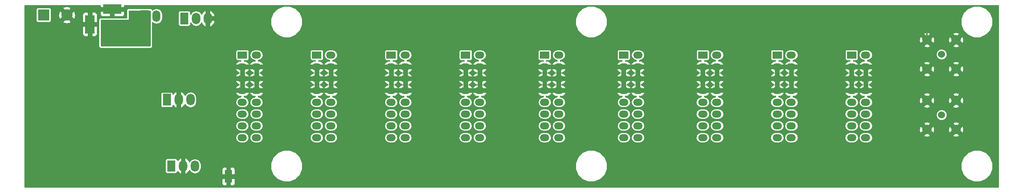
<source format=gbl>
G04 #@! TF.FileFunction,Copper,L4,Bot,Signal*
%FSLAX46Y46*%
G04 Gerber Fmt 4.6, Leading zero omitted, Abs format (unit mm)*
G04 Created by KiCad (PCBNEW 4.0.2-stable) date 2019-11-04 2:31:50 PM*
%MOMM*%
G01*
G04 APERTURE LIST*
%ADD10C,0.200000*%
%ADD11R,2.400000X2.400000*%
%ADD12C,2.400000*%
%ADD13R,1.600000X2.800000*%
%ADD14O,2.000000X1.500000*%
%ADD15R,2.000000X1.500000*%
%ADD16R,4.000000X2.000000*%
%ADD17R,5.000000X2.000000*%
%ADD18R,2.000000X4.000000*%
%ADD19R,1.700000X2.500000*%
%ADD20O,1.700000X2.500000*%
%ADD21C,1.524000*%
%ADD22C,2.000000*%
%ADD23R,1.800000X2.500000*%
%ADD24O,1.800000X2.500000*%
%ADD25R,1.800000X2.400000*%
%ADD26O,1.800000X2.400000*%
%ADD27C,1.000000*%
%ADD28C,0.350000*%
%ADD29C,0.254000*%
G04 APERTURE END LIST*
D10*
D11*
X31750000Y-79500000D03*
D12*
X36750000Y-79500000D03*
D13*
X71500000Y-114250000D03*
D14*
X192520000Y-105890000D03*
X189480000Y-105890000D03*
X189480000Y-103350000D03*
X192520000Y-103350000D03*
X192520000Y-100810000D03*
X189480000Y-100810000D03*
X189480000Y-98270000D03*
X192520000Y-98270000D03*
X192520000Y-95730000D03*
X189480000Y-95730000D03*
D15*
X189480000Y-88110000D03*
D14*
X192520000Y-88110000D03*
X189480000Y-90650000D03*
X192520000Y-90650000D03*
X189480000Y-93190000D03*
X192520000Y-93190000D03*
X176520000Y-105890000D03*
X173480000Y-105890000D03*
X173480000Y-103350000D03*
X176520000Y-103350000D03*
X176520000Y-100810000D03*
X173480000Y-100810000D03*
X173480000Y-98270000D03*
X176520000Y-98270000D03*
X176520000Y-95730000D03*
X173480000Y-95730000D03*
D15*
X173480000Y-88110000D03*
D14*
X176520000Y-88110000D03*
X173480000Y-90650000D03*
X176520000Y-90650000D03*
X173480000Y-93190000D03*
X176520000Y-93190000D03*
X159520000Y-105890000D03*
X156480000Y-105890000D03*
X156480000Y-103350000D03*
X159520000Y-103350000D03*
X159520000Y-100810000D03*
X156480000Y-100810000D03*
X156480000Y-98270000D03*
X159520000Y-98270000D03*
X159520000Y-95730000D03*
X156480000Y-95730000D03*
D15*
X156480000Y-88110000D03*
D14*
X159520000Y-88110000D03*
X156480000Y-90650000D03*
X159520000Y-90650000D03*
X156480000Y-93190000D03*
X159520000Y-93190000D03*
X142520000Y-105890000D03*
X139480000Y-105890000D03*
X139480000Y-103350000D03*
X142520000Y-103350000D03*
X142520000Y-100810000D03*
X139480000Y-100810000D03*
X139480000Y-98270000D03*
X142520000Y-98270000D03*
X142520000Y-95730000D03*
X139480000Y-95730000D03*
D15*
X139480000Y-88110000D03*
D14*
X142520000Y-88110000D03*
X139480000Y-90650000D03*
X142520000Y-90650000D03*
X139480000Y-93190000D03*
X142520000Y-93190000D03*
X125520000Y-105890000D03*
X122480000Y-105890000D03*
X122480000Y-103350000D03*
X125520000Y-103350000D03*
X125520000Y-100810000D03*
X122480000Y-100810000D03*
X122480000Y-98270000D03*
X125520000Y-98270000D03*
X125520000Y-95730000D03*
X122480000Y-95730000D03*
D15*
X122480000Y-88110000D03*
D14*
X125520000Y-88110000D03*
X122480000Y-90650000D03*
X125520000Y-90650000D03*
X122480000Y-93190000D03*
X125520000Y-93190000D03*
X109520000Y-105890000D03*
X106480000Y-105890000D03*
X106480000Y-103350000D03*
X109520000Y-103350000D03*
X109520000Y-100810000D03*
X106480000Y-100810000D03*
X106480000Y-98270000D03*
X109520000Y-98270000D03*
X109520000Y-95730000D03*
X106480000Y-95730000D03*
D15*
X106480000Y-88110000D03*
D14*
X109520000Y-88110000D03*
X106480000Y-90650000D03*
X109520000Y-90650000D03*
X106480000Y-93190000D03*
X109520000Y-93190000D03*
X93520000Y-105890000D03*
X90480000Y-105890000D03*
X90480000Y-103350000D03*
X93520000Y-103350000D03*
X93520000Y-100810000D03*
X90480000Y-100810000D03*
X90480000Y-98270000D03*
X93520000Y-98270000D03*
X93520000Y-95730000D03*
X90480000Y-95730000D03*
D15*
X90480000Y-88110000D03*
D14*
X93520000Y-88110000D03*
X90480000Y-90650000D03*
X93520000Y-90650000D03*
X90480000Y-93190000D03*
X93520000Y-93190000D03*
D16*
X46500000Y-78250000D03*
D17*
X46500000Y-84900000D03*
D18*
X41700000Y-81500000D03*
D19*
X53500000Y-79750000D03*
D20*
X56040000Y-79750000D03*
D14*
X77520000Y-105890000D03*
X74480000Y-105890000D03*
X74480000Y-103350000D03*
X77520000Y-103350000D03*
X77520000Y-100810000D03*
X74480000Y-100810000D03*
X74480000Y-98270000D03*
X77520000Y-98270000D03*
X77520000Y-95730000D03*
X74480000Y-95730000D03*
D15*
X74480000Y-88110000D03*
D14*
X77520000Y-88110000D03*
X74480000Y-90650000D03*
X77520000Y-90650000D03*
X74480000Y-93190000D03*
X77520000Y-93190000D03*
X208520000Y-105890000D03*
X205480000Y-105890000D03*
X205480000Y-103350000D03*
X208520000Y-103350000D03*
X208520000Y-100810000D03*
X205480000Y-100810000D03*
X205480000Y-98270000D03*
X208520000Y-98270000D03*
X208520000Y-95730000D03*
X205480000Y-95730000D03*
D15*
X205480000Y-88110000D03*
D14*
X208520000Y-88110000D03*
X205480000Y-90650000D03*
X208520000Y-90650000D03*
X205480000Y-93190000D03*
X208520000Y-93190000D03*
D21*
X224800000Y-101000000D03*
D22*
X221670000Y-97870000D03*
X221670000Y-104130000D03*
X227930000Y-104130000D03*
X227930000Y-97870000D03*
D21*
X224800000Y-88000000D03*
D22*
X221670000Y-84870000D03*
X221670000Y-91130000D03*
X227930000Y-91130000D03*
X227930000Y-84870000D03*
D23*
X62000000Y-80250000D03*
D24*
X64540000Y-80250000D03*
X67080000Y-80250000D03*
D23*
X58250000Y-97750000D03*
D24*
X60790000Y-97750000D03*
X63330000Y-97750000D03*
D25*
X59210000Y-111980000D03*
D26*
X61750000Y-111980000D03*
X64290000Y-112030000D03*
D27*
X236000000Y-115750000D03*
X236000000Y-78000000D03*
X75000000Y-115750000D03*
X80000000Y-115750000D03*
X90000000Y-115750000D03*
X95000000Y-115750000D03*
X100000000Y-115750000D03*
X105000000Y-115750000D03*
X110000000Y-115750000D03*
X115000000Y-115750000D03*
X120000000Y-115750000D03*
X125000000Y-115750000D03*
X130000000Y-115750000D03*
X135000000Y-115750000D03*
X140000000Y-115750000D03*
X155000000Y-115750000D03*
X145000000Y-115750000D03*
X160000000Y-115750000D03*
X165000000Y-115750000D03*
X170000000Y-115750000D03*
X175000000Y-115750000D03*
X180000000Y-115750000D03*
X185000000Y-115750000D03*
X190000000Y-115750000D03*
X195000000Y-115750000D03*
X200000000Y-115750000D03*
X205000000Y-115750000D03*
X210000000Y-115750000D03*
X215000000Y-115750000D03*
X220000000Y-115750000D03*
X225000000Y-115750000D03*
X28750000Y-115000000D03*
X28750000Y-110000000D03*
X28750000Y-105000000D03*
X28750000Y-100000000D03*
X28750000Y-95000000D03*
X28750000Y-90000000D03*
X28750000Y-85000000D03*
X28750000Y-80000000D03*
X236000000Y-107000000D03*
X236000000Y-102000000D03*
X236000000Y-97000000D03*
X236000000Y-92000000D03*
X236000000Y-87000000D03*
X90000000Y-78000000D03*
X95000000Y-78000000D03*
X100000000Y-78000000D03*
X105000000Y-78000000D03*
X110000000Y-78000000D03*
X115000000Y-78000000D03*
X120000000Y-78000000D03*
X125000000Y-78000000D03*
X130000000Y-78000000D03*
X135000000Y-78000000D03*
X140000000Y-78000000D03*
X145000000Y-78000000D03*
X155000000Y-78000000D03*
X160000000Y-78000000D03*
X165000000Y-78000000D03*
X170000000Y-78000000D03*
X175000000Y-78000000D03*
X180000000Y-78000000D03*
X185000000Y-78000000D03*
X190000000Y-78000000D03*
X195000000Y-78000000D03*
X200000000Y-78000000D03*
X205000000Y-78000000D03*
X210000000Y-78000000D03*
X215000000Y-78000000D03*
X220000000Y-78000000D03*
X225000000Y-78000000D03*
X60000000Y-78000000D03*
X80000000Y-78000000D03*
X75000000Y-78000000D03*
X70000000Y-78000000D03*
X51500000Y-101700000D03*
X50400000Y-101700000D03*
X49300000Y-101700000D03*
X48200000Y-101700000D03*
X47800000Y-112200000D03*
X82900000Y-93200000D03*
X85200000Y-93200000D03*
X84000000Y-93200000D03*
X69000000Y-105400000D03*
X69000000Y-104300000D03*
X69000000Y-103200000D03*
X66800000Y-94500000D03*
X65000000Y-94500000D03*
X63200000Y-94500000D03*
X69000000Y-91800000D03*
X46500000Y-112750000D03*
D28*
X236000000Y-107000000D02*
X236000000Y-115750000D01*
X80000000Y-115750000D02*
X75000000Y-115750000D01*
X95000000Y-115750000D02*
X90000000Y-115750000D01*
X105000000Y-115750000D02*
X100000000Y-115750000D01*
X115000000Y-115750000D02*
X110000000Y-115750000D01*
X125000000Y-115750000D02*
X120000000Y-115750000D01*
X135000000Y-115750000D02*
X130000000Y-115750000D01*
X145000000Y-115750000D02*
X140000000Y-115750000D01*
X160000000Y-115750000D02*
X155000000Y-115750000D01*
X165000000Y-115750000D02*
X160000000Y-115750000D01*
X175000000Y-115750000D02*
X170000000Y-115750000D01*
X185000000Y-115750000D02*
X180000000Y-115750000D01*
X195000000Y-115750000D02*
X190000000Y-115750000D01*
X205000000Y-115750000D02*
X200000000Y-115750000D01*
X215000000Y-115750000D02*
X210000000Y-115750000D01*
X225000000Y-115750000D02*
X220000000Y-115750000D01*
X28750000Y-105000000D02*
X28750000Y-110000000D01*
X28750000Y-95000000D02*
X28750000Y-100000000D01*
X28750000Y-85000000D02*
X28750000Y-90000000D01*
X36750000Y-79500000D02*
X35124999Y-77874999D01*
X35124999Y-77874999D02*
X30209999Y-77874999D01*
X28750000Y-79334998D02*
X28750000Y-80000000D01*
X30209999Y-77874999D02*
X28750000Y-79334998D01*
X236000000Y-102000000D02*
X236000000Y-107000000D01*
X236000000Y-87000000D02*
X236000000Y-92000000D01*
X95000000Y-78000000D02*
X90000000Y-78000000D01*
X105000000Y-78000000D02*
X100000000Y-78000000D01*
X115000000Y-78000000D02*
X110000000Y-78000000D01*
X125000000Y-78000000D02*
X120000000Y-78000000D01*
X135000000Y-78000000D02*
X130000000Y-78000000D01*
X145000000Y-78000000D02*
X140000000Y-78000000D01*
X160000000Y-78000000D02*
X155000000Y-78000000D01*
X170000000Y-78000000D02*
X165000000Y-78000000D01*
X180000000Y-78000000D02*
X175000000Y-78000000D01*
X190000000Y-78000000D02*
X185000000Y-78000000D01*
X200000000Y-78000000D02*
X195000000Y-78000000D01*
X210000000Y-78000000D02*
X205000000Y-78000000D01*
X220000000Y-78000000D02*
X215000000Y-78000000D01*
X221670000Y-84870000D02*
X221670000Y-81330000D01*
X221670000Y-81330000D02*
X225000000Y-78000000D01*
X75000000Y-78000000D02*
X80000000Y-78000000D01*
X50400000Y-101700000D02*
X51500000Y-101700000D01*
X48200000Y-101700000D02*
X49300000Y-101700000D01*
X84000000Y-93200000D02*
X85200000Y-93200000D01*
X69000000Y-103200000D02*
X69000000Y-104300000D01*
X63200000Y-94500000D02*
X65000000Y-94500000D01*
D29*
G36*
X43865000Y-77718250D02*
X44023750Y-77877000D01*
X46127000Y-77877000D01*
X46127000Y-77857000D01*
X46873000Y-77857000D01*
X46873000Y-77877000D01*
X48976250Y-77877000D01*
X49135000Y-77718250D01*
X49135000Y-77502000D01*
X236998000Y-77502000D01*
X236998000Y-116498000D01*
X27752000Y-116498000D01*
X27752000Y-114781750D01*
X70065000Y-114781750D01*
X70065000Y-115776309D01*
X70161673Y-116009698D01*
X70340301Y-116188327D01*
X70573690Y-116285000D01*
X70968250Y-116285000D01*
X71127000Y-116126250D01*
X71127000Y-114623000D01*
X71873000Y-114623000D01*
X71873000Y-116126250D01*
X72031750Y-116285000D01*
X72426310Y-116285000D01*
X72659699Y-116188327D01*
X72838327Y-116009698D01*
X72935000Y-115776309D01*
X72935000Y-114781750D01*
X72776250Y-114623000D01*
X71873000Y-114623000D01*
X71127000Y-114623000D01*
X70223750Y-114623000D01*
X70065000Y-114781750D01*
X27752000Y-114781750D01*
X27752000Y-110780000D01*
X57874635Y-110780000D01*
X57874635Y-113180000D01*
X57904409Y-113338237D01*
X57997927Y-113483567D01*
X58140619Y-113581064D01*
X58310000Y-113615365D01*
X60110000Y-113615365D01*
X60268237Y-113585591D01*
X60413567Y-113492073D01*
X60511064Y-113349381D01*
X60542479Y-113194251D01*
X60912033Y-113557556D01*
X61148663Y-113692310D01*
X61377000Y-113604740D01*
X61377000Y-112353000D01*
X61357000Y-112353000D01*
X61357000Y-111607000D01*
X61377000Y-111607000D01*
X61377000Y-110355260D01*
X62123000Y-110355260D01*
X62123000Y-111607000D01*
X62143000Y-111607000D01*
X62143000Y-112353000D01*
X62123000Y-112353000D01*
X62123000Y-113604740D01*
X62351337Y-113692310D01*
X62587967Y-113557556D01*
X63013080Y-113139632D01*
X63102904Y-112927902D01*
X63351669Y-113300206D01*
X63782179Y-113587863D01*
X64290000Y-113688875D01*
X64797821Y-113587863D01*
X65228331Y-113300206D01*
X65515988Y-112869696D01*
X65545030Y-112723691D01*
X70065000Y-112723691D01*
X70065000Y-113718250D01*
X70223750Y-113877000D01*
X71127000Y-113877000D01*
X71127000Y-112373750D01*
X71873000Y-112373750D01*
X71873000Y-113877000D01*
X72776250Y-113877000D01*
X72935000Y-113718250D01*
X72935000Y-112723691D01*
X72916357Y-112678682D01*
X80572406Y-112678682D01*
X81093037Y-113938704D01*
X82056226Y-114903575D01*
X83315337Y-115426404D01*
X84678682Y-115427594D01*
X85938704Y-114906963D01*
X86903575Y-113943774D01*
X87426404Y-112684663D01*
X87426409Y-112678682D01*
X146072406Y-112678682D01*
X146593037Y-113938704D01*
X147556226Y-114903575D01*
X148815337Y-115426404D01*
X150178682Y-115427594D01*
X151438704Y-114906963D01*
X152403575Y-113943774D01*
X152926404Y-112684663D01*
X152926409Y-112678682D01*
X228982406Y-112678682D01*
X229503037Y-113938704D01*
X230466226Y-114903575D01*
X231725337Y-115426404D01*
X233088682Y-115427594D01*
X234348704Y-114906963D01*
X235313575Y-113943774D01*
X235836404Y-112684663D01*
X235837594Y-111321318D01*
X235316963Y-110061296D01*
X234353774Y-109096425D01*
X233094663Y-108573596D01*
X231731318Y-108572406D01*
X230471296Y-109093037D01*
X229506425Y-110056226D01*
X228983596Y-111315337D01*
X228982406Y-112678682D01*
X152926409Y-112678682D01*
X152927594Y-111321318D01*
X152406963Y-110061296D01*
X151443774Y-109096425D01*
X150184663Y-108573596D01*
X148821318Y-108572406D01*
X147561296Y-109093037D01*
X146596425Y-110056226D01*
X146073596Y-111315337D01*
X146072406Y-112678682D01*
X87426409Y-112678682D01*
X87427594Y-111321318D01*
X86906963Y-110061296D01*
X85943774Y-109096425D01*
X84684663Y-108573596D01*
X83321318Y-108572406D01*
X82061296Y-109093037D01*
X81096425Y-110056226D01*
X80573596Y-111315337D01*
X80572406Y-112678682D01*
X72916357Y-112678682D01*
X72838327Y-112490302D01*
X72659699Y-112311673D01*
X72426310Y-112215000D01*
X72031750Y-112215000D01*
X71873000Y-112373750D01*
X71127000Y-112373750D01*
X70968250Y-112215000D01*
X70573690Y-112215000D01*
X70340301Y-112311673D01*
X70161673Y-112490302D01*
X70065000Y-112723691D01*
X65545030Y-112723691D01*
X65617000Y-112361875D01*
X65617000Y-111698125D01*
X65515988Y-111190304D01*
X65228331Y-110759794D01*
X64797821Y-110472137D01*
X64290000Y-110371125D01*
X63782179Y-110472137D01*
X63351669Y-110759794D01*
X63128853Y-111093263D01*
X63013080Y-110820368D01*
X62587967Y-110402444D01*
X62351337Y-110267690D01*
X62123000Y-110355260D01*
X61377000Y-110355260D01*
X61148663Y-110267690D01*
X60912033Y-110402444D01*
X60542652Y-110765579D01*
X60515591Y-110621763D01*
X60422073Y-110476433D01*
X60279381Y-110378936D01*
X60110000Y-110344635D01*
X58310000Y-110344635D01*
X58151763Y-110374409D01*
X58006433Y-110467927D01*
X57908936Y-110610619D01*
X57874635Y-110780000D01*
X27752000Y-110780000D01*
X27752000Y-105890000D01*
X73025043Y-105890000D01*
X73114637Y-106340418D01*
X73369778Y-106722265D01*
X73751625Y-106977406D01*
X74202043Y-107067000D01*
X74757957Y-107067000D01*
X75208375Y-106977406D01*
X75590222Y-106722265D01*
X75845363Y-106340418D01*
X75934957Y-105890000D01*
X76065043Y-105890000D01*
X76154637Y-106340418D01*
X76409778Y-106722265D01*
X76791625Y-106977406D01*
X77242043Y-107067000D01*
X77797957Y-107067000D01*
X78248375Y-106977406D01*
X78630222Y-106722265D01*
X78885363Y-106340418D01*
X78974957Y-105890000D01*
X89025043Y-105890000D01*
X89114637Y-106340418D01*
X89369778Y-106722265D01*
X89751625Y-106977406D01*
X90202043Y-107067000D01*
X90757957Y-107067000D01*
X91208375Y-106977406D01*
X91590222Y-106722265D01*
X91845363Y-106340418D01*
X91934957Y-105890000D01*
X92065043Y-105890000D01*
X92154637Y-106340418D01*
X92409778Y-106722265D01*
X92791625Y-106977406D01*
X93242043Y-107067000D01*
X93797957Y-107067000D01*
X94248375Y-106977406D01*
X94630222Y-106722265D01*
X94885363Y-106340418D01*
X94974957Y-105890000D01*
X105025043Y-105890000D01*
X105114637Y-106340418D01*
X105369778Y-106722265D01*
X105751625Y-106977406D01*
X106202043Y-107067000D01*
X106757957Y-107067000D01*
X107208375Y-106977406D01*
X107590222Y-106722265D01*
X107845363Y-106340418D01*
X107934957Y-105890000D01*
X108065043Y-105890000D01*
X108154637Y-106340418D01*
X108409778Y-106722265D01*
X108791625Y-106977406D01*
X109242043Y-107067000D01*
X109797957Y-107067000D01*
X110248375Y-106977406D01*
X110630222Y-106722265D01*
X110885363Y-106340418D01*
X110974957Y-105890000D01*
X121025043Y-105890000D01*
X121114637Y-106340418D01*
X121369778Y-106722265D01*
X121751625Y-106977406D01*
X122202043Y-107067000D01*
X122757957Y-107067000D01*
X123208375Y-106977406D01*
X123590222Y-106722265D01*
X123845363Y-106340418D01*
X123934957Y-105890000D01*
X124065043Y-105890000D01*
X124154637Y-106340418D01*
X124409778Y-106722265D01*
X124791625Y-106977406D01*
X125242043Y-107067000D01*
X125797957Y-107067000D01*
X126248375Y-106977406D01*
X126630222Y-106722265D01*
X126885363Y-106340418D01*
X126974957Y-105890000D01*
X138025043Y-105890000D01*
X138114637Y-106340418D01*
X138369778Y-106722265D01*
X138751625Y-106977406D01*
X139202043Y-107067000D01*
X139757957Y-107067000D01*
X140208375Y-106977406D01*
X140590222Y-106722265D01*
X140845363Y-106340418D01*
X140934957Y-105890000D01*
X141065043Y-105890000D01*
X141154637Y-106340418D01*
X141409778Y-106722265D01*
X141791625Y-106977406D01*
X142242043Y-107067000D01*
X142797957Y-107067000D01*
X143248375Y-106977406D01*
X143630222Y-106722265D01*
X143885363Y-106340418D01*
X143974957Y-105890000D01*
X155025043Y-105890000D01*
X155114637Y-106340418D01*
X155369778Y-106722265D01*
X155751625Y-106977406D01*
X156202043Y-107067000D01*
X156757957Y-107067000D01*
X157208375Y-106977406D01*
X157590222Y-106722265D01*
X157845363Y-106340418D01*
X157934957Y-105890000D01*
X158065043Y-105890000D01*
X158154637Y-106340418D01*
X158409778Y-106722265D01*
X158791625Y-106977406D01*
X159242043Y-107067000D01*
X159797957Y-107067000D01*
X160248375Y-106977406D01*
X160630222Y-106722265D01*
X160885363Y-106340418D01*
X160974957Y-105890000D01*
X172025043Y-105890000D01*
X172114637Y-106340418D01*
X172369778Y-106722265D01*
X172751625Y-106977406D01*
X173202043Y-107067000D01*
X173757957Y-107067000D01*
X174208375Y-106977406D01*
X174590222Y-106722265D01*
X174845363Y-106340418D01*
X174934957Y-105890000D01*
X175065043Y-105890000D01*
X175154637Y-106340418D01*
X175409778Y-106722265D01*
X175791625Y-106977406D01*
X176242043Y-107067000D01*
X176797957Y-107067000D01*
X177248375Y-106977406D01*
X177630222Y-106722265D01*
X177885363Y-106340418D01*
X177974957Y-105890000D01*
X188025043Y-105890000D01*
X188114637Y-106340418D01*
X188369778Y-106722265D01*
X188751625Y-106977406D01*
X189202043Y-107067000D01*
X189757957Y-107067000D01*
X190208375Y-106977406D01*
X190590222Y-106722265D01*
X190845363Y-106340418D01*
X190934957Y-105890000D01*
X191065043Y-105890000D01*
X191154637Y-106340418D01*
X191409778Y-106722265D01*
X191791625Y-106977406D01*
X192242043Y-107067000D01*
X192797957Y-107067000D01*
X193248375Y-106977406D01*
X193630222Y-106722265D01*
X193885363Y-106340418D01*
X193974957Y-105890000D01*
X204025043Y-105890000D01*
X204114637Y-106340418D01*
X204369778Y-106722265D01*
X204751625Y-106977406D01*
X205202043Y-107067000D01*
X205757957Y-107067000D01*
X206208375Y-106977406D01*
X206590222Y-106722265D01*
X206845363Y-106340418D01*
X206934957Y-105890000D01*
X207065043Y-105890000D01*
X207154637Y-106340418D01*
X207409778Y-106722265D01*
X207791625Y-106977406D01*
X208242043Y-107067000D01*
X208797957Y-107067000D01*
X209248375Y-106977406D01*
X209630222Y-106722265D01*
X209885363Y-106340418D01*
X209974957Y-105890000D01*
X209885363Y-105439582D01*
X209877050Y-105427140D01*
X220900362Y-105427140D01*
X221016749Y-105663708D01*
X221653400Y-105796949D01*
X222292578Y-105676413D01*
X222323251Y-105663708D01*
X222439638Y-105427140D01*
X227160362Y-105427140D01*
X227276749Y-105663708D01*
X227913400Y-105796949D01*
X228552578Y-105676413D01*
X228583251Y-105663708D01*
X228699638Y-105427140D01*
X227930000Y-104657502D01*
X227160362Y-105427140D01*
X222439638Y-105427140D01*
X221670000Y-104657502D01*
X220900362Y-105427140D01*
X209877050Y-105427140D01*
X209630222Y-105057735D01*
X209248375Y-104802594D01*
X208797957Y-104713000D01*
X208242043Y-104713000D01*
X207791625Y-104802594D01*
X207409778Y-105057735D01*
X207154637Y-105439582D01*
X207065043Y-105890000D01*
X206934957Y-105890000D01*
X206845363Y-105439582D01*
X206590222Y-105057735D01*
X206208375Y-104802594D01*
X205757957Y-104713000D01*
X205202043Y-104713000D01*
X204751625Y-104802594D01*
X204369778Y-105057735D01*
X204114637Y-105439582D01*
X204025043Y-105890000D01*
X193974957Y-105890000D01*
X193885363Y-105439582D01*
X193630222Y-105057735D01*
X193248375Y-104802594D01*
X192797957Y-104713000D01*
X192242043Y-104713000D01*
X191791625Y-104802594D01*
X191409778Y-105057735D01*
X191154637Y-105439582D01*
X191065043Y-105890000D01*
X190934957Y-105890000D01*
X190845363Y-105439582D01*
X190590222Y-105057735D01*
X190208375Y-104802594D01*
X189757957Y-104713000D01*
X189202043Y-104713000D01*
X188751625Y-104802594D01*
X188369778Y-105057735D01*
X188114637Y-105439582D01*
X188025043Y-105890000D01*
X177974957Y-105890000D01*
X177885363Y-105439582D01*
X177630222Y-105057735D01*
X177248375Y-104802594D01*
X176797957Y-104713000D01*
X176242043Y-104713000D01*
X175791625Y-104802594D01*
X175409778Y-105057735D01*
X175154637Y-105439582D01*
X175065043Y-105890000D01*
X174934957Y-105890000D01*
X174845363Y-105439582D01*
X174590222Y-105057735D01*
X174208375Y-104802594D01*
X173757957Y-104713000D01*
X173202043Y-104713000D01*
X172751625Y-104802594D01*
X172369778Y-105057735D01*
X172114637Y-105439582D01*
X172025043Y-105890000D01*
X160974957Y-105890000D01*
X160885363Y-105439582D01*
X160630222Y-105057735D01*
X160248375Y-104802594D01*
X159797957Y-104713000D01*
X159242043Y-104713000D01*
X158791625Y-104802594D01*
X158409778Y-105057735D01*
X158154637Y-105439582D01*
X158065043Y-105890000D01*
X157934957Y-105890000D01*
X157845363Y-105439582D01*
X157590222Y-105057735D01*
X157208375Y-104802594D01*
X156757957Y-104713000D01*
X156202043Y-104713000D01*
X155751625Y-104802594D01*
X155369778Y-105057735D01*
X155114637Y-105439582D01*
X155025043Y-105890000D01*
X143974957Y-105890000D01*
X143885363Y-105439582D01*
X143630222Y-105057735D01*
X143248375Y-104802594D01*
X142797957Y-104713000D01*
X142242043Y-104713000D01*
X141791625Y-104802594D01*
X141409778Y-105057735D01*
X141154637Y-105439582D01*
X141065043Y-105890000D01*
X140934957Y-105890000D01*
X140845363Y-105439582D01*
X140590222Y-105057735D01*
X140208375Y-104802594D01*
X139757957Y-104713000D01*
X139202043Y-104713000D01*
X138751625Y-104802594D01*
X138369778Y-105057735D01*
X138114637Y-105439582D01*
X138025043Y-105890000D01*
X126974957Y-105890000D01*
X126885363Y-105439582D01*
X126630222Y-105057735D01*
X126248375Y-104802594D01*
X125797957Y-104713000D01*
X125242043Y-104713000D01*
X124791625Y-104802594D01*
X124409778Y-105057735D01*
X124154637Y-105439582D01*
X124065043Y-105890000D01*
X123934957Y-105890000D01*
X123845363Y-105439582D01*
X123590222Y-105057735D01*
X123208375Y-104802594D01*
X122757957Y-104713000D01*
X122202043Y-104713000D01*
X121751625Y-104802594D01*
X121369778Y-105057735D01*
X121114637Y-105439582D01*
X121025043Y-105890000D01*
X110974957Y-105890000D01*
X110885363Y-105439582D01*
X110630222Y-105057735D01*
X110248375Y-104802594D01*
X109797957Y-104713000D01*
X109242043Y-104713000D01*
X108791625Y-104802594D01*
X108409778Y-105057735D01*
X108154637Y-105439582D01*
X108065043Y-105890000D01*
X107934957Y-105890000D01*
X107845363Y-105439582D01*
X107590222Y-105057735D01*
X107208375Y-104802594D01*
X106757957Y-104713000D01*
X106202043Y-104713000D01*
X105751625Y-104802594D01*
X105369778Y-105057735D01*
X105114637Y-105439582D01*
X105025043Y-105890000D01*
X94974957Y-105890000D01*
X94885363Y-105439582D01*
X94630222Y-105057735D01*
X94248375Y-104802594D01*
X93797957Y-104713000D01*
X93242043Y-104713000D01*
X92791625Y-104802594D01*
X92409778Y-105057735D01*
X92154637Y-105439582D01*
X92065043Y-105890000D01*
X91934957Y-105890000D01*
X91845363Y-105439582D01*
X91590222Y-105057735D01*
X91208375Y-104802594D01*
X90757957Y-104713000D01*
X90202043Y-104713000D01*
X89751625Y-104802594D01*
X89369778Y-105057735D01*
X89114637Y-105439582D01*
X89025043Y-105890000D01*
X78974957Y-105890000D01*
X78885363Y-105439582D01*
X78630222Y-105057735D01*
X78248375Y-104802594D01*
X77797957Y-104713000D01*
X77242043Y-104713000D01*
X76791625Y-104802594D01*
X76409778Y-105057735D01*
X76154637Y-105439582D01*
X76065043Y-105890000D01*
X75934957Y-105890000D01*
X75845363Y-105439582D01*
X75590222Y-105057735D01*
X75208375Y-104802594D01*
X74757957Y-104713000D01*
X74202043Y-104713000D01*
X73751625Y-104802594D01*
X73369778Y-105057735D01*
X73114637Y-105439582D01*
X73025043Y-105890000D01*
X27752000Y-105890000D01*
X27752000Y-103350000D01*
X73025043Y-103350000D01*
X73114637Y-103800418D01*
X73369778Y-104182265D01*
X73751625Y-104437406D01*
X74202043Y-104527000D01*
X74757957Y-104527000D01*
X75208375Y-104437406D01*
X75590222Y-104182265D01*
X75845363Y-103800418D01*
X75934957Y-103350000D01*
X76065043Y-103350000D01*
X76154637Y-103800418D01*
X76409778Y-104182265D01*
X76791625Y-104437406D01*
X77242043Y-104527000D01*
X77797957Y-104527000D01*
X78248375Y-104437406D01*
X78630222Y-104182265D01*
X78885363Y-103800418D01*
X78974957Y-103350000D01*
X89025043Y-103350000D01*
X89114637Y-103800418D01*
X89369778Y-104182265D01*
X89751625Y-104437406D01*
X90202043Y-104527000D01*
X90757957Y-104527000D01*
X91208375Y-104437406D01*
X91590222Y-104182265D01*
X91845363Y-103800418D01*
X91934957Y-103350000D01*
X92065043Y-103350000D01*
X92154637Y-103800418D01*
X92409778Y-104182265D01*
X92791625Y-104437406D01*
X93242043Y-104527000D01*
X93797957Y-104527000D01*
X94248375Y-104437406D01*
X94630222Y-104182265D01*
X94885363Y-103800418D01*
X94974957Y-103350000D01*
X105025043Y-103350000D01*
X105114637Y-103800418D01*
X105369778Y-104182265D01*
X105751625Y-104437406D01*
X106202043Y-104527000D01*
X106757957Y-104527000D01*
X107208375Y-104437406D01*
X107590222Y-104182265D01*
X107845363Y-103800418D01*
X107934957Y-103350000D01*
X108065043Y-103350000D01*
X108154637Y-103800418D01*
X108409778Y-104182265D01*
X108791625Y-104437406D01*
X109242043Y-104527000D01*
X109797957Y-104527000D01*
X110248375Y-104437406D01*
X110630222Y-104182265D01*
X110885363Y-103800418D01*
X110974957Y-103350000D01*
X121025043Y-103350000D01*
X121114637Y-103800418D01*
X121369778Y-104182265D01*
X121751625Y-104437406D01*
X122202043Y-104527000D01*
X122757957Y-104527000D01*
X123208375Y-104437406D01*
X123590222Y-104182265D01*
X123845363Y-103800418D01*
X123934957Y-103350000D01*
X124065043Y-103350000D01*
X124154637Y-103800418D01*
X124409778Y-104182265D01*
X124791625Y-104437406D01*
X125242043Y-104527000D01*
X125797957Y-104527000D01*
X126248375Y-104437406D01*
X126630222Y-104182265D01*
X126885363Y-103800418D01*
X126974957Y-103350000D01*
X138025043Y-103350000D01*
X138114637Y-103800418D01*
X138369778Y-104182265D01*
X138751625Y-104437406D01*
X139202043Y-104527000D01*
X139757957Y-104527000D01*
X140208375Y-104437406D01*
X140590222Y-104182265D01*
X140845363Y-103800418D01*
X140934957Y-103350000D01*
X141065043Y-103350000D01*
X141154637Y-103800418D01*
X141409778Y-104182265D01*
X141791625Y-104437406D01*
X142242043Y-104527000D01*
X142797957Y-104527000D01*
X143248375Y-104437406D01*
X143630222Y-104182265D01*
X143885363Y-103800418D01*
X143974957Y-103350000D01*
X155025043Y-103350000D01*
X155114637Y-103800418D01*
X155369778Y-104182265D01*
X155751625Y-104437406D01*
X156202043Y-104527000D01*
X156757957Y-104527000D01*
X157208375Y-104437406D01*
X157590222Y-104182265D01*
X157845363Y-103800418D01*
X157934957Y-103350000D01*
X158065043Y-103350000D01*
X158154637Y-103800418D01*
X158409778Y-104182265D01*
X158791625Y-104437406D01*
X159242043Y-104527000D01*
X159797957Y-104527000D01*
X160248375Y-104437406D01*
X160630222Y-104182265D01*
X160885363Y-103800418D01*
X160974957Y-103350000D01*
X172025043Y-103350000D01*
X172114637Y-103800418D01*
X172369778Y-104182265D01*
X172751625Y-104437406D01*
X173202043Y-104527000D01*
X173757957Y-104527000D01*
X174208375Y-104437406D01*
X174590222Y-104182265D01*
X174845363Y-103800418D01*
X174934957Y-103350000D01*
X175065043Y-103350000D01*
X175154637Y-103800418D01*
X175409778Y-104182265D01*
X175791625Y-104437406D01*
X176242043Y-104527000D01*
X176797957Y-104527000D01*
X177248375Y-104437406D01*
X177630222Y-104182265D01*
X177885363Y-103800418D01*
X177974957Y-103350000D01*
X188025043Y-103350000D01*
X188114637Y-103800418D01*
X188369778Y-104182265D01*
X188751625Y-104437406D01*
X189202043Y-104527000D01*
X189757957Y-104527000D01*
X190208375Y-104437406D01*
X190590222Y-104182265D01*
X190845363Y-103800418D01*
X190934957Y-103350000D01*
X191065043Y-103350000D01*
X191154637Y-103800418D01*
X191409778Y-104182265D01*
X191791625Y-104437406D01*
X192242043Y-104527000D01*
X192797957Y-104527000D01*
X193248375Y-104437406D01*
X193630222Y-104182265D01*
X193885363Y-103800418D01*
X193974957Y-103350000D01*
X204025043Y-103350000D01*
X204114637Y-103800418D01*
X204369778Y-104182265D01*
X204751625Y-104437406D01*
X205202043Y-104527000D01*
X205757957Y-104527000D01*
X206208375Y-104437406D01*
X206590222Y-104182265D01*
X206845363Y-103800418D01*
X206934957Y-103350000D01*
X207065043Y-103350000D01*
X207154637Y-103800418D01*
X207409778Y-104182265D01*
X207791625Y-104437406D01*
X208242043Y-104527000D01*
X208797957Y-104527000D01*
X209248375Y-104437406D01*
X209630222Y-104182265D01*
X209676235Y-104113400D01*
X220003051Y-104113400D01*
X220123587Y-104752578D01*
X220136292Y-104783251D01*
X220372860Y-104899638D01*
X221142498Y-104130000D01*
X222197502Y-104130000D01*
X222967140Y-104899638D01*
X223203708Y-104783251D01*
X223336949Y-104146600D01*
X223330689Y-104113400D01*
X226263051Y-104113400D01*
X226383587Y-104752578D01*
X226396292Y-104783251D01*
X226632860Y-104899638D01*
X227402498Y-104130000D01*
X228457502Y-104130000D01*
X229227140Y-104899638D01*
X229463708Y-104783251D01*
X229596949Y-104146600D01*
X229476413Y-103507422D01*
X229463708Y-103476749D01*
X229227140Y-103360362D01*
X228457502Y-104130000D01*
X227402498Y-104130000D01*
X226632860Y-103360362D01*
X226396292Y-103476749D01*
X226263051Y-104113400D01*
X223330689Y-104113400D01*
X223216413Y-103507422D01*
X223203708Y-103476749D01*
X222967140Y-103360362D01*
X222197502Y-104130000D01*
X221142498Y-104130000D01*
X220372860Y-103360362D01*
X220136292Y-103476749D01*
X220003051Y-104113400D01*
X209676235Y-104113400D01*
X209885363Y-103800418D01*
X209974957Y-103350000D01*
X209885363Y-102899582D01*
X209840781Y-102832860D01*
X220900362Y-102832860D01*
X221670000Y-103602498D01*
X222439638Y-102832860D01*
X227160362Y-102832860D01*
X227930000Y-103602498D01*
X228699638Y-102832860D01*
X228583251Y-102596292D01*
X227946600Y-102463051D01*
X227307422Y-102583587D01*
X227276749Y-102596292D01*
X227160362Y-102832860D01*
X222439638Y-102832860D01*
X222323251Y-102596292D01*
X221686600Y-102463051D01*
X221047422Y-102583587D01*
X221016749Y-102596292D01*
X220900362Y-102832860D01*
X209840781Y-102832860D01*
X209630222Y-102517735D01*
X209248375Y-102262594D01*
X208797957Y-102173000D01*
X208242043Y-102173000D01*
X207791625Y-102262594D01*
X207409778Y-102517735D01*
X207154637Y-102899582D01*
X207065043Y-103350000D01*
X206934957Y-103350000D01*
X206845363Y-102899582D01*
X206590222Y-102517735D01*
X206208375Y-102262594D01*
X205757957Y-102173000D01*
X205202043Y-102173000D01*
X204751625Y-102262594D01*
X204369778Y-102517735D01*
X204114637Y-102899582D01*
X204025043Y-103350000D01*
X193974957Y-103350000D01*
X193885363Y-102899582D01*
X193630222Y-102517735D01*
X193248375Y-102262594D01*
X192797957Y-102173000D01*
X192242043Y-102173000D01*
X191791625Y-102262594D01*
X191409778Y-102517735D01*
X191154637Y-102899582D01*
X191065043Y-103350000D01*
X190934957Y-103350000D01*
X190845363Y-102899582D01*
X190590222Y-102517735D01*
X190208375Y-102262594D01*
X189757957Y-102173000D01*
X189202043Y-102173000D01*
X188751625Y-102262594D01*
X188369778Y-102517735D01*
X188114637Y-102899582D01*
X188025043Y-103350000D01*
X177974957Y-103350000D01*
X177885363Y-102899582D01*
X177630222Y-102517735D01*
X177248375Y-102262594D01*
X176797957Y-102173000D01*
X176242043Y-102173000D01*
X175791625Y-102262594D01*
X175409778Y-102517735D01*
X175154637Y-102899582D01*
X175065043Y-103350000D01*
X174934957Y-103350000D01*
X174845363Y-102899582D01*
X174590222Y-102517735D01*
X174208375Y-102262594D01*
X173757957Y-102173000D01*
X173202043Y-102173000D01*
X172751625Y-102262594D01*
X172369778Y-102517735D01*
X172114637Y-102899582D01*
X172025043Y-103350000D01*
X160974957Y-103350000D01*
X160885363Y-102899582D01*
X160630222Y-102517735D01*
X160248375Y-102262594D01*
X159797957Y-102173000D01*
X159242043Y-102173000D01*
X158791625Y-102262594D01*
X158409778Y-102517735D01*
X158154637Y-102899582D01*
X158065043Y-103350000D01*
X157934957Y-103350000D01*
X157845363Y-102899582D01*
X157590222Y-102517735D01*
X157208375Y-102262594D01*
X156757957Y-102173000D01*
X156202043Y-102173000D01*
X155751625Y-102262594D01*
X155369778Y-102517735D01*
X155114637Y-102899582D01*
X155025043Y-103350000D01*
X143974957Y-103350000D01*
X143885363Y-102899582D01*
X143630222Y-102517735D01*
X143248375Y-102262594D01*
X142797957Y-102173000D01*
X142242043Y-102173000D01*
X141791625Y-102262594D01*
X141409778Y-102517735D01*
X141154637Y-102899582D01*
X141065043Y-103350000D01*
X140934957Y-103350000D01*
X140845363Y-102899582D01*
X140590222Y-102517735D01*
X140208375Y-102262594D01*
X139757957Y-102173000D01*
X139202043Y-102173000D01*
X138751625Y-102262594D01*
X138369778Y-102517735D01*
X138114637Y-102899582D01*
X138025043Y-103350000D01*
X126974957Y-103350000D01*
X126885363Y-102899582D01*
X126630222Y-102517735D01*
X126248375Y-102262594D01*
X125797957Y-102173000D01*
X125242043Y-102173000D01*
X124791625Y-102262594D01*
X124409778Y-102517735D01*
X124154637Y-102899582D01*
X124065043Y-103350000D01*
X123934957Y-103350000D01*
X123845363Y-102899582D01*
X123590222Y-102517735D01*
X123208375Y-102262594D01*
X122757957Y-102173000D01*
X122202043Y-102173000D01*
X121751625Y-102262594D01*
X121369778Y-102517735D01*
X121114637Y-102899582D01*
X121025043Y-103350000D01*
X110974957Y-103350000D01*
X110885363Y-102899582D01*
X110630222Y-102517735D01*
X110248375Y-102262594D01*
X109797957Y-102173000D01*
X109242043Y-102173000D01*
X108791625Y-102262594D01*
X108409778Y-102517735D01*
X108154637Y-102899582D01*
X108065043Y-103350000D01*
X107934957Y-103350000D01*
X107845363Y-102899582D01*
X107590222Y-102517735D01*
X107208375Y-102262594D01*
X106757957Y-102173000D01*
X106202043Y-102173000D01*
X105751625Y-102262594D01*
X105369778Y-102517735D01*
X105114637Y-102899582D01*
X105025043Y-103350000D01*
X94974957Y-103350000D01*
X94885363Y-102899582D01*
X94630222Y-102517735D01*
X94248375Y-102262594D01*
X93797957Y-102173000D01*
X93242043Y-102173000D01*
X92791625Y-102262594D01*
X92409778Y-102517735D01*
X92154637Y-102899582D01*
X92065043Y-103350000D01*
X91934957Y-103350000D01*
X91845363Y-102899582D01*
X91590222Y-102517735D01*
X91208375Y-102262594D01*
X90757957Y-102173000D01*
X90202043Y-102173000D01*
X89751625Y-102262594D01*
X89369778Y-102517735D01*
X89114637Y-102899582D01*
X89025043Y-103350000D01*
X78974957Y-103350000D01*
X78885363Y-102899582D01*
X78630222Y-102517735D01*
X78248375Y-102262594D01*
X77797957Y-102173000D01*
X77242043Y-102173000D01*
X76791625Y-102262594D01*
X76409778Y-102517735D01*
X76154637Y-102899582D01*
X76065043Y-103350000D01*
X75934957Y-103350000D01*
X75845363Y-102899582D01*
X75590222Y-102517735D01*
X75208375Y-102262594D01*
X74757957Y-102173000D01*
X74202043Y-102173000D01*
X73751625Y-102262594D01*
X73369778Y-102517735D01*
X73114637Y-102899582D01*
X73025043Y-103350000D01*
X27752000Y-103350000D01*
X27752000Y-100810000D01*
X73025043Y-100810000D01*
X73114637Y-101260418D01*
X73369778Y-101642265D01*
X73751625Y-101897406D01*
X74202043Y-101987000D01*
X74757957Y-101987000D01*
X75208375Y-101897406D01*
X75590222Y-101642265D01*
X75845363Y-101260418D01*
X75934957Y-100810000D01*
X76065043Y-100810000D01*
X76154637Y-101260418D01*
X76409778Y-101642265D01*
X76791625Y-101897406D01*
X77242043Y-101987000D01*
X77797957Y-101987000D01*
X78248375Y-101897406D01*
X78630222Y-101642265D01*
X78885363Y-101260418D01*
X78974957Y-100810000D01*
X89025043Y-100810000D01*
X89114637Y-101260418D01*
X89369778Y-101642265D01*
X89751625Y-101897406D01*
X90202043Y-101987000D01*
X90757957Y-101987000D01*
X91208375Y-101897406D01*
X91590222Y-101642265D01*
X91845363Y-101260418D01*
X91934957Y-100810000D01*
X92065043Y-100810000D01*
X92154637Y-101260418D01*
X92409778Y-101642265D01*
X92791625Y-101897406D01*
X93242043Y-101987000D01*
X93797957Y-101987000D01*
X94248375Y-101897406D01*
X94630222Y-101642265D01*
X94885363Y-101260418D01*
X94974957Y-100810000D01*
X105025043Y-100810000D01*
X105114637Y-101260418D01*
X105369778Y-101642265D01*
X105751625Y-101897406D01*
X106202043Y-101987000D01*
X106757957Y-101987000D01*
X107208375Y-101897406D01*
X107590222Y-101642265D01*
X107845363Y-101260418D01*
X107934957Y-100810000D01*
X108065043Y-100810000D01*
X108154637Y-101260418D01*
X108409778Y-101642265D01*
X108791625Y-101897406D01*
X109242043Y-101987000D01*
X109797957Y-101987000D01*
X110248375Y-101897406D01*
X110630222Y-101642265D01*
X110885363Y-101260418D01*
X110974957Y-100810000D01*
X121025043Y-100810000D01*
X121114637Y-101260418D01*
X121369778Y-101642265D01*
X121751625Y-101897406D01*
X122202043Y-101987000D01*
X122757957Y-101987000D01*
X123208375Y-101897406D01*
X123590222Y-101642265D01*
X123845363Y-101260418D01*
X123934957Y-100810000D01*
X124065043Y-100810000D01*
X124154637Y-101260418D01*
X124409778Y-101642265D01*
X124791625Y-101897406D01*
X125242043Y-101987000D01*
X125797957Y-101987000D01*
X126248375Y-101897406D01*
X126630222Y-101642265D01*
X126885363Y-101260418D01*
X126974957Y-100810000D01*
X138025043Y-100810000D01*
X138114637Y-101260418D01*
X138369778Y-101642265D01*
X138751625Y-101897406D01*
X139202043Y-101987000D01*
X139757957Y-101987000D01*
X140208375Y-101897406D01*
X140590222Y-101642265D01*
X140845363Y-101260418D01*
X140934957Y-100810000D01*
X141065043Y-100810000D01*
X141154637Y-101260418D01*
X141409778Y-101642265D01*
X141791625Y-101897406D01*
X142242043Y-101987000D01*
X142797957Y-101987000D01*
X143248375Y-101897406D01*
X143630222Y-101642265D01*
X143885363Y-101260418D01*
X143974957Y-100810000D01*
X155025043Y-100810000D01*
X155114637Y-101260418D01*
X155369778Y-101642265D01*
X155751625Y-101897406D01*
X156202043Y-101987000D01*
X156757957Y-101987000D01*
X157208375Y-101897406D01*
X157590222Y-101642265D01*
X157845363Y-101260418D01*
X157934957Y-100810000D01*
X158065043Y-100810000D01*
X158154637Y-101260418D01*
X158409778Y-101642265D01*
X158791625Y-101897406D01*
X159242043Y-101987000D01*
X159797957Y-101987000D01*
X160248375Y-101897406D01*
X160630222Y-101642265D01*
X160885363Y-101260418D01*
X160974957Y-100810000D01*
X172025043Y-100810000D01*
X172114637Y-101260418D01*
X172369778Y-101642265D01*
X172751625Y-101897406D01*
X173202043Y-101987000D01*
X173757957Y-101987000D01*
X174208375Y-101897406D01*
X174590222Y-101642265D01*
X174845363Y-101260418D01*
X174934957Y-100810000D01*
X175065043Y-100810000D01*
X175154637Y-101260418D01*
X175409778Y-101642265D01*
X175791625Y-101897406D01*
X176242043Y-101987000D01*
X176797957Y-101987000D01*
X177248375Y-101897406D01*
X177630222Y-101642265D01*
X177885363Y-101260418D01*
X177974957Y-100810000D01*
X188025043Y-100810000D01*
X188114637Y-101260418D01*
X188369778Y-101642265D01*
X188751625Y-101897406D01*
X189202043Y-101987000D01*
X189757957Y-101987000D01*
X190208375Y-101897406D01*
X190590222Y-101642265D01*
X190845363Y-101260418D01*
X190934957Y-100810000D01*
X191065043Y-100810000D01*
X191154637Y-101260418D01*
X191409778Y-101642265D01*
X191791625Y-101897406D01*
X192242043Y-101987000D01*
X192797957Y-101987000D01*
X193248375Y-101897406D01*
X193630222Y-101642265D01*
X193885363Y-101260418D01*
X193974957Y-100810000D01*
X204025043Y-100810000D01*
X204114637Y-101260418D01*
X204369778Y-101642265D01*
X204751625Y-101897406D01*
X205202043Y-101987000D01*
X205757957Y-101987000D01*
X206208375Y-101897406D01*
X206590222Y-101642265D01*
X206845363Y-101260418D01*
X206934957Y-100810000D01*
X207065043Y-100810000D01*
X207154637Y-101260418D01*
X207409778Y-101642265D01*
X207791625Y-101897406D01*
X208242043Y-101987000D01*
X208797957Y-101987000D01*
X209248375Y-101897406D01*
X209630222Y-101642265D01*
X209885363Y-101260418D01*
X209890325Y-101235469D01*
X223610794Y-101235469D01*
X223791427Y-101672635D01*
X224125606Y-102007397D01*
X224562456Y-102188793D01*
X225035469Y-102189206D01*
X225472635Y-102008573D01*
X225807397Y-101674394D01*
X225988793Y-101237544D01*
X225989206Y-100764531D01*
X225808573Y-100327365D01*
X225474394Y-99992603D01*
X225037544Y-99811207D01*
X224564531Y-99810794D01*
X224127365Y-99991427D01*
X223792603Y-100325606D01*
X223611207Y-100762456D01*
X223610794Y-101235469D01*
X209890325Y-101235469D01*
X209974957Y-100810000D01*
X209885363Y-100359582D01*
X209630222Y-99977735D01*
X209248375Y-99722594D01*
X208797957Y-99633000D01*
X208242043Y-99633000D01*
X207791625Y-99722594D01*
X207409778Y-99977735D01*
X207154637Y-100359582D01*
X207065043Y-100810000D01*
X206934957Y-100810000D01*
X206845363Y-100359582D01*
X206590222Y-99977735D01*
X206208375Y-99722594D01*
X205757957Y-99633000D01*
X205202043Y-99633000D01*
X204751625Y-99722594D01*
X204369778Y-99977735D01*
X204114637Y-100359582D01*
X204025043Y-100810000D01*
X193974957Y-100810000D01*
X193885363Y-100359582D01*
X193630222Y-99977735D01*
X193248375Y-99722594D01*
X192797957Y-99633000D01*
X192242043Y-99633000D01*
X191791625Y-99722594D01*
X191409778Y-99977735D01*
X191154637Y-100359582D01*
X191065043Y-100810000D01*
X190934957Y-100810000D01*
X190845363Y-100359582D01*
X190590222Y-99977735D01*
X190208375Y-99722594D01*
X189757957Y-99633000D01*
X189202043Y-99633000D01*
X188751625Y-99722594D01*
X188369778Y-99977735D01*
X188114637Y-100359582D01*
X188025043Y-100810000D01*
X177974957Y-100810000D01*
X177885363Y-100359582D01*
X177630222Y-99977735D01*
X177248375Y-99722594D01*
X176797957Y-99633000D01*
X176242043Y-99633000D01*
X175791625Y-99722594D01*
X175409778Y-99977735D01*
X175154637Y-100359582D01*
X175065043Y-100810000D01*
X174934957Y-100810000D01*
X174845363Y-100359582D01*
X174590222Y-99977735D01*
X174208375Y-99722594D01*
X173757957Y-99633000D01*
X173202043Y-99633000D01*
X172751625Y-99722594D01*
X172369778Y-99977735D01*
X172114637Y-100359582D01*
X172025043Y-100810000D01*
X160974957Y-100810000D01*
X160885363Y-100359582D01*
X160630222Y-99977735D01*
X160248375Y-99722594D01*
X159797957Y-99633000D01*
X159242043Y-99633000D01*
X158791625Y-99722594D01*
X158409778Y-99977735D01*
X158154637Y-100359582D01*
X158065043Y-100810000D01*
X157934957Y-100810000D01*
X157845363Y-100359582D01*
X157590222Y-99977735D01*
X157208375Y-99722594D01*
X156757957Y-99633000D01*
X156202043Y-99633000D01*
X155751625Y-99722594D01*
X155369778Y-99977735D01*
X155114637Y-100359582D01*
X155025043Y-100810000D01*
X143974957Y-100810000D01*
X143885363Y-100359582D01*
X143630222Y-99977735D01*
X143248375Y-99722594D01*
X142797957Y-99633000D01*
X142242043Y-99633000D01*
X141791625Y-99722594D01*
X141409778Y-99977735D01*
X141154637Y-100359582D01*
X141065043Y-100810000D01*
X140934957Y-100810000D01*
X140845363Y-100359582D01*
X140590222Y-99977735D01*
X140208375Y-99722594D01*
X139757957Y-99633000D01*
X139202043Y-99633000D01*
X138751625Y-99722594D01*
X138369778Y-99977735D01*
X138114637Y-100359582D01*
X138025043Y-100810000D01*
X126974957Y-100810000D01*
X126885363Y-100359582D01*
X126630222Y-99977735D01*
X126248375Y-99722594D01*
X125797957Y-99633000D01*
X125242043Y-99633000D01*
X124791625Y-99722594D01*
X124409778Y-99977735D01*
X124154637Y-100359582D01*
X124065043Y-100810000D01*
X123934957Y-100810000D01*
X123845363Y-100359582D01*
X123590222Y-99977735D01*
X123208375Y-99722594D01*
X122757957Y-99633000D01*
X122202043Y-99633000D01*
X121751625Y-99722594D01*
X121369778Y-99977735D01*
X121114637Y-100359582D01*
X121025043Y-100810000D01*
X110974957Y-100810000D01*
X110885363Y-100359582D01*
X110630222Y-99977735D01*
X110248375Y-99722594D01*
X109797957Y-99633000D01*
X109242043Y-99633000D01*
X108791625Y-99722594D01*
X108409778Y-99977735D01*
X108154637Y-100359582D01*
X108065043Y-100810000D01*
X107934957Y-100810000D01*
X107845363Y-100359582D01*
X107590222Y-99977735D01*
X107208375Y-99722594D01*
X106757957Y-99633000D01*
X106202043Y-99633000D01*
X105751625Y-99722594D01*
X105369778Y-99977735D01*
X105114637Y-100359582D01*
X105025043Y-100810000D01*
X94974957Y-100810000D01*
X94885363Y-100359582D01*
X94630222Y-99977735D01*
X94248375Y-99722594D01*
X93797957Y-99633000D01*
X93242043Y-99633000D01*
X92791625Y-99722594D01*
X92409778Y-99977735D01*
X92154637Y-100359582D01*
X92065043Y-100810000D01*
X91934957Y-100810000D01*
X91845363Y-100359582D01*
X91590222Y-99977735D01*
X91208375Y-99722594D01*
X90757957Y-99633000D01*
X90202043Y-99633000D01*
X89751625Y-99722594D01*
X89369778Y-99977735D01*
X89114637Y-100359582D01*
X89025043Y-100810000D01*
X78974957Y-100810000D01*
X78885363Y-100359582D01*
X78630222Y-99977735D01*
X78248375Y-99722594D01*
X77797957Y-99633000D01*
X77242043Y-99633000D01*
X76791625Y-99722594D01*
X76409778Y-99977735D01*
X76154637Y-100359582D01*
X76065043Y-100810000D01*
X75934957Y-100810000D01*
X75845363Y-100359582D01*
X75590222Y-99977735D01*
X75208375Y-99722594D01*
X74757957Y-99633000D01*
X74202043Y-99633000D01*
X73751625Y-99722594D01*
X73369778Y-99977735D01*
X73114637Y-100359582D01*
X73025043Y-100810000D01*
X27752000Y-100810000D01*
X27752000Y-96500000D01*
X56914635Y-96500000D01*
X56914635Y-99000000D01*
X56944409Y-99158237D01*
X57037927Y-99303567D01*
X57180619Y-99401064D01*
X57350000Y-99435365D01*
X59150000Y-99435365D01*
X59308237Y-99405591D01*
X59453567Y-99312073D01*
X59551064Y-99169381D01*
X59582957Y-99011890D01*
X59908000Y-99353099D01*
X60188663Y-99512310D01*
X60417000Y-99424740D01*
X60417000Y-98123000D01*
X60397000Y-98123000D01*
X60397000Y-97377000D01*
X60417000Y-97377000D01*
X60417000Y-96075260D01*
X61163000Y-96075260D01*
X61163000Y-97377000D01*
X61183000Y-97377000D01*
X61183000Y-98123000D01*
X61163000Y-98123000D01*
X61163000Y-99424740D01*
X61391337Y-99512310D01*
X61672000Y-99353099D01*
X62084402Y-98920186D01*
X62159977Y-98724432D01*
X62391669Y-99071185D01*
X62822179Y-99358842D01*
X63330000Y-99459854D01*
X63837821Y-99358842D01*
X64268331Y-99071185D01*
X64555988Y-98640675D01*
X64657000Y-98132854D01*
X64657000Y-97367146D01*
X64555988Y-96859325D01*
X64268331Y-96428815D01*
X64086118Y-96307064D01*
X72970944Y-96307064D01*
X73050687Y-96434785D01*
X73410166Y-96832440D01*
X73894458Y-97062259D01*
X74106998Y-96939598D01*
X74106998Y-97111906D01*
X73751625Y-97182594D01*
X73369778Y-97437735D01*
X73114637Y-97819582D01*
X73025043Y-98270000D01*
X73114637Y-98720418D01*
X73369778Y-99102265D01*
X73751625Y-99357406D01*
X74202043Y-99447000D01*
X74757957Y-99447000D01*
X75208375Y-99357406D01*
X75590222Y-99102265D01*
X75845363Y-98720418D01*
X75934957Y-98270000D01*
X75845363Y-97819582D01*
X75590222Y-97437735D01*
X75208375Y-97182594D01*
X74853002Y-97111906D01*
X74853002Y-96939598D01*
X75065542Y-97062259D01*
X75549834Y-96832440D01*
X75909313Y-96434785D01*
X75989056Y-96307064D01*
X76010944Y-96307064D01*
X76090687Y-96434785D01*
X76450166Y-96832440D01*
X76934458Y-97062259D01*
X77146998Y-96939598D01*
X77146998Y-97111906D01*
X76791625Y-97182594D01*
X76409778Y-97437735D01*
X76154637Y-97819582D01*
X76065043Y-98270000D01*
X76154637Y-98720418D01*
X76409778Y-99102265D01*
X76791625Y-99357406D01*
X77242043Y-99447000D01*
X77797957Y-99447000D01*
X78248375Y-99357406D01*
X78630222Y-99102265D01*
X78885363Y-98720418D01*
X78974957Y-98270000D01*
X78885363Y-97819582D01*
X78630222Y-97437735D01*
X78248375Y-97182594D01*
X77893002Y-97111906D01*
X77893002Y-96939598D01*
X78105542Y-97062259D01*
X78589834Y-96832440D01*
X78949313Y-96434785D01*
X79029056Y-96307064D01*
X88970944Y-96307064D01*
X89050687Y-96434785D01*
X89410166Y-96832440D01*
X89894458Y-97062259D01*
X90106998Y-96939598D01*
X90106998Y-97111906D01*
X89751625Y-97182594D01*
X89369778Y-97437735D01*
X89114637Y-97819582D01*
X89025043Y-98270000D01*
X89114637Y-98720418D01*
X89369778Y-99102265D01*
X89751625Y-99357406D01*
X90202043Y-99447000D01*
X90757957Y-99447000D01*
X91208375Y-99357406D01*
X91590222Y-99102265D01*
X91845363Y-98720418D01*
X91934957Y-98270000D01*
X91845363Y-97819582D01*
X91590222Y-97437735D01*
X91208375Y-97182594D01*
X90853002Y-97111906D01*
X90853002Y-96939598D01*
X91065542Y-97062259D01*
X91549834Y-96832440D01*
X91909313Y-96434785D01*
X91989056Y-96307064D01*
X92010944Y-96307064D01*
X92090687Y-96434785D01*
X92450166Y-96832440D01*
X92934458Y-97062259D01*
X93146998Y-96939598D01*
X93146998Y-97111906D01*
X92791625Y-97182594D01*
X92409778Y-97437735D01*
X92154637Y-97819582D01*
X92065043Y-98270000D01*
X92154637Y-98720418D01*
X92409778Y-99102265D01*
X92791625Y-99357406D01*
X93242043Y-99447000D01*
X93797957Y-99447000D01*
X94248375Y-99357406D01*
X94630222Y-99102265D01*
X94885363Y-98720418D01*
X94974957Y-98270000D01*
X94885363Y-97819582D01*
X94630222Y-97437735D01*
X94248375Y-97182594D01*
X93893002Y-97111906D01*
X93893002Y-96939598D01*
X94105542Y-97062259D01*
X94589834Y-96832440D01*
X94949313Y-96434785D01*
X95029056Y-96307064D01*
X104970944Y-96307064D01*
X105050687Y-96434785D01*
X105410166Y-96832440D01*
X105894458Y-97062259D01*
X106106998Y-96939598D01*
X106106998Y-97111906D01*
X105751625Y-97182594D01*
X105369778Y-97437735D01*
X105114637Y-97819582D01*
X105025043Y-98270000D01*
X105114637Y-98720418D01*
X105369778Y-99102265D01*
X105751625Y-99357406D01*
X106202043Y-99447000D01*
X106757957Y-99447000D01*
X107208375Y-99357406D01*
X107590222Y-99102265D01*
X107845363Y-98720418D01*
X107934957Y-98270000D01*
X107845363Y-97819582D01*
X107590222Y-97437735D01*
X107208375Y-97182594D01*
X106853002Y-97111906D01*
X106853002Y-96939598D01*
X107065542Y-97062259D01*
X107549834Y-96832440D01*
X107909313Y-96434785D01*
X107989056Y-96307064D01*
X108010944Y-96307064D01*
X108090687Y-96434785D01*
X108450166Y-96832440D01*
X108934458Y-97062259D01*
X109146998Y-96939598D01*
X109146998Y-97111906D01*
X108791625Y-97182594D01*
X108409778Y-97437735D01*
X108154637Y-97819582D01*
X108065043Y-98270000D01*
X108154637Y-98720418D01*
X108409778Y-99102265D01*
X108791625Y-99357406D01*
X109242043Y-99447000D01*
X109797957Y-99447000D01*
X110248375Y-99357406D01*
X110630222Y-99102265D01*
X110885363Y-98720418D01*
X110974957Y-98270000D01*
X110885363Y-97819582D01*
X110630222Y-97437735D01*
X110248375Y-97182594D01*
X109893002Y-97111906D01*
X109893002Y-96939598D01*
X110105542Y-97062259D01*
X110589834Y-96832440D01*
X110949313Y-96434785D01*
X111029056Y-96307064D01*
X120970944Y-96307064D01*
X121050687Y-96434785D01*
X121410166Y-96832440D01*
X121894458Y-97062259D01*
X122106998Y-96939598D01*
X122106998Y-97111906D01*
X121751625Y-97182594D01*
X121369778Y-97437735D01*
X121114637Y-97819582D01*
X121025043Y-98270000D01*
X121114637Y-98720418D01*
X121369778Y-99102265D01*
X121751625Y-99357406D01*
X122202043Y-99447000D01*
X122757957Y-99447000D01*
X123208375Y-99357406D01*
X123590222Y-99102265D01*
X123845363Y-98720418D01*
X123934957Y-98270000D01*
X123845363Y-97819582D01*
X123590222Y-97437735D01*
X123208375Y-97182594D01*
X122853002Y-97111906D01*
X122853002Y-96939598D01*
X123065542Y-97062259D01*
X123549834Y-96832440D01*
X123909313Y-96434785D01*
X123989056Y-96307064D01*
X124010944Y-96307064D01*
X124090687Y-96434785D01*
X124450166Y-96832440D01*
X124934458Y-97062259D01*
X125146998Y-96939598D01*
X125146998Y-97111906D01*
X124791625Y-97182594D01*
X124409778Y-97437735D01*
X124154637Y-97819582D01*
X124065043Y-98270000D01*
X124154637Y-98720418D01*
X124409778Y-99102265D01*
X124791625Y-99357406D01*
X125242043Y-99447000D01*
X125797957Y-99447000D01*
X126248375Y-99357406D01*
X126630222Y-99102265D01*
X126885363Y-98720418D01*
X126974957Y-98270000D01*
X126885363Y-97819582D01*
X126630222Y-97437735D01*
X126248375Y-97182594D01*
X125893002Y-97111906D01*
X125893002Y-96939598D01*
X126105542Y-97062259D01*
X126589834Y-96832440D01*
X126949313Y-96434785D01*
X127029056Y-96307064D01*
X137970944Y-96307064D01*
X138050687Y-96434785D01*
X138410166Y-96832440D01*
X138894458Y-97062259D01*
X139106998Y-96939598D01*
X139106998Y-97111906D01*
X138751625Y-97182594D01*
X138369778Y-97437735D01*
X138114637Y-97819582D01*
X138025043Y-98270000D01*
X138114637Y-98720418D01*
X138369778Y-99102265D01*
X138751625Y-99357406D01*
X139202043Y-99447000D01*
X139757957Y-99447000D01*
X140208375Y-99357406D01*
X140590222Y-99102265D01*
X140845363Y-98720418D01*
X140934957Y-98270000D01*
X140845363Y-97819582D01*
X140590222Y-97437735D01*
X140208375Y-97182594D01*
X139853002Y-97111906D01*
X139853002Y-96939598D01*
X140065542Y-97062259D01*
X140549834Y-96832440D01*
X140909313Y-96434785D01*
X140989056Y-96307064D01*
X141010944Y-96307064D01*
X141090687Y-96434785D01*
X141450166Y-96832440D01*
X141934458Y-97062259D01*
X142146998Y-96939598D01*
X142146998Y-97111906D01*
X141791625Y-97182594D01*
X141409778Y-97437735D01*
X141154637Y-97819582D01*
X141065043Y-98270000D01*
X141154637Y-98720418D01*
X141409778Y-99102265D01*
X141791625Y-99357406D01*
X142242043Y-99447000D01*
X142797957Y-99447000D01*
X143248375Y-99357406D01*
X143630222Y-99102265D01*
X143885363Y-98720418D01*
X143974957Y-98270000D01*
X143885363Y-97819582D01*
X143630222Y-97437735D01*
X143248375Y-97182594D01*
X142893002Y-97111906D01*
X142893002Y-96939598D01*
X143105542Y-97062259D01*
X143589834Y-96832440D01*
X143949313Y-96434785D01*
X144029056Y-96307064D01*
X154970944Y-96307064D01*
X155050687Y-96434785D01*
X155410166Y-96832440D01*
X155894458Y-97062259D01*
X156106998Y-96939598D01*
X156106998Y-97111906D01*
X155751625Y-97182594D01*
X155369778Y-97437735D01*
X155114637Y-97819582D01*
X155025043Y-98270000D01*
X155114637Y-98720418D01*
X155369778Y-99102265D01*
X155751625Y-99357406D01*
X156202043Y-99447000D01*
X156757957Y-99447000D01*
X157208375Y-99357406D01*
X157590222Y-99102265D01*
X157845363Y-98720418D01*
X157934957Y-98270000D01*
X157845363Y-97819582D01*
X157590222Y-97437735D01*
X157208375Y-97182594D01*
X156853002Y-97111906D01*
X156853002Y-96939598D01*
X157065542Y-97062259D01*
X157549834Y-96832440D01*
X157909313Y-96434785D01*
X157989056Y-96307064D01*
X158010944Y-96307064D01*
X158090687Y-96434785D01*
X158450166Y-96832440D01*
X158934458Y-97062259D01*
X159146998Y-96939598D01*
X159146998Y-97111906D01*
X158791625Y-97182594D01*
X158409778Y-97437735D01*
X158154637Y-97819582D01*
X158065043Y-98270000D01*
X158154637Y-98720418D01*
X158409778Y-99102265D01*
X158791625Y-99357406D01*
X159242043Y-99447000D01*
X159797957Y-99447000D01*
X160248375Y-99357406D01*
X160630222Y-99102265D01*
X160885363Y-98720418D01*
X160974957Y-98270000D01*
X160885363Y-97819582D01*
X160630222Y-97437735D01*
X160248375Y-97182594D01*
X159893002Y-97111906D01*
X159893002Y-96939598D01*
X160105542Y-97062259D01*
X160589834Y-96832440D01*
X160949313Y-96434785D01*
X161029056Y-96307064D01*
X171970944Y-96307064D01*
X172050687Y-96434785D01*
X172410166Y-96832440D01*
X172894458Y-97062259D01*
X173106998Y-96939598D01*
X173106998Y-97111906D01*
X172751625Y-97182594D01*
X172369778Y-97437735D01*
X172114637Y-97819582D01*
X172025043Y-98270000D01*
X172114637Y-98720418D01*
X172369778Y-99102265D01*
X172751625Y-99357406D01*
X173202043Y-99447000D01*
X173757957Y-99447000D01*
X174208375Y-99357406D01*
X174590222Y-99102265D01*
X174845363Y-98720418D01*
X174934957Y-98270000D01*
X174845363Y-97819582D01*
X174590222Y-97437735D01*
X174208375Y-97182594D01*
X173853002Y-97111906D01*
X173853002Y-96939598D01*
X174065542Y-97062259D01*
X174549834Y-96832440D01*
X174909313Y-96434785D01*
X174989056Y-96307064D01*
X175010944Y-96307064D01*
X175090687Y-96434785D01*
X175450166Y-96832440D01*
X175934458Y-97062259D01*
X176146998Y-96939598D01*
X176146998Y-97111906D01*
X175791625Y-97182594D01*
X175409778Y-97437735D01*
X175154637Y-97819582D01*
X175065043Y-98270000D01*
X175154637Y-98720418D01*
X175409778Y-99102265D01*
X175791625Y-99357406D01*
X176242043Y-99447000D01*
X176797957Y-99447000D01*
X177248375Y-99357406D01*
X177630222Y-99102265D01*
X177885363Y-98720418D01*
X177974957Y-98270000D01*
X177885363Y-97819582D01*
X177630222Y-97437735D01*
X177248375Y-97182594D01*
X176893002Y-97111906D01*
X176893002Y-96939598D01*
X177105542Y-97062259D01*
X177589834Y-96832440D01*
X177949313Y-96434785D01*
X178029056Y-96307064D01*
X187970944Y-96307064D01*
X188050687Y-96434785D01*
X188410166Y-96832440D01*
X188894458Y-97062259D01*
X189106998Y-96939598D01*
X189106998Y-97111906D01*
X188751625Y-97182594D01*
X188369778Y-97437735D01*
X188114637Y-97819582D01*
X188025043Y-98270000D01*
X188114637Y-98720418D01*
X188369778Y-99102265D01*
X188751625Y-99357406D01*
X189202043Y-99447000D01*
X189757957Y-99447000D01*
X190208375Y-99357406D01*
X190590222Y-99102265D01*
X190845363Y-98720418D01*
X190934957Y-98270000D01*
X190845363Y-97819582D01*
X190590222Y-97437735D01*
X190208375Y-97182594D01*
X189853002Y-97111906D01*
X189853002Y-96939598D01*
X190065542Y-97062259D01*
X190549834Y-96832440D01*
X190909313Y-96434785D01*
X190989056Y-96307064D01*
X191010944Y-96307064D01*
X191090687Y-96434785D01*
X191450166Y-96832440D01*
X191934458Y-97062259D01*
X192146998Y-96939598D01*
X192146998Y-97111906D01*
X191791625Y-97182594D01*
X191409778Y-97437735D01*
X191154637Y-97819582D01*
X191065043Y-98270000D01*
X191154637Y-98720418D01*
X191409778Y-99102265D01*
X191791625Y-99357406D01*
X192242043Y-99447000D01*
X192797957Y-99447000D01*
X193248375Y-99357406D01*
X193630222Y-99102265D01*
X193885363Y-98720418D01*
X193974957Y-98270000D01*
X193885363Y-97819582D01*
X193630222Y-97437735D01*
X193248375Y-97182594D01*
X192893002Y-97111906D01*
X192893002Y-96939598D01*
X193105542Y-97062259D01*
X193589834Y-96832440D01*
X193949313Y-96434785D01*
X194029056Y-96307064D01*
X203970944Y-96307064D01*
X204050687Y-96434785D01*
X204410166Y-96832440D01*
X204894458Y-97062259D01*
X205106998Y-96939598D01*
X205106998Y-97111906D01*
X204751625Y-97182594D01*
X204369778Y-97437735D01*
X204114637Y-97819582D01*
X204025043Y-98270000D01*
X204114637Y-98720418D01*
X204369778Y-99102265D01*
X204751625Y-99357406D01*
X205202043Y-99447000D01*
X205757957Y-99447000D01*
X206208375Y-99357406D01*
X206590222Y-99102265D01*
X206845363Y-98720418D01*
X206934957Y-98270000D01*
X206845363Y-97819582D01*
X206590222Y-97437735D01*
X206208375Y-97182594D01*
X205853002Y-97111906D01*
X205853002Y-96939598D01*
X206065542Y-97062259D01*
X206549834Y-96832440D01*
X206909313Y-96434785D01*
X206989056Y-96307064D01*
X207010944Y-96307064D01*
X207090687Y-96434785D01*
X207450166Y-96832440D01*
X207934458Y-97062259D01*
X208146998Y-96939598D01*
X208146998Y-97111906D01*
X207791625Y-97182594D01*
X207409778Y-97437735D01*
X207154637Y-97819582D01*
X207065043Y-98270000D01*
X207154637Y-98720418D01*
X207409778Y-99102265D01*
X207791625Y-99357406D01*
X208242043Y-99447000D01*
X208797957Y-99447000D01*
X209248375Y-99357406D01*
X209533129Y-99167140D01*
X220900362Y-99167140D01*
X221016749Y-99403708D01*
X221653400Y-99536949D01*
X222292578Y-99416413D01*
X222323251Y-99403708D01*
X222439638Y-99167140D01*
X227160362Y-99167140D01*
X227276749Y-99403708D01*
X227913400Y-99536949D01*
X228552578Y-99416413D01*
X228583251Y-99403708D01*
X228699638Y-99167140D01*
X227930000Y-98397502D01*
X227160362Y-99167140D01*
X222439638Y-99167140D01*
X221670000Y-98397502D01*
X220900362Y-99167140D01*
X209533129Y-99167140D01*
X209630222Y-99102265D01*
X209885363Y-98720418D01*
X209974957Y-98270000D01*
X209892090Y-97853400D01*
X220003051Y-97853400D01*
X220123587Y-98492578D01*
X220136292Y-98523251D01*
X220372860Y-98639638D01*
X221142498Y-97870000D01*
X222197502Y-97870000D01*
X222967140Y-98639638D01*
X223203708Y-98523251D01*
X223336949Y-97886600D01*
X223330689Y-97853400D01*
X226263051Y-97853400D01*
X226383587Y-98492578D01*
X226396292Y-98523251D01*
X226632860Y-98639638D01*
X227402498Y-97870000D01*
X228457502Y-97870000D01*
X229227140Y-98639638D01*
X229463708Y-98523251D01*
X229596949Y-97886600D01*
X229476413Y-97247422D01*
X229463708Y-97216749D01*
X229227140Y-97100362D01*
X228457502Y-97870000D01*
X227402498Y-97870000D01*
X226632860Y-97100362D01*
X226396292Y-97216749D01*
X226263051Y-97853400D01*
X223330689Y-97853400D01*
X223216413Y-97247422D01*
X223203708Y-97216749D01*
X222967140Y-97100362D01*
X222197502Y-97870000D01*
X221142498Y-97870000D01*
X220372860Y-97100362D01*
X220136292Y-97216749D01*
X220003051Y-97853400D01*
X209892090Y-97853400D01*
X209885363Y-97819582D01*
X209630222Y-97437735D01*
X209248375Y-97182594D01*
X208893002Y-97111906D01*
X208893002Y-96939598D01*
X209105542Y-97062259D01*
X209589834Y-96832440D01*
X209824493Y-96572860D01*
X220900362Y-96572860D01*
X221670000Y-97342498D01*
X222439638Y-96572860D01*
X227160362Y-96572860D01*
X227930000Y-97342498D01*
X228699638Y-96572860D01*
X228583251Y-96336292D01*
X227946600Y-96203051D01*
X227307422Y-96323587D01*
X227276749Y-96336292D01*
X227160362Y-96572860D01*
X222439638Y-96572860D01*
X222323251Y-96336292D01*
X221686600Y-96203051D01*
X221047422Y-96323587D01*
X221016749Y-96336292D01*
X220900362Y-96572860D01*
X209824493Y-96572860D01*
X209949313Y-96434785D01*
X210029056Y-96307064D01*
X209938144Y-96103000D01*
X208893000Y-96103000D01*
X208893000Y-96123000D01*
X208147000Y-96123000D01*
X208147000Y-96103000D01*
X207101856Y-96103000D01*
X207010944Y-96307064D01*
X206989056Y-96307064D01*
X206898144Y-96103000D01*
X205853000Y-96103000D01*
X205853000Y-96123000D01*
X205107000Y-96123000D01*
X205107000Y-96103000D01*
X204061856Y-96103000D01*
X203970944Y-96307064D01*
X194029056Y-96307064D01*
X193938144Y-96103000D01*
X192893000Y-96103000D01*
X192893000Y-96123000D01*
X192147000Y-96123000D01*
X192147000Y-96103000D01*
X191101856Y-96103000D01*
X191010944Y-96307064D01*
X190989056Y-96307064D01*
X190898144Y-96103000D01*
X189853000Y-96103000D01*
X189853000Y-96123000D01*
X189107000Y-96123000D01*
X189107000Y-96103000D01*
X188061856Y-96103000D01*
X187970944Y-96307064D01*
X178029056Y-96307064D01*
X177938144Y-96103000D01*
X176893000Y-96103000D01*
X176893000Y-96123000D01*
X176147000Y-96123000D01*
X176147000Y-96103000D01*
X175101856Y-96103000D01*
X175010944Y-96307064D01*
X174989056Y-96307064D01*
X174898144Y-96103000D01*
X173853000Y-96103000D01*
X173853000Y-96123000D01*
X173107000Y-96123000D01*
X173107000Y-96103000D01*
X172061856Y-96103000D01*
X171970944Y-96307064D01*
X161029056Y-96307064D01*
X160938144Y-96103000D01*
X159893000Y-96103000D01*
X159893000Y-96123000D01*
X159147000Y-96123000D01*
X159147000Y-96103000D01*
X158101856Y-96103000D01*
X158010944Y-96307064D01*
X157989056Y-96307064D01*
X157898144Y-96103000D01*
X156853000Y-96103000D01*
X156853000Y-96123000D01*
X156107000Y-96123000D01*
X156107000Y-96103000D01*
X155061856Y-96103000D01*
X154970944Y-96307064D01*
X144029056Y-96307064D01*
X143938144Y-96103000D01*
X142893000Y-96103000D01*
X142893000Y-96123000D01*
X142147000Y-96123000D01*
X142147000Y-96103000D01*
X141101856Y-96103000D01*
X141010944Y-96307064D01*
X140989056Y-96307064D01*
X140898144Y-96103000D01*
X139853000Y-96103000D01*
X139853000Y-96123000D01*
X139107000Y-96123000D01*
X139107000Y-96103000D01*
X138061856Y-96103000D01*
X137970944Y-96307064D01*
X127029056Y-96307064D01*
X126938144Y-96103000D01*
X125893000Y-96103000D01*
X125893000Y-96123000D01*
X125147000Y-96123000D01*
X125147000Y-96103000D01*
X124101856Y-96103000D01*
X124010944Y-96307064D01*
X123989056Y-96307064D01*
X123898144Y-96103000D01*
X122853000Y-96103000D01*
X122853000Y-96123000D01*
X122107000Y-96123000D01*
X122107000Y-96103000D01*
X121061856Y-96103000D01*
X120970944Y-96307064D01*
X111029056Y-96307064D01*
X110938144Y-96103000D01*
X109893000Y-96103000D01*
X109893000Y-96123000D01*
X109147000Y-96123000D01*
X109147000Y-96103000D01*
X108101856Y-96103000D01*
X108010944Y-96307064D01*
X107989056Y-96307064D01*
X107898144Y-96103000D01*
X106853000Y-96103000D01*
X106853000Y-96123000D01*
X106107000Y-96123000D01*
X106107000Y-96103000D01*
X105061856Y-96103000D01*
X104970944Y-96307064D01*
X95029056Y-96307064D01*
X94938144Y-96103000D01*
X93893000Y-96103000D01*
X93893000Y-96123000D01*
X93147000Y-96123000D01*
X93147000Y-96103000D01*
X92101856Y-96103000D01*
X92010944Y-96307064D01*
X91989056Y-96307064D01*
X91898144Y-96103000D01*
X90853000Y-96103000D01*
X90853000Y-96123000D01*
X90107000Y-96123000D01*
X90107000Y-96103000D01*
X89061856Y-96103000D01*
X88970944Y-96307064D01*
X79029056Y-96307064D01*
X78938144Y-96103000D01*
X77893000Y-96103000D01*
X77893000Y-96123000D01*
X77147000Y-96123000D01*
X77147000Y-96103000D01*
X76101856Y-96103000D01*
X76010944Y-96307064D01*
X75989056Y-96307064D01*
X75898144Y-96103000D01*
X74853000Y-96103000D01*
X74853000Y-96123000D01*
X74107000Y-96123000D01*
X74107000Y-96103000D01*
X73061856Y-96103000D01*
X72970944Y-96307064D01*
X64086118Y-96307064D01*
X63837821Y-96141158D01*
X63330000Y-96040146D01*
X62822179Y-96141158D01*
X62391669Y-96428815D01*
X62159977Y-96775568D01*
X62084402Y-96579814D01*
X61672000Y-96146901D01*
X61391337Y-95987690D01*
X61163000Y-96075260D01*
X60417000Y-96075260D01*
X60188663Y-95987690D01*
X59908000Y-96146901D01*
X59583100Y-96487960D01*
X59555591Y-96341763D01*
X59462073Y-96196433D01*
X59319381Y-96098936D01*
X59150000Y-96064635D01*
X57350000Y-96064635D01*
X57191763Y-96094409D01*
X57046433Y-96187927D01*
X56948936Y-96330619D01*
X56914635Y-96500000D01*
X27752000Y-96500000D01*
X27752000Y-93767064D01*
X72970944Y-93767064D01*
X73050687Y-93894785D01*
X73410166Y-94292440D01*
X73763261Y-94460000D01*
X73410166Y-94627560D01*
X73050687Y-95025215D01*
X72970944Y-95152936D01*
X73061856Y-95357000D01*
X74107000Y-95357000D01*
X74107000Y-94520403D01*
X74002337Y-94460000D01*
X74107000Y-94399597D01*
X74107000Y-93563000D01*
X74853000Y-93563000D01*
X74853000Y-94399597D01*
X74957663Y-94460000D01*
X74853000Y-94520403D01*
X74853000Y-95357000D01*
X75898144Y-95357000D01*
X75989056Y-95152936D01*
X75909313Y-95025215D01*
X75549834Y-94627560D01*
X75196739Y-94460000D01*
X75549834Y-94292440D01*
X75909313Y-93894785D01*
X75989056Y-93767064D01*
X76010944Y-93767064D01*
X76090687Y-93894785D01*
X76450166Y-94292440D01*
X76803261Y-94460000D01*
X76450166Y-94627560D01*
X76090687Y-95025215D01*
X76010944Y-95152936D01*
X76101856Y-95357000D01*
X77147000Y-95357000D01*
X77147000Y-94520403D01*
X77042337Y-94460000D01*
X77147000Y-94399597D01*
X77147000Y-93563000D01*
X77893000Y-93563000D01*
X77893000Y-94399597D01*
X77997663Y-94460000D01*
X77893000Y-94520403D01*
X77893000Y-95357000D01*
X78938144Y-95357000D01*
X79029056Y-95152936D01*
X78949313Y-95025215D01*
X78589834Y-94627560D01*
X78236739Y-94460000D01*
X78589834Y-94292440D01*
X78949313Y-93894785D01*
X79029056Y-93767064D01*
X88970944Y-93767064D01*
X89050687Y-93894785D01*
X89410166Y-94292440D01*
X89763261Y-94460000D01*
X89410166Y-94627560D01*
X89050687Y-95025215D01*
X88970944Y-95152936D01*
X89061856Y-95357000D01*
X90107000Y-95357000D01*
X90107000Y-94520403D01*
X90002337Y-94460000D01*
X90107000Y-94399597D01*
X90107000Y-93563000D01*
X90853000Y-93563000D01*
X90853000Y-94399597D01*
X90957663Y-94460000D01*
X90853000Y-94520403D01*
X90853000Y-95357000D01*
X91898144Y-95357000D01*
X91989056Y-95152936D01*
X91909313Y-95025215D01*
X91549834Y-94627560D01*
X91196739Y-94460000D01*
X91549834Y-94292440D01*
X91909313Y-93894785D01*
X91989056Y-93767064D01*
X92010944Y-93767064D01*
X92090687Y-93894785D01*
X92450166Y-94292440D01*
X92803261Y-94460000D01*
X92450166Y-94627560D01*
X92090687Y-95025215D01*
X92010944Y-95152936D01*
X92101856Y-95357000D01*
X93147000Y-95357000D01*
X93147000Y-94520403D01*
X93042337Y-94460000D01*
X93147000Y-94399597D01*
X93147000Y-93563000D01*
X93893000Y-93563000D01*
X93893000Y-94399597D01*
X93997663Y-94460000D01*
X93893000Y-94520403D01*
X93893000Y-95357000D01*
X94938144Y-95357000D01*
X95029056Y-95152936D01*
X94949313Y-95025215D01*
X94589834Y-94627560D01*
X94236739Y-94460000D01*
X94589834Y-94292440D01*
X94949313Y-93894785D01*
X95029056Y-93767064D01*
X104970944Y-93767064D01*
X105050687Y-93894785D01*
X105410166Y-94292440D01*
X105763261Y-94460000D01*
X105410166Y-94627560D01*
X105050687Y-95025215D01*
X104970944Y-95152936D01*
X105061856Y-95357000D01*
X106107000Y-95357000D01*
X106107000Y-94520403D01*
X106002337Y-94460000D01*
X106107000Y-94399597D01*
X106107000Y-93563000D01*
X106853000Y-93563000D01*
X106853000Y-94399597D01*
X106957663Y-94460000D01*
X106853000Y-94520403D01*
X106853000Y-95357000D01*
X107898144Y-95357000D01*
X107989056Y-95152936D01*
X107909313Y-95025215D01*
X107549834Y-94627560D01*
X107196739Y-94460000D01*
X107549834Y-94292440D01*
X107909313Y-93894785D01*
X107989056Y-93767064D01*
X108010944Y-93767064D01*
X108090687Y-93894785D01*
X108450166Y-94292440D01*
X108803261Y-94460000D01*
X108450166Y-94627560D01*
X108090687Y-95025215D01*
X108010944Y-95152936D01*
X108101856Y-95357000D01*
X109147000Y-95357000D01*
X109147000Y-94520403D01*
X109042337Y-94460000D01*
X109147000Y-94399597D01*
X109147000Y-93563000D01*
X109893000Y-93563000D01*
X109893000Y-94399597D01*
X109997663Y-94460000D01*
X109893000Y-94520403D01*
X109893000Y-95357000D01*
X110938144Y-95357000D01*
X111029056Y-95152936D01*
X110949313Y-95025215D01*
X110589834Y-94627560D01*
X110236739Y-94460000D01*
X110589834Y-94292440D01*
X110949313Y-93894785D01*
X111029056Y-93767064D01*
X120970944Y-93767064D01*
X121050687Y-93894785D01*
X121410166Y-94292440D01*
X121763261Y-94460000D01*
X121410166Y-94627560D01*
X121050687Y-95025215D01*
X120970944Y-95152936D01*
X121061856Y-95357000D01*
X122107000Y-95357000D01*
X122107000Y-94520403D01*
X122002337Y-94460000D01*
X122107000Y-94399597D01*
X122107000Y-93563000D01*
X122853000Y-93563000D01*
X122853000Y-94399597D01*
X122957663Y-94460000D01*
X122853000Y-94520403D01*
X122853000Y-95357000D01*
X123898144Y-95357000D01*
X123989056Y-95152936D01*
X123909313Y-95025215D01*
X123549834Y-94627560D01*
X123196739Y-94460000D01*
X123549834Y-94292440D01*
X123909313Y-93894785D01*
X123989056Y-93767064D01*
X124010944Y-93767064D01*
X124090687Y-93894785D01*
X124450166Y-94292440D01*
X124803261Y-94460000D01*
X124450166Y-94627560D01*
X124090687Y-95025215D01*
X124010944Y-95152936D01*
X124101856Y-95357000D01*
X125147000Y-95357000D01*
X125147000Y-94520403D01*
X125042337Y-94460000D01*
X125147000Y-94399597D01*
X125147000Y-93563000D01*
X125893000Y-93563000D01*
X125893000Y-94399597D01*
X125997663Y-94460000D01*
X125893000Y-94520403D01*
X125893000Y-95357000D01*
X126938144Y-95357000D01*
X127029056Y-95152936D01*
X126949313Y-95025215D01*
X126589834Y-94627560D01*
X126236739Y-94460000D01*
X126589834Y-94292440D01*
X126949313Y-93894785D01*
X127029056Y-93767064D01*
X137970944Y-93767064D01*
X138050687Y-93894785D01*
X138410166Y-94292440D01*
X138763261Y-94460000D01*
X138410166Y-94627560D01*
X138050687Y-95025215D01*
X137970944Y-95152936D01*
X138061856Y-95357000D01*
X139107000Y-95357000D01*
X139107000Y-94520403D01*
X139002337Y-94460000D01*
X139107000Y-94399597D01*
X139107000Y-93563000D01*
X139853000Y-93563000D01*
X139853000Y-94399597D01*
X139957663Y-94460000D01*
X139853000Y-94520403D01*
X139853000Y-95357000D01*
X140898144Y-95357000D01*
X140989056Y-95152936D01*
X140909313Y-95025215D01*
X140549834Y-94627560D01*
X140196739Y-94460000D01*
X140549834Y-94292440D01*
X140909313Y-93894785D01*
X140989056Y-93767064D01*
X141010944Y-93767064D01*
X141090687Y-93894785D01*
X141450166Y-94292440D01*
X141803261Y-94460000D01*
X141450166Y-94627560D01*
X141090687Y-95025215D01*
X141010944Y-95152936D01*
X141101856Y-95357000D01*
X142147000Y-95357000D01*
X142147000Y-94520403D01*
X142042337Y-94460000D01*
X142147000Y-94399597D01*
X142147000Y-93563000D01*
X142893000Y-93563000D01*
X142893000Y-94399597D01*
X142997663Y-94460000D01*
X142893000Y-94520403D01*
X142893000Y-95357000D01*
X143938144Y-95357000D01*
X144029056Y-95152936D01*
X143949313Y-95025215D01*
X143589834Y-94627560D01*
X143236739Y-94460000D01*
X143589834Y-94292440D01*
X143949313Y-93894785D01*
X144029056Y-93767064D01*
X154970944Y-93767064D01*
X155050687Y-93894785D01*
X155410166Y-94292440D01*
X155763261Y-94460000D01*
X155410166Y-94627560D01*
X155050687Y-95025215D01*
X154970944Y-95152936D01*
X155061856Y-95357000D01*
X156107000Y-95357000D01*
X156107000Y-94520403D01*
X156002337Y-94460000D01*
X156107000Y-94399597D01*
X156107000Y-93563000D01*
X156853000Y-93563000D01*
X156853000Y-94399597D01*
X156957663Y-94460000D01*
X156853000Y-94520403D01*
X156853000Y-95357000D01*
X157898144Y-95357000D01*
X157989056Y-95152936D01*
X157909313Y-95025215D01*
X157549834Y-94627560D01*
X157196739Y-94460000D01*
X157549834Y-94292440D01*
X157909313Y-93894785D01*
X157989056Y-93767064D01*
X158010944Y-93767064D01*
X158090687Y-93894785D01*
X158450166Y-94292440D01*
X158803261Y-94460000D01*
X158450166Y-94627560D01*
X158090687Y-95025215D01*
X158010944Y-95152936D01*
X158101856Y-95357000D01*
X159147000Y-95357000D01*
X159147000Y-94520403D01*
X159042337Y-94460000D01*
X159147000Y-94399597D01*
X159147000Y-93563000D01*
X159893000Y-93563000D01*
X159893000Y-94399597D01*
X159997663Y-94460000D01*
X159893000Y-94520403D01*
X159893000Y-95357000D01*
X160938144Y-95357000D01*
X161029056Y-95152936D01*
X160949313Y-95025215D01*
X160589834Y-94627560D01*
X160236739Y-94460000D01*
X160589834Y-94292440D01*
X160949313Y-93894785D01*
X161029056Y-93767064D01*
X171970944Y-93767064D01*
X172050687Y-93894785D01*
X172410166Y-94292440D01*
X172763261Y-94460000D01*
X172410166Y-94627560D01*
X172050687Y-95025215D01*
X171970944Y-95152936D01*
X172061856Y-95357000D01*
X173107000Y-95357000D01*
X173107000Y-94520403D01*
X173002337Y-94460000D01*
X173107000Y-94399597D01*
X173107000Y-93563000D01*
X173853000Y-93563000D01*
X173853000Y-94399597D01*
X173957663Y-94460000D01*
X173853000Y-94520403D01*
X173853000Y-95357000D01*
X174898144Y-95357000D01*
X174989056Y-95152936D01*
X174909313Y-95025215D01*
X174549834Y-94627560D01*
X174196739Y-94460000D01*
X174549834Y-94292440D01*
X174909313Y-93894785D01*
X174989056Y-93767064D01*
X175010944Y-93767064D01*
X175090687Y-93894785D01*
X175450166Y-94292440D01*
X175803261Y-94460000D01*
X175450166Y-94627560D01*
X175090687Y-95025215D01*
X175010944Y-95152936D01*
X175101856Y-95357000D01*
X176147000Y-95357000D01*
X176147000Y-94520403D01*
X176042337Y-94460000D01*
X176147000Y-94399597D01*
X176147000Y-93563000D01*
X176893000Y-93563000D01*
X176893000Y-94399597D01*
X176997663Y-94460000D01*
X176893000Y-94520403D01*
X176893000Y-95357000D01*
X177938144Y-95357000D01*
X178029056Y-95152936D01*
X177949313Y-95025215D01*
X177589834Y-94627560D01*
X177236739Y-94460000D01*
X177589834Y-94292440D01*
X177949313Y-93894785D01*
X178029056Y-93767064D01*
X187970944Y-93767064D01*
X188050687Y-93894785D01*
X188410166Y-94292440D01*
X188763261Y-94460000D01*
X188410166Y-94627560D01*
X188050687Y-95025215D01*
X187970944Y-95152936D01*
X188061856Y-95357000D01*
X189107000Y-95357000D01*
X189107000Y-94520403D01*
X189002337Y-94460000D01*
X189107000Y-94399597D01*
X189107000Y-93563000D01*
X189853000Y-93563000D01*
X189853000Y-94399597D01*
X189957663Y-94460000D01*
X189853000Y-94520403D01*
X189853000Y-95357000D01*
X190898144Y-95357000D01*
X190989056Y-95152936D01*
X190909313Y-95025215D01*
X190549834Y-94627560D01*
X190196739Y-94460000D01*
X190549834Y-94292440D01*
X190909313Y-93894785D01*
X190989056Y-93767064D01*
X191010944Y-93767064D01*
X191090687Y-93894785D01*
X191450166Y-94292440D01*
X191803261Y-94460000D01*
X191450166Y-94627560D01*
X191090687Y-95025215D01*
X191010944Y-95152936D01*
X191101856Y-95357000D01*
X192147000Y-95357000D01*
X192147000Y-94520403D01*
X192042337Y-94460000D01*
X192147000Y-94399597D01*
X192147000Y-93563000D01*
X192893000Y-93563000D01*
X192893000Y-94399597D01*
X192997663Y-94460000D01*
X192893000Y-94520403D01*
X192893000Y-95357000D01*
X193938144Y-95357000D01*
X194029056Y-95152936D01*
X193949313Y-95025215D01*
X193589834Y-94627560D01*
X193236739Y-94460000D01*
X193589834Y-94292440D01*
X193949313Y-93894785D01*
X194029056Y-93767064D01*
X203970944Y-93767064D01*
X204050687Y-93894785D01*
X204410166Y-94292440D01*
X204763261Y-94460000D01*
X204410166Y-94627560D01*
X204050687Y-95025215D01*
X203970944Y-95152936D01*
X204061856Y-95357000D01*
X205107000Y-95357000D01*
X205107000Y-94520403D01*
X205002337Y-94460000D01*
X205107000Y-94399597D01*
X205107000Y-93563000D01*
X205853000Y-93563000D01*
X205853000Y-94399597D01*
X205957663Y-94460000D01*
X205853000Y-94520403D01*
X205853000Y-95357000D01*
X206898144Y-95357000D01*
X206989056Y-95152936D01*
X206909313Y-95025215D01*
X206549834Y-94627560D01*
X206196739Y-94460000D01*
X206549834Y-94292440D01*
X206909313Y-93894785D01*
X206989056Y-93767064D01*
X207010944Y-93767064D01*
X207090687Y-93894785D01*
X207450166Y-94292440D01*
X207803261Y-94460000D01*
X207450166Y-94627560D01*
X207090687Y-95025215D01*
X207010944Y-95152936D01*
X207101856Y-95357000D01*
X208147000Y-95357000D01*
X208147000Y-94520403D01*
X208042337Y-94460000D01*
X208147000Y-94399597D01*
X208147000Y-93563000D01*
X208893000Y-93563000D01*
X208893000Y-94399597D01*
X208997663Y-94460000D01*
X208893000Y-94520403D01*
X208893000Y-95357000D01*
X209938144Y-95357000D01*
X210029056Y-95152936D01*
X209949313Y-95025215D01*
X209589834Y-94627560D01*
X209236739Y-94460000D01*
X209589834Y-94292440D01*
X209949313Y-93894785D01*
X210029056Y-93767064D01*
X209938144Y-93563000D01*
X208893000Y-93563000D01*
X208147000Y-93563000D01*
X207101856Y-93563000D01*
X207010944Y-93767064D01*
X206989056Y-93767064D01*
X206898144Y-93563000D01*
X205853000Y-93563000D01*
X205107000Y-93563000D01*
X204061856Y-93563000D01*
X203970944Y-93767064D01*
X194029056Y-93767064D01*
X193938144Y-93563000D01*
X192893000Y-93563000D01*
X192147000Y-93563000D01*
X191101856Y-93563000D01*
X191010944Y-93767064D01*
X190989056Y-93767064D01*
X190898144Y-93563000D01*
X189853000Y-93563000D01*
X189107000Y-93563000D01*
X188061856Y-93563000D01*
X187970944Y-93767064D01*
X178029056Y-93767064D01*
X177938144Y-93563000D01*
X176893000Y-93563000D01*
X176147000Y-93563000D01*
X175101856Y-93563000D01*
X175010944Y-93767064D01*
X174989056Y-93767064D01*
X174898144Y-93563000D01*
X173853000Y-93563000D01*
X173107000Y-93563000D01*
X172061856Y-93563000D01*
X171970944Y-93767064D01*
X161029056Y-93767064D01*
X160938144Y-93563000D01*
X159893000Y-93563000D01*
X159147000Y-93563000D01*
X158101856Y-93563000D01*
X158010944Y-93767064D01*
X157989056Y-93767064D01*
X157898144Y-93563000D01*
X156853000Y-93563000D01*
X156107000Y-93563000D01*
X155061856Y-93563000D01*
X154970944Y-93767064D01*
X144029056Y-93767064D01*
X143938144Y-93563000D01*
X142893000Y-93563000D01*
X142147000Y-93563000D01*
X141101856Y-93563000D01*
X141010944Y-93767064D01*
X140989056Y-93767064D01*
X140898144Y-93563000D01*
X139853000Y-93563000D01*
X139107000Y-93563000D01*
X138061856Y-93563000D01*
X137970944Y-93767064D01*
X127029056Y-93767064D01*
X126938144Y-93563000D01*
X125893000Y-93563000D01*
X125147000Y-93563000D01*
X124101856Y-93563000D01*
X124010944Y-93767064D01*
X123989056Y-93767064D01*
X123898144Y-93563000D01*
X122853000Y-93563000D01*
X122107000Y-93563000D01*
X121061856Y-93563000D01*
X120970944Y-93767064D01*
X111029056Y-93767064D01*
X110938144Y-93563000D01*
X109893000Y-93563000D01*
X109147000Y-93563000D01*
X108101856Y-93563000D01*
X108010944Y-93767064D01*
X107989056Y-93767064D01*
X107898144Y-93563000D01*
X106853000Y-93563000D01*
X106107000Y-93563000D01*
X105061856Y-93563000D01*
X104970944Y-93767064D01*
X95029056Y-93767064D01*
X94938144Y-93563000D01*
X93893000Y-93563000D01*
X93147000Y-93563000D01*
X92101856Y-93563000D01*
X92010944Y-93767064D01*
X91989056Y-93767064D01*
X91898144Y-93563000D01*
X90853000Y-93563000D01*
X90107000Y-93563000D01*
X89061856Y-93563000D01*
X88970944Y-93767064D01*
X79029056Y-93767064D01*
X78938144Y-93563000D01*
X77893000Y-93563000D01*
X77147000Y-93563000D01*
X76101856Y-93563000D01*
X76010944Y-93767064D01*
X75989056Y-93767064D01*
X75898144Y-93563000D01*
X74853000Y-93563000D01*
X74107000Y-93563000D01*
X73061856Y-93563000D01*
X72970944Y-93767064D01*
X27752000Y-93767064D01*
X27752000Y-91227064D01*
X72970944Y-91227064D01*
X73050687Y-91354785D01*
X73410166Y-91752440D01*
X73763261Y-91920000D01*
X73410166Y-92087560D01*
X73050687Y-92485215D01*
X72970944Y-92612936D01*
X73061856Y-92817000D01*
X74107000Y-92817000D01*
X74107000Y-91980403D01*
X74002337Y-91920000D01*
X74107000Y-91859597D01*
X74107000Y-91023000D01*
X74853000Y-91023000D01*
X74853000Y-91859597D01*
X74957663Y-91920000D01*
X74853000Y-91980403D01*
X74853000Y-92817000D01*
X75898144Y-92817000D01*
X75989056Y-92612936D01*
X75909313Y-92485215D01*
X75549834Y-92087560D01*
X75196739Y-91920000D01*
X75549834Y-91752440D01*
X75909313Y-91354785D01*
X75989056Y-91227064D01*
X76010944Y-91227064D01*
X76090687Y-91354785D01*
X76450166Y-91752440D01*
X76803261Y-91920000D01*
X76450166Y-92087560D01*
X76090687Y-92485215D01*
X76010944Y-92612936D01*
X76101856Y-92817000D01*
X77147000Y-92817000D01*
X77147000Y-91980403D01*
X77042337Y-91920000D01*
X77147000Y-91859597D01*
X77147000Y-91023000D01*
X77893000Y-91023000D01*
X77893000Y-91859597D01*
X77997663Y-91920000D01*
X77893000Y-91980403D01*
X77893000Y-92817000D01*
X78938144Y-92817000D01*
X79029056Y-92612936D01*
X78949313Y-92485215D01*
X78589834Y-92087560D01*
X78236739Y-91920000D01*
X78589834Y-91752440D01*
X78949313Y-91354785D01*
X79029056Y-91227064D01*
X88970944Y-91227064D01*
X89050687Y-91354785D01*
X89410166Y-91752440D01*
X89763261Y-91920000D01*
X89410166Y-92087560D01*
X89050687Y-92485215D01*
X88970944Y-92612936D01*
X89061856Y-92817000D01*
X90107000Y-92817000D01*
X90107000Y-91980403D01*
X90002337Y-91920000D01*
X90107000Y-91859597D01*
X90107000Y-91023000D01*
X90853000Y-91023000D01*
X90853000Y-91859597D01*
X90957663Y-91920000D01*
X90853000Y-91980403D01*
X90853000Y-92817000D01*
X91898144Y-92817000D01*
X91989056Y-92612936D01*
X91909313Y-92485215D01*
X91549834Y-92087560D01*
X91196739Y-91920000D01*
X91549834Y-91752440D01*
X91909313Y-91354785D01*
X91989056Y-91227064D01*
X92010944Y-91227064D01*
X92090687Y-91354785D01*
X92450166Y-91752440D01*
X92803261Y-91920000D01*
X92450166Y-92087560D01*
X92090687Y-92485215D01*
X92010944Y-92612936D01*
X92101856Y-92817000D01*
X93147000Y-92817000D01*
X93147000Y-91980403D01*
X93042337Y-91920000D01*
X93147000Y-91859597D01*
X93147000Y-91023000D01*
X93893000Y-91023000D01*
X93893000Y-91859597D01*
X93997663Y-91920000D01*
X93893000Y-91980403D01*
X93893000Y-92817000D01*
X94938144Y-92817000D01*
X95029056Y-92612936D01*
X94949313Y-92485215D01*
X94589834Y-92087560D01*
X94236739Y-91920000D01*
X94589834Y-91752440D01*
X94949313Y-91354785D01*
X95029056Y-91227064D01*
X104970944Y-91227064D01*
X105050687Y-91354785D01*
X105410166Y-91752440D01*
X105763261Y-91920000D01*
X105410166Y-92087560D01*
X105050687Y-92485215D01*
X104970944Y-92612936D01*
X105061856Y-92817000D01*
X106107000Y-92817000D01*
X106107000Y-91980403D01*
X106002337Y-91920000D01*
X106107000Y-91859597D01*
X106107000Y-91023000D01*
X106853000Y-91023000D01*
X106853000Y-91859597D01*
X106957663Y-91920000D01*
X106853000Y-91980403D01*
X106853000Y-92817000D01*
X107898144Y-92817000D01*
X107989056Y-92612936D01*
X107909313Y-92485215D01*
X107549834Y-92087560D01*
X107196739Y-91920000D01*
X107549834Y-91752440D01*
X107909313Y-91354785D01*
X107989056Y-91227064D01*
X108010944Y-91227064D01*
X108090687Y-91354785D01*
X108450166Y-91752440D01*
X108803261Y-91920000D01*
X108450166Y-92087560D01*
X108090687Y-92485215D01*
X108010944Y-92612936D01*
X108101856Y-92817000D01*
X109147000Y-92817000D01*
X109147000Y-91980403D01*
X109042337Y-91920000D01*
X109147000Y-91859597D01*
X109147000Y-91023000D01*
X109893000Y-91023000D01*
X109893000Y-91859597D01*
X109997663Y-91920000D01*
X109893000Y-91980403D01*
X109893000Y-92817000D01*
X110938144Y-92817000D01*
X111029056Y-92612936D01*
X110949313Y-92485215D01*
X110589834Y-92087560D01*
X110236739Y-91920000D01*
X110589834Y-91752440D01*
X110949313Y-91354785D01*
X111029056Y-91227064D01*
X120970944Y-91227064D01*
X121050687Y-91354785D01*
X121410166Y-91752440D01*
X121763261Y-91920000D01*
X121410166Y-92087560D01*
X121050687Y-92485215D01*
X120970944Y-92612936D01*
X121061856Y-92817000D01*
X122107000Y-92817000D01*
X122107000Y-91980403D01*
X122002337Y-91920000D01*
X122107000Y-91859597D01*
X122107000Y-91023000D01*
X122853000Y-91023000D01*
X122853000Y-91859597D01*
X122957663Y-91920000D01*
X122853000Y-91980403D01*
X122853000Y-92817000D01*
X123898144Y-92817000D01*
X123989056Y-92612936D01*
X123909313Y-92485215D01*
X123549834Y-92087560D01*
X123196739Y-91920000D01*
X123549834Y-91752440D01*
X123909313Y-91354785D01*
X123989056Y-91227064D01*
X124010944Y-91227064D01*
X124090687Y-91354785D01*
X124450166Y-91752440D01*
X124803261Y-91920000D01*
X124450166Y-92087560D01*
X124090687Y-92485215D01*
X124010944Y-92612936D01*
X124101856Y-92817000D01*
X125147000Y-92817000D01*
X125147000Y-91980403D01*
X125042337Y-91920000D01*
X125147000Y-91859597D01*
X125147000Y-91023000D01*
X125893000Y-91023000D01*
X125893000Y-91859597D01*
X125997663Y-91920000D01*
X125893000Y-91980403D01*
X125893000Y-92817000D01*
X126938144Y-92817000D01*
X127029056Y-92612936D01*
X126949313Y-92485215D01*
X126589834Y-92087560D01*
X126236739Y-91920000D01*
X126589834Y-91752440D01*
X126949313Y-91354785D01*
X127029056Y-91227064D01*
X137970944Y-91227064D01*
X138050687Y-91354785D01*
X138410166Y-91752440D01*
X138763261Y-91920000D01*
X138410166Y-92087560D01*
X138050687Y-92485215D01*
X137970944Y-92612936D01*
X138061856Y-92817000D01*
X139107000Y-92817000D01*
X139107000Y-91980403D01*
X139002337Y-91920000D01*
X139107000Y-91859597D01*
X139107000Y-91023000D01*
X139853000Y-91023000D01*
X139853000Y-91859597D01*
X139957663Y-91920000D01*
X139853000Y-91980403D01*
X139853000Y-92817000D01*
X140898144Y-92817000D01*
X140989056Y-92612936D01*
X140909313Y-92485215D01*
X140549834Y-92087560D01*
X140196739Y-91920000D01*
X140549834Y-91752440D01*
X140909313Y-91354785D01*
X140989056Y-91227064D01*
X141010944Y-91227064D01*
X141090687Y-91354785D01*
X141450166Y-91752440D01*
X141803261Y-91920000D01*
X141450166Y-92087560D01*
X141090687Y-92485215D01*
X141010944Y-92612936D01*
X141101856Y-92817000D01*
X142147000Y-92817000D01*
X142147000Y-91980403D01*
X142042337Y-91920000D01*
X142147000Y-91859597D01*
X142147000Y-91023000D01*
X142893000Y-91023000D01*
X142893000Y-91859597D01*
X142997663Y-91920000D01*
X142893000Y-91980403D01*
X142893000Y-92817000D01*
X143938144Y-92817000D01*
X144029056Y-92612936D01*
X143949313Y-92485215D01*
X143589834Y-92087560D01*
X143236739Y-91920000D01*
X143589834Y-91752440D01*
X143949313Y-91354785D01*
X144029056Y-91227064D01*
X154970944Y-91227064D01*
X155050687Y-91354785D01*
X155410166Y-91752440D01*
X155763261Y-91920000D01*
X155410166Y-92087560D01*
X155050687Y-92485215D01*
X154970944Y-92612936D01*
X155061856Y-92817000D01*
X156107000Y-92817000D01*
X156107000Y-91980403D01*
X156002337Y-91920000D01*
X156107000Y-91859597D01*
X156107000Y-91023000D01*
X156853000Y-91023000D01*
X156853000Y-91859597D01*
X156957663Y-91920000D01*
X156853000Y-91980403D01*
X156853000Y-92817000D01*
X157898144Y-92817000D01*
X157989056Y-92612936D01*
X157909313Y-92485215D01*
X157549834Y-92087560D01*
X157196739Y-91920000D01*
X157549834Y-91752440D01*
X157909313Y-91354785D01*
X157989056Y-91227064D01*
X158010944Y-91227064D01*
X158090687Y-91354785D01*
X158450166Y-91752440D01*
X158803261Y-91920000D01*
X158450166Y-92087560D01*
X158090687Y-92485215D01*
X158010944Y-92612936D01*
X158101856Y-92817000D01*
X159147000Y-92817000D01*
X159147000Y-91980403D01*
X159042337Y-91920000D01*
X159147000Y-91859597D01*
X159147000Y-91023000D01*
X159893000Y-91023000D01*
X159893000Y-91859597D01*
X159997663Y-91920000D01*
X159893000Y-91980403D01*
X159893000Y-92817000D01*
X160938144Y-92817000D01*
X161029056Y-92612936D01*
X160949313Y-92485215D01*
X160589834Y-92087560D01*
X160236739Y-91920000D01*
X160589834Y-91752440D01*
X160949313Y-91354785D01*
X161029056Y-91227064D01*
X171970944Y-91227064D01*
X172050687Y-91354785D01*
X172410166Y-91752440D01*
X172763261Y-91920000D01*
X172410166Y-92087560D01*
X172050687Y-92485215D01*
X171970944Y-92612936D01*
X172061856Y-92817000D01*
X173107000Y-92817000D01*
X173107000Y-91980403D01*
X173002337Y-91920000D01*
X173107000Y-91859597D01*
X173107000Y-91023000D01*
X173853000Y-91023000D01*
X173853000Y-91859597D01*
X173957663Y-91920000D01*
X173853000Y-91980403D01*
X173853000Y-92817000D01*
X174898144Y-92817000D01*
X174989056Y-92612936D01*
X174909313Y-92485215D01*
X174549834Y-92087560D01*
X174196739Y-91920000D01*
X174549834Y-91752440D01*
X174909313Y-91354785D01*
X174989056Y-91227064D01*
X175010944Y-91227064D01*
X175090687Y-91354785D01*
X175450166Y-91752440D01*
X175803261Y-91920000D01*
X175450166Y-92087560D01*
X175090687Y-92485215D01*
X175010944Y-92612936D01*
X175101856Y-92817000D01*
X176147000Y-92817000D01*
X176147000Y-91980403D01*
X176042337Y-91920000D01*
X176147000Y-91859597D01*
X176147000Y-91023000D01*
X176893000Y-91023000D01*
X176893000Y-91859597D01*
X176997663Y-91920000D01*
X176893000Y-91980403D01*
X176893000Y-92817000D01*
X177938144Y-92817000D01*
X178029056Y-92612936D01*
X177949313Y-92485215D01*
X177589834Y-92087560D01*
X177236739Y-91920000D01*
X177589834Y-91752440D01*
X177949313Y-91354785D01*
X178029056Y-91227064D01*
X187970944Y-91227064D01*
X188050687Y-91354785D01*
X188410166Y-91752440D01*
X188763261Y-91920000D01*
X188410166Y-92087560D01*
X188050687Y-92485215D01*
X187970944Y-92612936D01*
X188061856Y-92817000D01*
X189107000Y-92817000D01*
X189107000Y-91980403D01*
X189002337Y-91920000D01*
X189107000Y-91859597D01*
X189107000Y-91023000D01*
X189853000Y-91023000D01*
X189853000Y-91859597D01*
X189957663Y-91920000D01*
X189853000Y-91980403D01*
X189853000Y-92817000D01*
X190898144Y-92817000D01*
X190989056Y-92612936D01*
X190909313Y-92485215D01*
X190549834Y-92087560D01*
X190196739Y-91920000D01*
X190549834Y-91752440D01*
X190909313Y-91354785D01*
X190989056Y-91227064D01*
X191010944Y-91227064D01*
X191090687Y-91354785D01*
X191450166Y-91752440D01*
X191803261Y-91920000D01*
X191450166Y-92087560D01*
X191090687Y-92485215D01*
X191010944Y-92612936D01*
X191101856Y-92817000D01*
X192147000Y-92817000D01*
X192147000Y-91980403D01*
X192042337Y-91920000D01*
X192147000Y-91859597D01*
X192147000Y-91023000D01*
X192893000Y-91023000D01*
X192893000Y-91859597D01*
X192997663Y-91920000D01*
X192893000Y-91980403D01*
X192893000Y-92817000D01*
X193938144Y-92817000D01*
X194029056Y-92612936D01*
X193949313Y-92485215D01*
X193589834Y-92087560D01*
X193236739Y-91920000D01*
X193589834Y-91752440D01*
X193949313Y-91354785D01*
X194029056Y-91227064D01*
X203970944Y-91227064D01*
X204050687Y-91354785D01*
X204410166Y-91752440D01*
X204763261Y-91920000D01*
X204410166Y-92087560D01*
X204050687Y-92485215D01*
X203970944Y-92612936D01*
X204061856Y-92817000D01*
X205107000Y-92817000D01*
X205107000Y-91980403D01*
X205002337Y-91920000D01*
X205107000Y-91859597D01*
X205107000Y-91023000D01*
X205853000Y-91023000D01*
X205853000Y-91859597D01*
X205957663Y-91920000D01*
X205853000Y-91980403D01*
X205853000Y-92817000D01*
X206898144Y-92817000D01*
X206989056Y-92612936D01*
X206909313Y-92485215D01*
X206549834Y-92087560D01*
X206196739Y-91920000D01*
X206549834Y-91752440D01*
X206909313Y-91354785D01*
X206989056Y-91227064D01*
X207010944Y-91227064D01*
X207090687Y-91354785D01*
X207450166Y-91752440D01*
X207803261Y-91920000D01*
X207450166Y-92087560D01*
X207090687Y-92485215D01*
X207010944Y-92612936D01*
X207101856Y-92817000D01*
X208147000Y-92817000D01*
X208147000Y-91980403D01*
X208042337Y-91920000D01*
X208147000Y-91859597D01*
X208147000Y-91023000D01*
X208893000Y-91023000D01*
X208893000Y-91859597D01*
X208997663Y-91920000D01*
X208893000Y-91980403D01*
X208893000Y-92817000D01*
X209938144Y-92817000D01*
X210029056Y-92612936D01*
X209949313Y-92485215D01*
X209896814Y-92427140D01*
X220900362Y-92427140D01*
X221016749Y-92663708D01*
X221653400Y-92796949D01*
X222292578Y-92676413D01*
X222323251Y-92663708D01*
X222439638Y-92427140D01*
X227160362Y-92427140D01*
X227276749Y-92663708D01*
X227913400Y-92796949D01*
X228552578Y-92676413D01*
X228583251Y-92663708D01*
X228699638Y-92427140D01*
X227930000Y-91657502D01*
X227160362Y-92427140D01*
X222439638Y-92427140D01*
X221670000Y-91657502D01*
X220900362Y-92427140D01*
X209896814Y-92427140D01*
X209589834Y-92087560D01*
X209236739Y-91920000D01*
X209589834Y-91752440D01*
X209949313Y-91354785D01*
X210029056Y-91227064D01*
X209978418Y-91113400D01*
X220003051Y-91113400D01*
X220123587Y-91752578D01*
X220136292Y-91783251D01*
X220372860Y-91899638D01*
X221142498Y-91130000D01*
X222197502Y-91130000D01*
X222967140Y-91899638D01*
X223203708Y-91783251D01*
X223336949Y-91146600D01*
X223330689Y-91113400D01*
X226263051Y-91113400D01*
X226383587Y-91752578D01*
X226396292Y-91783251D01*
X226632860Y-91899638D01*
X227402498Y-91130000D01*
X228457502Y-91130000D01*
X229227140Y-91899638D01*
X229463708Y-91783251D01*
X229596949Y-91146600D01*
X229476413Y-90507422D01*
X229463708Y-90476749D01*
X229227140Y-90360362D01*
X228457502Y-91130000D01*
X227402498Y-91130000D01*
X226632860Y-90360362D01*
X226396292Y-90476749D01*
X226263051Y-91113400D01*
X223330689Y-91113400D01*
X223216413Y-90507422D01*
X223203708Y-90476749D01*
X222967140Y-90360362D01*
X222197502Y-91130000D01*
X221142498Y-91130000D01*
X220372860Y-90360362D01*
X220136292Y-90476749D01*
X220003051Y-91113400D01*
X209978418Y-91113400D01*
X209938144Y-91023000D01*
X208893000Y-91023000D01*
X208147000Y-91023000D01*
X207101856Y-91023000D01*
X207010944Y-91227064D01*
X206989056Y-91227064D01*
X206898144Y-91023000D01*
X205853000Y-91023000D01*
X205107000Y-91023000D01*
X204061856Y-91023000D01*
X203970944Y-91227064D01*
X194029056Y-91227064D01*
X193938144Y-91023000D01*
X192893000Y-91023000D01*
X192147000Y-91023000D01*
X191101856Y-91023000D01*
X191010944Y-91227064D01*
X190989056Y-91227064D01*
X190898144Y-91023000D01*
X189853000Y-91023000D01*
X189107000Y-91023000D01*
X188061856Y-91023000D01*
X187970944Y-91227064D01*
X178029056Y-91227064D01*
X177938144Y-91023000D01*
X176893000Y-91023000D01*
X176147000Y-91023000D01*
X175101856Y-91023000D01*
X175010944Y-91227064D01*
X174989056Y-91227064D01*
X174898144Y-91023000D01*
X173853000Y-91023000D01*
X173107000Y-91023000D01*
X172061856Y-91023000D01*
X171970944Y-91227064D01*
X161029056Y-91227064D01*
X160938144Y-91023000D01*
X159893000Y-91023000D01*
X159147000Y-91023000D01*
X158101856Y-91023000D01*
X158010944Y-91227064D01*
X157989056Y-91227064D01*
X157898144Y-91023000D01*
X156853000Y-91023000D01*
X156107000Y-91023000D01*
X155061856Y-91023000D01*
X154970944Y-91227064D01*
X144029056Y-91227064D01*
X143938144Y-91023000D01*
X142893000Y-91023000D01*
X142147000Y-91023000D01*
X141101856Y-91023000D01*
X141010944Y-91227064D01*
X140989056Y-91227064D01*
X140898144Y-91023000D01*
X139853000Y-91023000D01*
X139107000Y-91023000D01*
X138061856Y-91023000D01*
X137970944Y-91227064D01*
X127029056Y-91227064D01*
X126938144Y-91023000D01*
X125893000Y-91023000D01*
X125147000Y-91023000D01*
X124101856Y-91023000D01*
X124010944Y-91227064D01*
X123989056Y-91227064D01*
X123898144Y-91023000D01*
X122853000Y-91023000D01*
X122107000Y-91023000D01*
X121061856Y-91023000D01*
X120970944Y-91227064D01*
X111029056Y-91227064D01*
X110938144Y-91023000D01*
X109893000Y-91023000D01*
X109147000Y-91023000D01*
X108101856Y-91023000D01*
X108010944Y-91227064D01*
X107989056Y-91227064D01*
X107898144Y-91023000D01*
X106853000Y-91023000D01*
X106107000Y-91023000D01*
X105061856Y-91023000D01*
X104970944Y-91227064D01*
X95029056Y-91227064D01*
X94938144Y-91023000D01*
X93893000Y-91023000D01*
X93147000Y-91023000D01*
X92101856Y-91023000D01*
X92010944Y-91227064D01*
X91989056Y-91227064D01*
X91898144Y-91023000D01*
X90853000Y-91023000D01*
X90107000Y-91023000D01*
X89061856Y-91023000D01*
X88970944Y-91227064D01*
X79029056Y-91227064D01*
X78938144Y-91023000D01*
X77893000Y-91023000D01*
X77147000Y-91023000D01*
X76101856Y-91023000D01*
X76010944Y-91227064D01*
X75989056Y-91227064D01*
X75898144Y-91023000D01*
X74853000Y-91023000D01*
X74107000Y-91023000D01*
X73061856Y-91023000D01*
X72970944Y-91227064D01*
X27752000Y-91227064D01*
X27752000Y-90072936D01*
X72970944Y-90072936D01*
X73061856Y-90277000D01*
X74107000Y-90277000D01*
X74107000Y-90257000D01*
X74853000Y-90257000D01*
X74853000Y-90277000D01*
X75898144Y-90277000D01*
X75989056Y-90072936D01*
X76010944Y-90072936D01*
X76101856Y-90277000D01*
X77147000Y-90277000D01*
X77147000Y-90257000D01*
X77893000Y-90257000D01*
X77893000Y-90277000D01*
X78938144Y-90277000D01*
X79029056Y-90072936D01*
X88970944Y-90072936D01*
X89061856Y-90277000D01*
X90107000Y-90277000D01*
X90107000Y-90257000D01*
X90853000Y-90257000D01*
X90853000Y-90277000D01*
X91898144Y-90277000D01*
X91989056Y-90072936D01*
X92010944Y-90072936D01*
X92101856Y-90277000D01*
X93147000Y-90277000D01*
X93147000Y-90257000D01*
X93893000Y-90257000D01*
X93893000Y-90277000D01*
X94938144Y-90277000D01*
X95029056Y-90072936D01*
X104970944Y-90072936D01*
X105061856Y-90277000D01*
X106107000Y-90277000D01*
X106107000Y-90257000D01*
X106853000Y-90257000D01*
X106853000Y-90277000D01*
X107898144Y-90277000D01*
X107989056Y-90072936D01*
X108010944Y-90072936D01*
X108101856Y-90277000D01*
X109147000Y-90277000D01*
X109147000Y-90257000D01*
X109893000Y-90257000D01*
X109893000Y-90277000D01*
X110938144Y-90277000D01*
X111029056Y-90072936D01*
X120970944Y-90072936D01*
X121061856Y-90277000D01*
X122107000Y-90277000D01*
X122107000Y-90257000D01*
X122853000Y-90257000D01*
X122853000Y-90277000D01*
X123898144Y-90277000D01*
X123989056Y-90072936D01*
X124010944Y-90072936D01*
X124101856Y-90277000D01*
X125147000Y-90277000D01*
X125147000Y-90257000D01*
X125893000Y-90257000D01*
X125893000Y-90277000D01*
X126938144Y-90277000D01*
X127029056Y-90072936D01*
X137970944Y-90072936D01*
X138061856Y-90277000D01*
X139107000Y-90277000D01*
X139107000Y-90257000D01*
X139853000Y-90257000D01*
X139853000Y-90277000D01*
X140898144Y-90277000D01*
X140989056Y-90072936D01*
X141010944Y-90072936D01*
X141101856Y-90277000D01*
X142147000Y-90277000D01*
X142147000Y-90257000D01*
X142893000Y-90257000D01*
X142893000Y-90277000D01*
X143938144Y-90277000D01*
X144029056Y-90072936D01*
X154970944Y-90072936D01*
X155061856Y-90277000D01*
X156107000Y-90277000D01*
X156107000Y-90257000D01*
X156853000Y-90257000D01*
X156853000Y-90277000D01*
X157898144Y-90277000D01*
X157989056Y-90072936D01*
X158010944Y-90072936D01*
X158101856Y-90277000D01*
X159147000Y-90277000D01*
X159147000Y-90257000D01*
X159893000Y-90257000D01*
X159893000Y-90277000D01*
X160938144Y-90277000D01*
X161029056Y-90072936D01*
X171970944Y-90072936D01*
X172061856Y-90277000D01*
X173107000Y-90277000D01*
X173107000Y-90257000D01*
X173853000Y-90257000D01*
X173853000Y-90277000D01*
X174898144Y-90277000D01*
X174989056Y-90072936D01*
X175010944Y-90072936D01*
X175101856Y-90277000D01*
X176147000Y-90277000D01*
X176147000Y-90257000D01*
X176893000Y-90257000D01*
X176893000Y-90277000D01*
X177938144Y-90277000D01*
X178029056Y-90072936D01*
X187970944Y-90072936D01*
X188061856Y-90277000D01*
X189107000Y-90277000D01*
X189107000Y-90257000D01*
X189853000Y-90257000D01*
X189853000Y-90277000D01*
X190898144Y-90277000D01*
X190989056Y-90072936D01*
X191010944Y-90072936D01*
X191101856Y-90277000D01*
X192147000Y-90277000D01*
X192147000Y-90257000D01*
X192893000Y-90257000D01*
X192893000Y-90277000D01*
X193938144Y-90277000D01*
X194029056Y-90072936D01*
X203970944Y-90072936D01*
X204061856Y-90277000D01*
X205107000Y-90277000D01*
X205107000Y-90257000D01*
X205853000Y-90257000D01*
X205853000Y-90277000D01*
X206898144Y-90277000D01*
X206989056Y-90072936D01*
X207010944Y-90072936D01*
X207101856Y-90277000D01*
X208147000Y-90277000D01*
X208147000Y-90257000D01*
X208893000Y-90257000D01*
X208893000Y-90277000D01*
X209938144Y-90277000D01*
X210029056Y-90072936D01*
X209949313Y-89945215D01*
X209847745Y-89832860D01*
X220900362Y-89832860D01*
X221670000Y-90602498D01*
X222439638Y-89832860D01*
X227160362Y-89832860D01*
X227930000Y-90602498D01*
X228699638Y-89832860D01*
X228583251Y-89596292D01*
X227946600Y-89463051D01*
X227307422Y-89583587D01*
X227276749Y-89596292D01*
X227160362Y-89832860D01*
X222439638Y-89832860D01*
X222323251Y-89596292D01*
X221686600Y-89463051D01*
X221047422Y-89583587D01*
X221016749Y-89596292D01*
X220900362Y-89832860D01*
X209847745Y-89832860D01*
X209589834Y-89547560D01*
X209105542Y-89317741D01*
X208893002Y-89440402D01*
X208893002Y-89268094D01*
X209248375Y-89197406D01*
X209630222Y-88942265D01*
X209885363Y-88560418D01*
X209949999Y-88235469D01*
X223610794Y-88235469D01*
X223791427Y-88672635D01*
X224125606Y-89007397D01*
X224562456Y-89188793D01*
X225035469Y-89189206D01*
X225472635Y-89008573D01*
X225807397Y-88674394D01*
X225988793Y-88237544D01*
X225989206Y-87764531D01*
X225808573Y-87327365D01*
X225474394Y-86992603D01*
X225037544Y-86811207D01*
X224564531Y-86810794D01*
X224127365Y-86991427D01*
X223792603Y-87325606D01*
X223611207Y-87762456D01*
X223610794Y-88235469D01*
X209949999Y-88235469D01*
X209974957Y-88110000D01*
X209885363Y-87659582D01*
X209630222Y-87277735D01*
X209248375Y-87022594D01*
X208797957Y-86933000D01*
X208242043Y-86933000D01*
X207791625Y-87022594D01*
X207409778Y-87277735D01*
X207154637Y-87659582D01*
X207065043Y-88110000D01*
X207154637Y-88560418D01*
X207409778Y-88942265D01*
X207791625Y-89197406D01*
X208146998Y-89268094D01*
X208146998Y-89440402D01*
X207934458Y-89317741D01*
X207450166Y-89547560D01*
X207090687Y-89945215D01*
X207010944Y-90072936D01*
X206989056Y-90072936D01*
X206909313Y-89945215D01*
X206549834Y-89547560D01*
X206065542Y-89317741D01*
X205853002Y-89440402D01*
X205853002Y-89295365D01*
X206480000Y-89295365D01*
X206638237Y-89265591D01*
X206783567Y-89172073D01*
X206881064Y-89029381D01*
X206915365Y-88860000D01*
X206915365Y-87360000D01*
X206885591Y-87201763D01*
X206792073Y-87056433D01*
X206649381Y-86958936D01*
X206480000Y-86924635D01*
X204480000Y-86924635D01*
X204321763Y-86954409D01*
X204176433Y-87047927D01*
X204078936Y-87190619D01*
X204044635Y-87360000D01*
X204044635Y-88860000D01*
X204074409Y-89018237D01*
X204167927Y-89163567D01*
X204310619Y-89261064D01*
X204480000Y-89295365D01*
X205106998Y-89295365D01*
X205106998Y-89440402D01*
X204894458Y-89317741D01*
X204410166Y-89547560D01*
X204050687Y-89945215D01*
X203970944Y-90072936D01*
X194029056Y-90072936D01*
X193949313Y-89945215D01*
X193589834Y-89547560D01*
X193105542Y-89317741D01*
X192893002Y-89440402D01*
X192893002Y-89268094D01*
X193248375Y-89197406D01*
X193630222Y-88942265D01*
X193885363Y-88560418D01*
X193974957Y-88110000D01*
X193885363Y-87659582D01*
X193630222Y-87277735D01*
X193248375Y-87022594D01*
X192797957Y-86933000D01*
X192242043Y-86933000D01*
X191791625Y-87022594D01*
X191409778Y-87277735D01*
X191154637Y-87659582D01*
X191065043Y-88110000D01*
X191154637Y-88560418D01*
X191409778Y-88942265D01*
X191791625Y-89197406D01*
X192146998Y-89268094D01*
X192146998Y-89440402D01*
X191934458Y-89317741D01*
X191450166Y-89547560D01*
X191090687Y-89945215D01*
X191010944Y-90072936D01*
X190989056Y-90072936D01*
X190909313Y-89945215D01*
X190549834Y-89547560D01*
X190065542Y-89317741D01*
X189853002Y-89440402D01*
X189853002Y-89295365D01*
X190480000Y-89295365D01*
X190638237Y-89265591D01*
X190783567Y-89172073D01*
X190881064Y-89029381D01*
X190915365Y-88860000D01*
X190915365Y-87360000D01*
X190885591Y-87201763D01*
X190792073Y-87056433D01*
X190649381Y-86958936D01*
X190480000Y-86924635D01*
X188480000Y-86924635D01*
X188321763Y-86954409D01*
X188176433Y-87047927D01*
X188078936Y-87190619D01*
X188044635Y-87360000D01*
X188044635Y-88860000D01*
X188074409Y-89018237D01*
X188167927Y-89163567D01*
X188310619Y-89261064D01*
X188480000Y-89295365D01*
X189106998Y-89295365D01*
X189106998Y-89440402D01*
X188894458Y-89317741D01*
X188410166Y-89547560D01*
X188050687Y-89945215D01*
X187970944Y-90072936D01*
X178029056Y-90072936D01*
X177949313Y-89945215D01*
X177589834Y-89547560D01*
X177105542Y-89317741D01*
X176893002Y-89440402D01*
X176893002Y-89268094D01*
X177248375Y-89197406D01*
X177630222Y-88942265D01*
X177885363Y-88560418D01*
X177974957Y-88110000D01*
X177885363Y-87659582D01*
X177630222Y-87277735D01*
X177248375Y-87022594D01*
X176797957Y-86933000D01*
X176242043Y-86933000D01*
X175791625Y-87022594D01*
X175409778Y-87277735D01*
X175154637Y-87659582D01*
X175065043Y-88110000D01*
X175154637Y-88560418D01*
X175409778Y-88942265D01*
X175791625Y-89197406D01*
X176146998Y-89268094D01*
X176146998Y-89440402D01*
X175934458Y-89317741D01*
X175450166Y-89547560D01*
X175090687Y-89945215D01*
X175010944Y-90072936D01*
X174989056Y-90072936D01*
X174909313Y-89945215D01*
X174549834Y-89547560D01*
X174065542Y-89317741D01*
X173853002Y-89440402D01*
X173853002Y-89295365D01*
X174480000Y-89295365D01*
X174638237Y-89265591D01*
X174783567Y-89172073D01*
X174881064Y-89029381D01*
X174915365Y-88860000D01*
X174915365Y-87360000D01*
X174885591Y-87201763D01*
X174792073Y-87056433D01*
X174649381Y-86958936D01*
X174480000Y-86924635D01*
X172480000Y-86924635D01*
X172321763Y-86954409D01*
X172176433Y-87047927D01*
X172078936Y-87190619D01*
X172044635Y-87360000D01*
X172044635Y-88860000D01*
X172074409Y-89018237D01*
X172167927Y-89163567D01*
X172310619Y-89261064D01*
X172480000Y-89295365D01*
X173106998Y-89295365D01*
X173106998Y-89440402D01*
X172894458Y-89317741D01*
X172410166Y-89547560D01*
X172050687Y-89945215D01*
X171970944Y-90072936D01*
X161029056Y-90072936D01*
X160949313Y-89945215D01*
X160589834Y-89547560D01*
X160105542Y-89317741D01*
X159893002Y-89440402D01*
X159893002Y-89268094D01*
X160248375Y-89197406D01*
X160630222Y-88942265D01*
X160885363Y-88560418D01*
X160974957Y-88110000D01*
X160885363Y-87659582D01*
X160630222Y-87277735D01*
X160248375Y-87022594D01*
X159797957Y-86933000D01*
X159242043Y-86933000D01*
X158791625Y-87022594D01*
X158409778Y-87277735D01*
X158154637Y-87659582D01*
X158065043Y-88110000D01*
X158154637Y-88560418D01*
X158409778Y-88942265D01*
X158791625Y-89197406D01*
X159146998Y-89268094D01*
X159146998Y-89440402D01*
X158934458Y-89317741D01*
X158450166Y-89547560D01*
X158090687Y-89945215D01*
X158010944Y-90072936D01*
X157989056Y-90072936D01*
X157909313Y-89945215D01*
X157549834Y-89547560D01*
X157065542Y-89317741D01*
X156853002Y-89440402D01*
X156853002Y-89295365D01*
X157480000Y-89295365D01*
X157638237Y-89265591D01*
X157783567Y-89172073D01*
X157881064Y-89029381D01*
X157915365Y-88860000D01*
X157915365Y-87360000D01*
X157885591Y-87201763D01*
X157792073Y-87056433D01*
X157649381Y-86958936D01*
X157480000Y-86924635D01*
X155480000Y-86924635D01*
X155321763Y-86954409D01*
X155176433Y-87047927D01*
X155078936Y-87190619D01*
X155044635Y-87360000D01*
X155044635Y-88860000D01*
X155074409Y-89018237D01*
X155167927Y-89163567D01*
X155310619Y-89261064D01*
X155480000Y-89295365D01*
X156106998Y-89295365D01*
X156106998Y-89440402D01*
X155894458Y-89317741D01*
X155410166Y-89547560D01*
X155050687Y-89945215D01*
X154970944Y-90072936D01*
X144029056Y-90072936D01*
X143949313Y-89945215D01*
X143589834Y-89547560D01*
X143105542Y-89317741D01*
X142893002Y-89440402D01*
X142893002Y-89268094D01*
X143248375Y-89197406D01*
X143630222Y-88942265D01*
X143885363Y-88560418D01*
X143974957Y-88110000D01*
X143885363Y-87659582D01*
X143630222Y-87277735D01*
X143248375Y-87022594D01*
X142797957Y-86933000D01*
X142242043Y-86933000D01*
X141791625Y-87022594D01*
X141409778Y-87277735D01*
X141154637Y-87659582D01*
X141065043Y-88110000D01*
X141154637Y-88560418D01*
X141409778Y-88942265D01*
X141791625Y-89197406D01*
X142146998Y-89268094D01*
X142146998Y-89440402D01*
X141934458Y-89317741D01*
X141450166Y-89547560D01*
X141090687Y-89945215D01*
X141010944Y-90072936D01*
X140989056Y-90072936D01*
X140909313Y-89945215D01*
X140549834Y-89547560D01*
X140065542Y-89317741D01*
X139853002Y-89440402D01*
X139853002Y-89295365D01*
X140480000Y-89295365D01*
X140638237Y-89265591D01*
X140783567Y-89172073D01*
X140881064Y-89029381D01*
X140915365Y-88860000D01*
X140915365Y-87360000D01*
X140885591Y-87201763D01*
X140792073Y-87056433D01*
X140649381Y-86958936D01*
X140480000Y-86924635D01*
X138480000Y-86924635D01*
X138321763Y-86954409D01*
X138176433Y-87047927D01*
X138078936Y-87190619D01*
X138044635Y-87360000D01*
X138044635Y-88860000D01*
X138074409Y-89018237D01*
X138167927Y-89163567D01*
X138310619Y-89261064D01*
X138480000Y-89295365D01*
X139106998Y-89295365D01*
X139106998Y-89440402D01*
X138894458Y-89317741D01*
X138410166Y-89547560D01*
X138050687Y-89945215D01*
X137970944Y-90072936D01*
X127029056Y-90072936D01*
X126949313Y-89945215D01*
X126589834Y-89547560D01*
X126105542Y-89317741D01*
X125893002Y-89440402D01*
X125893002Y-89268094D01*
X126248375Y-89197406D01*
X126630222Y-88942265D01*
X126885363Y-88560418D01*
X126974957Y-88110000D01*
X126885363Y-87659582D01*
X126630222Y-87277735D01*
X126248375Y-87022594D01*
X125797957Y-86933000D01*
X125242043Y-86933000D01*
X124791625Y-87022594D01*
X124409778Y-87277735D01*
X124154637Y-87659582D01*
X124065043Y-88110000D01*
X124154637Y-88560418D01*
X124409778Y-88942265D01*
X124791625Y-89197406D01*
X125146998Y-89268094D01*
X125146998Y-89440402D01*
X124934458Y-89317741D01*
X124450166Y-89547560D01*
X124090687Y-89945215D01*
X124010944Y-90072936D01*
X123989056Y-90072936D01*
X123909313Y-89945215D01*
X123549834Y-89547560D01*
X123065542Y-89317741D01*
X122853002Y-89440402D01*
X122853002Y-89295365D01*
X123480000Y-89295365D01*
X123638237Y-89265591D01*
X123783567Y-89172073D01*
X123881064Y-89029381D01*
X123915365Y-88860000D01*
X123915365Y-87360000D01*
X123885591Y-87201763D01*
X123792073Y-87056433D01*
X123649381Y-86958936D01*
X123480000Y-86924635D01*
X121480000Y-86924635D01*
X121321763Y-86954409D01*
X121176433Y-87047927D01*
X121078936Y-87190619D01*
X121044635Y-87360000D01*
X121044635Y-88860000D01*
X121074409Y-89018237D01*
X121167927Y-89163567D01*
X121310619Y-89261064D01*
X121480000Y-89295365D01*
X122106998Y-89295365D01*
X122106998Y-89440402D01*
X121894458Y-89317741D01*
X121410166Y-89547560D01*
X121050687Y-89945215D01*
X120970944Y-90072936D01*
X111029056Y-90072936D01*
X110949313Y-89945215D01*
X110589834Y-89547560D01*
X110105542Y-89317741D01*
X109893002Y-89440402D01*
X109893002Y-89268094D01*
X110248375Y-89197406D01*
X110630222Y-88942265D01*
X110885363Y-88560418D01*
X110974957Y-88110000D01*
X110885363Y-87659582D01*
X110630222Y-87277735D01*
X110248375Y-87022594D01*
X109797957Y-86933000D01*
X109242043Y-86933000D01*
X108791625Y-87022594D01*
X108409778Y-87277735D01*
X108154637Y-87659582D01*
X108065043Y-88110000D01*
X108154637Y-88560418D01*
X108409778Y-88942265D01*
X108791625Y-89197406D01*
X109146998Y-89268094D01*
X109146998Y-89440402D01*
X108934458Y-89317741D01*
X108450166Y-89547560D01*
X108090687Y-89945215D01*
X108010944Y-90072936D01*
X107989056Y-90072936D01*
X107909313Y-89945215D01*
X107549834Y-89547560D01*
X107065542Y-89317741D01*
X106853002Y-89440402D01*
X106853002Y-89295365D01*
X107480000Y-89295365D01*
X107638237Y-89265591D01*
X107783567Y-89172073D01*
X107881064Y-89029381D01*
X107915365Y-88860000D01*
X107915365Y-87360000D01*
X107885591Y-87201763D01*
X107792073Y-87056433D01*
X107649381Y-86958936D01*
X107480000Y-86924635D01*
X105480000Y-86924635D01*
X105321763Y-86954409D01*
X105176433Y-87047927D01*
X105078936Y-87190619D01*
X105044635Y-87360000D01*
X105044635Y-88860000D01*
X105074409Y-89018237D01*
X105167927Y-89163567D01*
X105310619Y-89261064D01*
X105480000Y-89295365D01*
X106106998Y-89295365D01*
X106106998Y-89440402D01*
X105894458Y-89317741D01*
X105410166Y-89547560D01*
X105050687Y-89945215D01*
X104970944Y-90072936D01*
X95029056Y-90072936D01*
X94949313Y-89945215D01*
X94589834Y-89547560D01*
X94105542Y-89317741D01*
X93893002Y-89440402D01*
X93893002Y-89268094D01*
X94248375Y-89197406D01*
X94630222Y-88942265D01*
X94885363Y-88560418D01*
X94974957Y-88110000D01*
X94885363Y-87659582D01*
X94630222Y-87277735D01*
X94248375Y-87022594D01*
X93797957Y-86933000D01*
X93242043Y-86933000D01*
X92791625Y-87022594D01*
X92409778Y-87277735D01*
X92154637Y-87659582D01*
X92065043Y-88110000D01*
X92154637Y-88560418D01*
X92409778Y-88942265D01*
X92791625Y-89197406D01*
X93146998Y-89268094D01*
X93146998Y-89440402D01*
X92934458Y-89317741D01*
X92450166Y-89547560D01*
X92090687Y-89945215D01*
X92010944Y-90072936D01*
X91989056Y-90072936D01*
X91909313Y-89945215D01*
X91549834Y-89547560D01*
X91065542Y-89317741D01*
X90853002Y-89440402D01*
X90853002Y-89295365D01*
X91480000Y-89295365D01*
X91638237Y-89265591D01*
X91783567Y-89172073D01*
X91881064Y-89029381D01*
X91915365Y-88860000D01*
X91915365Y-87360000D01*
X91885591Y-87201763D01*
X91792073Y-87056433D01*
X91649381Y-86958936D01*
X91480000Y-86924635D01*
X89480000Y-86924635D01*
X89321763Y-86954409D01*
X89176433Y-87047927D01*
X89078936Y-87190619D01*
X89044635Y-87360000D01*
X89044635Y-88860000D01*
X89074409Y-89018237D01*
X89167927Y-89163567D01*
X89310619Y-89261064D01*
X89480000Y-89295365D01*
X90106998Y-89295365D01*
X90106998Y-89440402D01*
X89894458Y-89317741D01*
X89410166Y-89547560D01*
X89050687Y-89945215D01*
X88970944Y-90072936D01*
X79029056Y-90072936D01*
X78949313Y-89945215D01*
X78589834Y-89547560D01*
X78105542Y-89317741D01*
X77893002Y-89440402D01*
X77893002Y-89268094D01*
X78248375Y-89197406D01*
X78630222Y-88942265D01*
X78885363Y-88560418D01*
X78974957Y-88110000D01*
X78885363Y-87659582D01*
X78630222Y-87277735D01*
X78248375Y-87022594D01*
X77797957Y-86933000D01*
X77242043Y-86933000D01*
X76791625Y-87022594D01*
X76409778Y-87277735D01*
X76154637Y-87659582D01*
X76065043Y-88110000D01*
X76154637Y-88560418D01*
X76409778Y-88942265D01*
X76791625Y-89197406D01*
X77146998Y-89268094D01*
X77146998Y-89440402D01*
X76934458Y-89317741D01*
X76450166Y-89547560D01*
X76090687Y-89945215D01*
X76010944Y-90072936D01*
X75989056Y-90072936D01*
X75909313Y-89945215D01*
X75549834Y-89547560D01*
X75065542Y-89317741D01*
X74853002Y-89440402D01*
X74853002Y-89295365D01*
X75480000Y-89295365D01*
X75638237Y-89265591D01*
X75783567Y-89172073D01*
X75881064Y-89029381D01*
X75915365Y-88860000D01*
X75915365Y-87360000D01*
X75885591Y-87201763D01*
X75792073Y-87056433D01*
X75649381Y-86958936D01*
X75480000Y-86924635D01*
X73480000Y-86924635D01*
X73321763Y-86954409D01*
X73176433Y-87047927D01*
X73078936Y-87190619D01*
X73044635Y-87360000D01*
X73044635Y-88860000D01*
X73074409Y-89018237D01*
X73167927Y-89163567D01*
X73310619Y-89261064D01*
X73480000Y-89295365D01*
X74106998Y-89295365D01*
X74106998Y-89440402D01*
X73894458Y-89317741D01*
X73410166Y-89547560D01*
X73050687Y-89945215D01*
X72970944Y-90072936D01*
X27752000Y-90072936D01*
X27752000Y-82031750D01*
X40065000Y-82031750D01*
X40065000Y-83626310D01*
X40161673Y-83859699D01*
X40340302Y-84038327D01*
X40573691Y-84135000D01*
X41168250Y-84135000D01*
X41327000Y-83976250D01*
X41327000Y-81873000D01*
X42073000Y-81873000D01*
X42073000Y-83976250D01*
X42231750Y-84135000D01*
X42826309Y-84135000D01*
X43059698Y-84038327D01*
X43238327Y-83859699D01*
X43335000Y-83626310D01*
X43335000Y-82031750D01*
X43176250Y-81873000D01*
X42073000Y-81873000D01*
X41327000Y-81873000D01*
X40223750Y-81873000D01*
X40065000Y-82031750D01*
X27752000Y-82031750D01*
X27752000Y-78300000D01*
X30114635Y-78300000D01*
X30114635Y-80700000D01*
X30144409Y-80858237D01*
X30237927Y-81003567D01*
X30380619Y-81101064D01*
X30550000Y-81135365D01*
X32950000Y-81135365D01*
X33108237Y-81105591D01*
X33253567Y-81012073D01*
X33299135Y-80945381D01*
X35832121Y-80945381D01*
X35974122Y-81202489D01*
X36684697Y-81369810D01*
X37405213Y-81252470D01*
X37525878Y-81202489D01*
X37667879Y-80945381D01*
X36750000Y-80027502D01*
X35832121Y-80945381D01*
X33299135Y-80945381D01*
X33351064Y-80869381D01*
X33385365Y-80700000D01*
X33385365Y-79434697D01*
X34880190Y-79434697D01*
X34997530Y-80155213D01*
X35047511Y-80275878D01*
X35304619Y-80417879D01*
X36222498Y-79500000D01*
X37277502Y-79500000D01*
X38195381Y-80417879D01*
X38452489Y-80275878D01*
X38619810Y-79565303D01*
X38588605Y-79373690D01*
X40065000Y-79373690D01*
X40065000Y-80968250D01*
X40223750Y-81127000D01*
X41327000Y-81127000D01*
X41327000Y-79023750D01*
X42073000Y-79023750D01*
X42073000Y-81127000D01*
X43176250Y-81127000D01*
X43335000Y-80968250D01*
X43335000Y-80500000D01*
X43562779Y-80500000D01*
X43562779Y-86250000D01*
X43591981Y-86405196D01*
X43683702Y-86547735D01*
X43823652Y-86643358D01*
X43989779Y-86677000D01*
X54739779Y-86677000D01*
X54894975Y-86647798D01*
X55037514Y-86556077D01*
X55133137Y-86416127D01*
X55166779Y-86250000D01*
X55166779Y-86167140D01*
X220900362Y-86167140D01*
X221016749Y-86403708D01*
X221653400Y-86536949D01*
X222292578Y-86416413D01*
X222323251Y-86403708D01*
X222439638Y-86167140D01*
X227160362Y-86167140D01*
X227276749Y-86403708D01*
X227913400Y-86536949D01*
X228552578Y-86416413D01*
X228583251Y-86403708D01*
X228699638Y-86167140D01*
X227930000Y-85397502D01*
X227160362Y-86167140D01*
X222439638Y-86167140D01*
X221670000Y-85397502D01*
X220900362Y-86167140D01*
X55166779Y-86167140D01*
X55166779Y-84853400D01*
X220003051Y-84853400D01*
X220123587Y-85492578D01*
X220136292Y-85523251D01*
X220372860Y-85639638D01*
X221142498Y-84870000D01*
X222197502Y-84870000D01*
X222967140Y-85639638D01*
X223203708Y-85523251D01*
X223336949Y-84886600D01*
X223330689Y-84853400D01*
X226263051Y-84853400D01*
X226383587Y-85492578D01*
X226396292Y-85523251D01*
X226632860Y-85639638D01*
X227402498Y-84870000D01*
X228457502Y-84870000D01*
X229227140Y-85639638D01*
X229463708Y-85523251D01*
X229596949Y-84886600D01*
X229476413Y-84247422D01*
X229463708Y-84216749D01*
X229227140Y-84100362D01*
X228457502Y-84870000D01*
X227402498Y-84870000D01*
X226632860Y-84100362D01*
X226396292Y-84216749D01*
X226263051Y-84853400D01*
X223330689Y-84853400D01*
X223216413Y-84247422D01*
X223203708Y-84216749D01*
X222967140Y-84100362D01*
X222197502Y-84870000D01*
X221142498Y-84870000D01*
X220372860Y-84100362D01*
X220136292Y-84216749D01*
X220003051Y-84853400D01*
X55166779Y-84853400D01*
X55166779Y-81105710D01*
X55551313Y-81362648D01*
X56040000Y-81459854D01*
X56528687Y-81362648D01*
X56942975Y-81085829D01*
X57219794Y-80671541D01*
X57317000Y-80182854D01*
X57317000Y-79317146D01*
X57253916Y-79000000D01*
X60664635Y-79000000D01*
X60664635Y-81500000D01*
X60694409Y-81658237D01*
X60787927Y-81803567D01*
X60930619Y-81901064D01*
X61100000Y-81935365D01*
X62900000Y-81935365D01*
X63058237Y-81905591D01*
X63203567Y-81812073D01*
X63301064Y-81669381D01*
X63335365Y-81500000D01*
X63335365Y-81172632D01*
X63601669Y-81571185D01*
X64032179Y-81858842D01*
X64540000Y-81959854D01*
X65047821Y-81858842D01*
X65478331Y-81571185D01*
X65710023Y-81224432D01*
X65785598Y-81420186D01*
X66198000Y-81853099D01*
X66478663Y-82012310D01*
X66707000Y-81924740D01*
X66707000Y-80623000D01*
X67453000Y-80623000D01*
X67453000Y-81924740D01*
X67681337Y-82012310D01*
X67962000Y-81853099D01*
X68166258Y-81638682D01*
X80572406Y-81638682D01*
X81093037Y-82898704D01*
X82056226Y-83863575D01*
X83315337Y-84386404D01*
X84678682Y-84387594D01*
X85938704Y-83866963D01*
X86903575Y-82903774D01*
X87426404Y-81644663D01*
X87426409Y-81638682D01*
X146072406Y-81638682D01*
X146593037Y-82898704D01*
X147556226Y-83863575D01*
X148815337Y-84386404D01*
X150178682Y-84387594D01*
X151438704Y-83866963D01*
X151733320Y-83572860D01*
X220900362Y-83572860D01*
X221670000Y-84342498D01*
X222439638Y-83572860D01*
X227160362Y-83572860D01*
X227930000Y-84342498D01*
X228699638Y-83572860D01*
X228583251Y-83336292D01*
X227946600Y-83203051D01*
X227307422Y-83323587D01*
X227276749Y-83336292D01*
X227160362Y-83572860D01*
X222439638Y-83572860D01*
X222323251Y-83336292D01*
X221686600Y-83203051D01*
X221047422Y-83323587D01*
X221016749Y-83336292D01*
X220900362Y-83572860D01*
X151733320Y-83572860D01*
X152403575Y-82903774D01*
X152926404Y-81644663D01*
X152926409Y-81638682D01*
X228982406Y-81638682D01*
X229503037Y-82898704D01*
X230466226Y-83863575D01*
X231725337Y-84386404D01*
X233088682Y-84387594D01*
X234348704Y-83866963D01*
X235313575Y-82903774D01*
X235836404Y-81644663D01*
X235837594Y-80281318D01*
X235316963Y-79021296D01*
X234353774Y-78056425D01*
X233094663Y-77533596D01*
X231731318Y-77532406D01*
X230471296Y-78053037D01*
X229506425Y-79016226D01*
X228983596Y-80275337D01*
X228982406Y-81638682D01*
X152926409Y-81638682D01*
X152927594Y-80281318D01*
X152406963Y-79021296D01*
X151443774Y-78056425D01*
X150184663Y-77533596D01*
X148821318Y-77532406D01*
X147561296Y-78053037D01*
X146596425Y-79016226D01*
X146073596Y-80275337D01*
X146072406Y-81638682D01*
X87426409Y-81638682D01*
X87427594Y-80281318D01*
X86906963Y-79021296D01*
X85943774Y-78056425D01*
X84684663Y-77533596D01*
X83321318Y-77532406D01*
X82061296Y-78053037D01*
X81096425Y-79016226D01*
X80573596Y-80275337D01*
X80572406Y-81638682D01*
X68166258Y-81638682D01*
X68374402Y-81420186D01*
X68589743Y-80862407D01*
X68453455Y-80623000D01*
X67453000Y-80623000D01*
X66707000Y-80623000D01*
X66687000Y-80623000D01*
X66687000Y-79877000D01*
X66707000Y-79877000D01*
X66707000Y-78575260D01*
X67453000Y-78575260D01*
X67453000Y-79877000D01*
X68453455Y-79877000D01*
X68589743Y-79637593D01*
X68374402Y-79079814D01*
X67962000Y-78646901D01*
X67681337Y-78487690D01*
X67453000Y-78575260D01*
X66707000Y-78575260D01*
X66478663Y-78487690D01*
X66198000Y-78646901D01*
X65785598Y-79079814D01*
X65710023Y-79275568D01*
X65478331Y-78928815D01*
X65047821Y-78641158D01*
X64540000Y-78540146D01*
X64032179Y-78641158D01*
X63601669Y-78928815D01*
X63335365Y-79327368D01*
X63335365Y-79000000D01*
X63305591Y-78841763D01*
X63212073Y-78696433D01*
X63069381Y-78598936D01*
X62900000Y-78564635D01*
X61100000Y-78564635D01*
X60941763Y-78594409D01*
X60796433Y-78687927D01*
X60698936Y-78830619D01*
X60664635Y-79000000D01*
X57253916Y-79000000D01*
X57219794Y-78828459D01*
X56942975Y-78414171D01*
X56528687Y-78137352D01*
X56040000Y-78040146D01*
X55551313Y-78137352D01*
X55149110Y-78406096D01*
X55137577Y-78344804D01*
X55045856Y-78202265D01*
X54905906Y-78106642D01*
X54739779Y-78073000D01*
X54391307Y-78073000D01*
X54350000Y-78064635D01*
X52650000Y-78064635D01*
X52605543Y-78073000D01*
X49989779Y-78073000D01*
X49834583Y-78102202D01*
X49692044Y-78193923D01*
X49596421Y-78333873D01*
X49562779Y-78500000D01*
X49562779Y-80073000D01*
X43989779Y-80073000D01*
X43834583Y-80102202D01*
X43692044Y-80193923D01*
X43596421Y-80333873D01*
X43562779Y-80500000D01*
X43335000Y-80500000D01*
X43335000Y-79373690D01*
X43238327Y-79140301D01*
X43059698Y-78961673D01*
X42826309Y-78865000D01*
X42231750Y-78865000D01*
X42073000Y-79023750D01*
X41327000Y-79023750D01*
X41168250Y-78865000D01*
X40573691Y-78865000D01*
X40340302Y-78961673D01*
X40161673Y-79140301D01*
X40065000Y-79373690D01*
X38588605Y-79373690D01*
X38502470Y-78844787D01*
X38476360Y-78781750D01*
X43865000Y-78781750D01*
X43865000Y-79376310D01*
X43961673Y-79609699D01*
X44140302Y-79788327D01*
X44373691Y-79885000D01*
X45968250Y-79885000D01*
X46127000Y-79726250D01*
X46127000Y-78623000D01*
X46873000Y-78623000D01*
X46873000Y-79726250D01*
X47031750Y-79885000D01*
X48626309Y-79885000D01*
X48859698Y-79788327D01*
X49038327Y-79609699D01*
X49135000Y-79376310D01*
X49135000Y-78781750D01*
X48976250Y-78623000D01*
X46873000Y-78623000D01*
X46127000Y-78623000D01*
X44023750Y-78623000D01*
X43865000Y-78781750D01*
X38476360Y-78781750D01*
X38452489Y-78724122D01*
X38195381Y-78582121D01*
X37277502Y-79500000D01*
X36222498Y-79500000D01*
X35304619Y-78582121D01*
X35047511Y-78724122D01*
X34880190Y-79434697D01*
X33385365Y-79434697D01*
X33385365Y-78300000D01*
X33355591Y-78141763D01*
X33299515Y-78054619D01*
X35832121Y-78054619D01*
X36750000Y-78972498D01*
X37667879Y-78054619D01*
X37525878Y-77797511D01*
X36815303Y-77630190D01*
X36094787Y-77747530D01*
X35974122Y-77797511D01*
X35832121Y-78054619D01*
X33299515Y-78054619D01*
X33262073Y-77996433D01*
X33119381Y-77898936D01*
X32950000Y-77864635D01*
X30550000Y-77864635D01*
X30391763Y-77894409D01*
X30246433Y-77987927D01*
X30148936Y-78130619D01*
X30114635Y-78300000D01*
X27752000Y-78300000D01*
X27752000Y-77502000D01*
X43865000Y-77502000D01*
X43865000Y-77718250D01*
X43865000Y-77718250D01*
G37*
X43865000Y-77718250D02*
X44023750Y-77877000D01*
X46127000Y-77877000D01*
X46127000Y-77857000D01*
X46873000Y-77857000D01*
X46873000Y-77877000D01*
X48976250Y-77877000D01*
X49135000Y-77718250D01*
X49135000Y-77502000D01*
X236998000Y-77502000D01*
X236998000Y-116498000D01*
X27752000Y-116498000D01*
X27752000Y-114781750D01*
X70065000Y-114781750D01*
X70065000Y-115776309D01*
X70161673Y-116009698D01*
X70340301Y-116188327D01*
X70573690Y-116285000D01*
X70968250Y-116285000D01*
X71127000Y-116126250D01*
X71127000Y-114623000D01*
X71873000Y-114623000D01*
X71873000Y-116126250D01*
X72031750Y-116285000D01*
X72426310Y-116285000D01*
X72659699Y-116188327D01*
X72838327Y-116009698D01*
X72935000Y-115776309D01*
X72935000Y-114781750D01*
X72776250Y-114623000D01*
X71873000Y-114623000D01*
X71127000Y-114623000D01*
X70223750Y-114623000D01*
X70065000Y-114781750D01*
X27752000Y-114781750D01*
X27752000Y-110780000D01*
X57874635Y-110780000D01*
X57874635Y-113180000D01*
X57904409Y-113338237D01*
X57997927Y-113483567D01*
X58140619Y-113581064D01*
X58310000Y-113615365D01*
X60110000Y-113615365D01*
X60268237Y-113585591D01*
X60413567Y-113492073D01*
X60511064Y-113349381D01*
X60542479Y-113194251D01*
X60912033Y-113557556D01*
X61148663Y-113692310D01*
X61377000Y-113604740D01*
X61377000Y-112353000D01*
X61357000Y-112353000D01*
X61357000Y-111607000D01*
X61377000Y-111607000D01*
X61377000Y-110355260D01*
X62123000Y-110355260D01*
X62123000Y-111607000D01*
X62143000Y-111607000D01*
X62143000Y-112353000D01*
X62123000Y-112353000D01*
X62123000Y-113604740D01*
X62351337Y-113692310D01*
X62587967Y-113557556D01*
X63013080Y-113139632D01*
X63102904Y-112927902D01*
X63351669Y-113300206D01*
X63782179Y-113587863D01*
X64290000Y-113688875D01*
X64797821Y-113587863D01*
X65228331Y-113300206D01*
X65515988Y-112869696D01*
X65545030Y-112723691D01*
X70065000Y-112723691D01*
X70065000Y-113718250D01*
X70223750Y-113877000D01*
X71127000Y-113877000D01*
X71127000Y-112373750D01*
X71873000Y-112373750D01*
X71873000Y-113877000D01*
X72776250Y-113877000D01*
X72935000Y-113718250D01*
X72935000Y-112723691D01*
X72916357Y-112678682D01*
X80572406Y-112678682D01*
X81093037Y-113938704D01*
X82056226Y-114903575D01*
X83315337Y-115426404D01*
X84678682Y-115427594D01*
X85938704Y-114906963D01*
X86903575Y-113943774D01*
X87426404Y-112684663D01*
X87426409Y-112678682D01*
X146072406Y-112678682D01*
X146593037Y-113938704D01*
X147556226Y-114903575D01*
X148815337Y-115426404D01*
X150178682Y-115427594D01*
X151438704Y-114906963D01*
X152403575Y-113943774D01*
X152926404Y-112684663D01*
X152926409Y-112678682D01*
X228982406Y-112678682D01*
X229503037Y-113938704D01*
X230466226Y-114903575D01*
X231725337Y-115426404D01*
X233088682Y-115427594D01*
X234348704Y-114906963D01*
X235313575Y-113943774D01*
X235836404Y-112684663D01*
X235837594Y-111321318D01*
X235316963Y-110061296D01*
X234353774Y-109096425D01*
X233094663Y-108573596D01*
X231731318Y-108572406D01*
X230471296Y-109093037D01*
X229506425Y-110056226D01*
X228983596Y-111315337D01*
X228982406Y-112678682D01*
X152926409Y-112678682D01*
X152927594Y-111321318D01*
X152406963Y-110061296D01*
X151443774Y-109096425D01*
X150184663Y-108573596D01*
X148821318Y-108572406D01*
X147561296Y-109093037D01*
X146596425Y-110056226D01*
X146073596Y-111315337D01*
X146072406Y-112678682D01*
X87426409Y-112678682D01*
X87427594Y-111321318D01*
X86906963Y-110061296D01*
X85943774Y-109096425D01*
X84684663Y-108573596D01*
X83321318Y-108572406D01*
X82061296Y-109093037D01*
X81096425Y-110056226D01*
X80573596Y-111315337D01*
X80572406Y-112678682D01*
X72916357Y-112678682D01*
X72838327Y-112490302D01*
X72659699Y-112311673D01*
X72426310Y-112215000D01*
X72031750Y-112215000D01*
X71873000Y-112373750D01*
X71127000Y-112373750D01*
X70968250Y-112215000D01*
X70573690Y-112215000D01*
X70340301Y-112311673D01*
X70161673Y-112490302D01*
X70065000Y-112723691D01*
X65545030Y-112723691D01*
X65617000Y-112361875D01*
X65617000Y-111698125D01*
X65515988Y-111190304D01*
X65228331Y-110759794D01*
X64797821Y-110472137D01*
X64290000Y-110371125D01*
X63782179Y-110472137D01*
X63351669Y-110759794D01*
X63128853Y-111093263D01*
X63013080Y-110820368D01*
X62587967Y-110402444D01*
X62351337Y-110267690D01*
X62123000Y-110355260D01*
X61377000Y-110355260D01*
X61148663Y-110267690D01*
X60912033Y-110402444D01*
X60542652Y-110765579D01*
X60515591Y-110621763D01*
X60422073Y-110476433D01*
X60279381Y-110378936D01*
X60110000Y-110344635D01*
X58310000Y-110344635D01*
X58151763Y-110374409D01*
X58006433Y-110467927D01*
X57908936Y-110610619D01*
X57874635Y-110780000D01*
X27752000Y-110780000D01*
X27752000Y-105890000D01*
X73025043Y-105890000D01*
X73114637Y-106340418D01*
X73369778Y-106722265D01*
X73751625Y-106977406D01*
X74202043Y-107067000D01*
X74757957Y-107067000D01*
X75208375Y-106977406D01*
X75590222Y-106722265D01*
X75845363Y-106340418D01*
X75934957Y-105890000D01*
X76065043Y-105890000D01*
X76154637Y-106340418D01*
X76409778Y-106722265D01*
X76791625Y-106977406D01*
X77242043Y-107067000D01*
X77797957Y-107067000D01*
X78248375Y-106977406D01*
X78630222Y-106722265D01*
X78885363Y-106340418D01*
X78974957Y-105890000D01*
X89025043Y-105890000D01*
X89114637Y-106340418D01*
X89369778Y-106722265D01*
X89751625Y-106977406D01*
X90202043Y-107067000D01*
X90757957Y-107067000D01*
X91208375Y-106977406D01*
X91590222Y-106722265D01*
X91845363Y-106340418D01*
X91934957Y-105890000D01*
X92065043Y-105890000D01*
X92154637Y-106340418D01*
X92409778Y-106722265D01*
X92791625Y-106977406D01*
X93242043Y-107067000D01*
X93797957Y-107067000D01*
X94248375Y-106977406D01*
X94630222Y-106722265D01*
X94885363Y-106340418D01*
X94974957Y-105890000D01*
X105025043Y-105890000D01*
X105114637Y-106340418D01*
X105369778Y-106722265D01*
X105751625Y-106977406D01*
X106202043Y-107067000D01*
X106757957Y-107067000D01*
X107208375Y-106977406D01*
X107590222Y-106722265D01*
X107845363Y-106340418D01*
X107934957Y-105890000D01*
X108065043Y-105890000D01*
X108154637Y-106340418D01*
X108409778Y-106722265D01*
X108791625Y-106977406D01*
X109242043Y-107067000D01*
X109797957Y-107067000D01*
X110248375Y-106977406D01*
X110630222Y-106722265D01*
X110885363Y-106340418D01*
X110974957Y-105890000D01*
X121025043Y-105890000D01*
X121114637Y-106340418D01*
X121369778Y-106722265D01*
X121751625Y-106977406D01*
X122202043Y-107067000D01*
X122757957Y-107067000D01*
X123208375Y-106977406D01*
X123590222Y-106722265D01*
X123845363Y-106340418D01*
X123934957Y-105890000D01*
X124065043Y-105890000D01*
X124154637Y-106340418D01*
X124409778Y-106722265D01*
X124791625Y-106977406D01*
X125242043Y-107067000D01*
X125797957Y-107067000D01*
X126248375Y-106977406D01*
X126630222Y-106722265D01*
X126885363Y-106340418D01*
X126974957Y-105890000D01*
X138025043Y-105890000D01*
X138114637Y-106340418D01*
X138369778Y-106722265D01*
X138751625Y-106977406D01*
X139202043Y-107067000D01*
X139757957Y-107067000D01*
X140208375Y-106977406D01*
X140590222Y-106722265D01*
X140845363Y-106340418D01*
X140934957Y-105890000D01*
X141065043Y-105890000D01*
X141154637Y-106340418D01*
X141409778Y-106722265D01*
X141791625Y-106977406D01*
X142242043Y-107067000D01*
X142797957Y-107067000D01*
X143248375Y-106977406D01*
X143630222Y-106722265D01*
X143885363Y-106340418D01*
X143974957Y-105890000D01*
X155025043Y-105890000D01*
X155114637Y-106340418D01*
X155369778Y-106722265D01*
X155751625Y-106977406D01*
X156202043Y-107067000D01*
X156757957Y-107067000D01*
X157208375Y-106977406D01*
X157590222Y-106722265D01*
X157845363Y-106340418D01*
X157934957Y-105890000D01*
X158065043Y-105890000D01*
X158154637Y-106340418D01*
X158409778Y-106722265D01*
X158791625Y-106977406D01*
X159242043Y-107067000D01*
X159797957Y-107067000D01*
X160248375Y-106977406D01*
X160630222Y-106722265D01*
X160885363Y-106340418D01*
X160974957Y-105890000D01*
X172025043Y-105890000D01*
X172114637Y-106340418D01*
X172369778Y-106722265D01*
X172751625Y-106977406D01*
X173202043Y-107067000D01*
X173757957Y-107067000D01*
X174208375Y-106977406D01*
X174590222Y-106722265D01*
X174845363Y-106340418D01*
X174934957Y-105890000D01*
X175065043Y-105890000D01*
X175154637Y-106340418D01*
X175409778Y-106722265D01*
X175791625Y-106977406D01*
X176242043Y-107067000D01*
X176797957Y-107067000D01*
X177248375Y-106977406D01*
X177630222Y-106722265D01*
X177885363Y-106340418D01*
X177974957Y-105890000D01*
X188025043Y-105890000D01*
X188114637Y-106340418D01*
X188369778Y-106722265D01*
X188751625Y-106977406D01*
X189202043Y-107067000D01*
X189757957Y-107067000D01*
X190208375Y-106977406D01*
X190590222Y-106722265D01*
X190845363Y-106340418D01*
X190934957Y-105890000D01*
X191065043Y-105890000D01*
X191154637Y-106340418D01*
X191409778Y-106722265D01*
X191791625Y-106977406D01*
X192242043Y-107067000D01*
X192797957Y-107067000D01*
X193248375Y-106977406D01*
X193630222Y-106722265D01*
X193885363Y-106340418D01*
X193974957Y-105890000D01*
X204025043Y-105890000D01*
X204114637Y-106340418D01*
X204369778Y-106722265D01*
X204751625Y-106977406D01*
X205202043Y-107067000D01*
X205757957Y-107067000D01*
X206208375Y-106977406D01*
X206590222Y-106722265D01*
X206845363Y-106340418D01*
X206934957Y-105890000D01*
X207065043Y-105890000D01*
X207154637Y-106340418D01*
X207409778Y-106722265D01*
X207791625Y-106977406D01*
X208242043Y-107067000D01*
X208797957Y-107067000D01*
X209248375Y-106977406D01*
X209630222Y-106722265D01*
X209885363Y-106340418D01*
X209974957Y-105890000D01*
X209885363Y-105439582D01*
X209877050Y-105427140D01*
X220900362Y-105427140D01*
X221016749Y-105663708D01*
X221653400Y-105796949D01*
X222292578Y-105676413D01*
X222323251Y-105663708D01*
X222439638Y-105427140D01*
X227160362Y-105427140D01*
X227276749Y-105663708D01*
X227913400Y-105796949D01*
X228552578Y-105676413D01*
X228583251Y-105663708D01*
X228699638Y-105427140D01*
X227930000Y-104657502D01*
X227160362Y-105427140D01*
X222439638Y-105427140D01*
X221670000Y-104657502D01*
X220900362Y-105427140D01*
X209877050Y-105427140D01*
X209630222Y-105057735D01*
X209248375Y-104802594D01*
X208797957Y-104713000D01*
X208242043Y-104713000D01*
X207791625Y-104802594D01*
X207409778Y-105057735D01*
X207154637Y-105439582D01*
X207065043Y-105890000D01*
X206934957Y-105890000D01*
X206845363Y-105439582D01*
X206590222Y-105057735D01*
X206208375Y-104802594D01*
X205757957Y-104713000D01*
X205202043Y-104713000D01*
X204751625Y-104802594D01*
X204369778Y-105057735D01*
X204114637Y-105439582D01*
X204025043Y-105890000D01*
X193974957Y-105890000D01*
X193885363Y-105439582D01*
X193630222Y-105057735D01*
X193248375Y-104802594D01*
X192797957Y-104713000D01*
X192242043Y-104713000D01*
X191791625Y-104802594D01*
X191409778Y-105057735D01*
X191154637Y-105439582D01*
X191065043Y-105890000D01*
X190934957Y-105890000D01*
X190845363Y-105439582D01*
X190590222Y-105057735D01*
X190208375Y-104802594D01*
X189757957Y-104713000D01*
X189202043Y-104713000D01*
X188751625Y-104802594D01*
X188369778Y-105057735D01*
X188114637Y-105439582D01*
X188025043Y-105890000D01*
X177974957Y-105890000D01*
X177885363Y-105439582D01*
X177630222Y-105057735D01*
X177248375Y-104802594D01*
X176797957Y-104713000D01*
X176242043Y-104713000D01*
X175791625Y-104802594D01*
X175409778Y-105057735D01*
X175154637Y-105439582D01*
X175065043Y-105890000D01*
X174934957Y-105890000D01*
X174845363Y-105439582D01*
X174590222Y-105057735D01*
X174208375Y-104802594D01*
X173757957Y-104713000D01*
X173202043Y-104713000D01*
X172751625Y-104802594D01*
X172369778Y-105057735D01*
X172114637Y-105439582D01*
X172025043Y-105890000D01*
X160974957Y-105890000D01*
X160885363Y-105439582D01*
X160630222Y-105057735D01*
X160248375Y-104802594D01*
X159797957Y-104713000D01*
X159242043Y-104713000D01*
X158791625Y-104802594D01*
X158409778Y-105057735D01*
X158154637Y-105439582D01*
X158065043Y-105890000D01*
X157934957Y-105890000D01*
X157845363Y-105439582D01*
X157590222Y-105057735D01*
X157208375Y-104802594D01*
X156757957Y-104713000D01*
X156202043Y-104713000D01*
X155751625Y-104802594D01*
X155369778Y-105057735D01*
X155114637Y-105439582D01*
X155025043Y-105890000D01*
X143974957Y-105890000D01*
X143885363Y-105439582D01*
X143630222Y-105057735D01*
X143248375Y-104802594D01*
X142797957Y-104713000D01*
X142242043Y-104713000D01*
X141791625Y-104802594D01*
X141409778Y-105057735D01*
X141154637Y-105439582D01*
X141065043Y-105890000D01*
X140934957Y-105890000D01*
X140845363Y-105439582D01*
X140590222Y-105057735D01*
X140208375Y-104802594D01*
X139757957Y-104713000D01*
X139202043Y-104713000D01*
X138751625Y-104802594D01*
X138369778Y-105057735D01*
X138114637Y-105439582D01*
X138025043Y-105890000D01*
X126974957Y-105890000D01*
X126885363Y-105439582D01*
X126630222Y-105057735D01*
X126248375Y-104802594D01*
X125797957Y-104713000D01*
X125242043Y-104713000D01*
X124791625Y-104802594D01*
X124409778Y-105057735D01*
X124154637Y-105439582D01*
X124065043Y-105890000D01*
X123934957Y-105890000D01*
X123845363Y-105439582D01*
X123590222Y-105057735D01*
X123208375Y-104802594D01*
X122757957Y-104713000D01*
X122202043Y-104713000D01*
X121751625Y-104802594D01*
X121369778Y-105057735D01*
X121114637Y-105439582D01*
X121025043Y-105890000D01*
X110974957Y-105890000D01*
X110885363Y-105439582D01*
X110630222Y-105057735D01*
X110248375Y-104802594D01*
X109797957Y-104713000D01*
X109242043Y-104713000D01*
X108791625Y-104802594D01*
X108409778Y-105057735D01*
X108154637Y-105439582D01*
X108065043Y-105890000D01*
X107934957Y-105890000D01*
X107845363Y-105439582D01*
X107590222Y-105057735D01*
X107208375Y-104802594D01*
X106757957Y-104713000D01*
X106202043Y-104713000D01*
X105751625Y-104802594D01*
X105369778Y-105057735D01*
X105114637Y-105439582D01*
X105025043Y-105890000D01*
X94974957Y-105890000D01*
X94885363Y-105439582D01*
X94630222Y-105057735D01*
X94248375Y-104802594D01*
X93797957Y-104713000D01*
X93242043Y-104713000D01*
X92791625Y-104802594D01*
X92409778Y-105057735D01*
X92154637Y-105439582D01*
X92065043Y-105890000D01*
X91934957Y-105890000D01*
X91845363Y-105439582D01*
X91590222Y-105057735D01*
X91208375Y-104802594D01*
X90757957Y-104713000D01*
X90202043Y-104713000D01*
X89751625Y-104802594D01*
X89369778Y-105057735D01*
X89114637Y-105439582D01*
X89025043Y-105890000D01*
X78974957Y-105890000D01*
X78885363Y-105439582D01*
X78630222Y-105057735D01*
X78248375Y-104802594D01*
X77797957Y-104713000D01*
X77242043Y-104713000D01*
X76791625Y-104802594D01*
X76409778Y-105057735D01*
X76154637Y-105439582D01*
X76065043Y-105890000D01*
X75934957Y-105890000D01*
X75845363Y-105439582D01*
X75590222Y-105057735D01*
X75208375Y-104802594D01*
X74757957Y-104713000D01*
X74202043Y-104713000D01*
X73751625Y-104802594D01*
X73369778Y-105057735D01*
X73114637Y-105439582D01*
X73025043Y-105890000D01*
X27752000Y-105890000D01*
X27752000Y-103350000D01*
X73025043Y-103350000D01*
X73114637Y-103800418D01*
X73369778Y-104182265D01*
X73751625Y-104437406D01*
X74202043Y-104527000D01*
X74757957Y-104527000D01*
X75208375Y-104437406D01*
X75590222Y-104182265D01*
X75845363Y-103800418D01*
X75934957Y-103350000D01*
X76065043Y-103350000D01*
X76154637Y-103800418D01*
X76409778Y-104182265D01*
X76791625Y-104437406D01*
X77242043Y-104527000D01*
X77797957Y-104527000D01*
X78248375Y-104437406D01*
X78630222Y-104182265D01*
X78885363Y-103800418D01*
X78974957Y-103350000D01*
X89025043Y-103350000D01*
X89114637Y-103800418D01*
X89369778Y-104182265D01*
X89751625Y-104437406D01*
X90202043Y-104527000D01*
X90757957Y-104527000D01*
X91208375Y-104437406D01*
X91590222Y-104182265D01*
X91845363Y-103800418D01*
X91934957Y-103350000D01*
X92065043Y-103350000D01*
X92154637Y-103800418D01*
X92409778Y-104182265D01*
X92791625Y-104437406D01*
X93242043Y-104527000D01*
X93797957Y-104527000D01*
X94248375Y-104437406D01*
X94630222Y-104182265D01*
X94885363Y-103800418D01*
X94974957Y-103350000D01*
X105025043Y-103350000D01*
X105114637Y-103800418D01*
X105369778Y-104182265D01*
X105751625Y-104437406D01*
X106202043Y-104527000D01*
X106757957Y-104527000D01*
X107208375Y-104437406D01*
X107590222Y-104182265D01*
X107845363Y-103800418D01*
X107934957Y-103350000D01*
X108065043Y-103350000D01*
X108154637Y-103800418D01*
X108409778Y-104182265D01*
X108791625Y-104437406D01*
X109242043Y-104527000D01*
X109797957Y-104527000D01*
X110248375Y-104437406D01*
X110630222Y-104182265D01*
X110885363Y-103800418D01*
X110974957Y-103350000D01*
X121025043Y-103350000D01*
X121114637Y-103800418D01*
X121369778Y-104182265D01*
X121751625Y-104437406D01*
X122202043Y-104527000D01*
X122757957Y-104527000D01*
X123208375Y-104437406D01*
X123590222Y-104182265D01*
X123845363Y-103800418D01*
X123934957Y-103350000D01*
X124065043Y-103350000D01*
X124154637Y-103800418D01*
X124409778Y-104182265D01*
X124791625Y-104437406D01*
X125242043Y-104527000D01*
X125797957Y-104527000D01*
X126248375Y-104437406D01*
X126630222Y-104182265D01*
X126885363Y-103800418D01*
X126974957Y-103350000D01*
X138025043Y-103350000D01*
X138114637Y-103800418D01*
X138369778Y-104182265D01*
X138751625Y-104437406D01*
X139202043Y-104527000D01*
X139757957Y-104527000D01*
X140208375Y-104437406D01*
X140590222Y-104182265D01*
X140845363Y-103800418D01*
X140934957Y-103350000D01*
X141065043Y-103350000D01*
X141154637Y-103800418D01*
X141409778Y-104182265D01*
X141791625Y-104437406D01*
X142242043Y-104527000D01*
X142797957Y-104527000D01*
X143248375Y-104437406D01*
X143630222Y-104182265D01*
X143885363Y-103800418D01*
X143974957Y-103350000D01*
X155025043Y-103350000D01*
X155114637Y-103800418D01*
X155369778Y-104182265D01*
X155751625Y-104437406D01*
X156202043Y-104527000D01*
X156757957Y-104527000D01*
X157208375Y-104437406D01*
X157590222Y-104182265D01*
X157845363Y-103800418D01*
X157934957Y-103350000D01*
X158065043Y-103350000D01*
X158154637Y-103800418D01*
X158409778Y-104182265D01*
X158791625Y-104437406D01*
X159242043Y-104527000D01*
X159797957Y-104527000D01*
X160248375Y-104437406D01*
X160630222Y-104182265D01*
X160885363Y-103800418D01*
X160974957Y-103350000D01*
X172025043Y-103350000D01*
X172114637Y-103800418D01*
X172369778Y-104182265D01*
X172751625Y-104437406D01*
X173202043Y-104527000D01*
X173757957Y-104527000D01*
X174208375Y-104437406D01*
X174590222Y-104182265D01*
X174845363Y-103800418D01*
X174934957Y-103350000D01*
X175065043Y-103350000D01*
X175154637Y-103800418D01*
X175409778Y-104182265D01*
X175791625Y-104437406D01*
X176242043Y-104527000D01*
X176797957Y-104527000D01*
X177248375Y-104437406D01*
X177630222Y-104182265D01*
X177885363Y-103800418D01*
X177974957Y-103350000D01*
X188025043Y-103350000D01*
X188114637Y-103800418D01*
X188369778Y-104182265D01*
X188751625Y-104437406D01*
X189202043Y-104527000D01*
X189757957Y-104527000D01*
X190208375Y-104437406D01*
X190590222Y-104182265D01*
X190845363Y-103800418D01*
X190934957Y-103350000D01*
X191065043Y-103350000D01*
X191154637Y-103800418D01*
X191409778Y-104182265D01*
X191791625Y-104437406D01*
X192242043Y-104527000D01*
X192797957Y-104527000D01*
X193248375Y-104437406D01*
X193630222Y-104182265D01*
X193885363Y-103800418D01*
X193974957Y-103350000D01*
X204025043Y-103350000D01*
X204114637Y-103800418D01*
X204369778Y-104182265D01*
X204751625Y-104437406D01*
X205202043Y-104527000D01*
X205757957Y-104527000D01*
X206208375Y-104437406D01*
X206590222Y-104182265D01*
X206845363Y-103800418D01*
X206934957Y-103350000D01*
X207065043Y-103350000D01*
X207154637Y-103800418D01*
X207409778Y-104182265D01*
X207791625Y-104437406D01*
X208242043Y-104527000D01*
X208797957Y-104527000D01*
X209248375Y-104437406D01*
X209630222Y-104182265D01*
X209676235Y-104113400D01*
X220003051Y-104113400D01*
X220123587Y-104752578D01*
X220136292Y-104783251D01*
X220372860Y-104899638D01*
X221142498Y-104130000D01*
X222197502Y-104130000D01*
X222967140Y-104899638D01*
X223203708Y-104783251D01*
X223336949Y-104146600D01*
X223330689Y-104113400D01*
X226263051Y-104113400D01*
X226383587Y-104752578D01*
X226396292Y-104783251D01*
X226632860Y-104899638D01*
X227402498Y-104130000D01*
X228457502Y-104130000D01*
X229227140Y-104899638D01*
X229463708Y-104783251D01*
X229596949Y-104146600D01*
X229476413Y-103507422D01*
X229463708Y-103476749D01*
X229227140Y-103360362D01*
X228457502Y-104130000D01*
X227402498Y-104130000D01*
X226632860Y-103360362D01*
X226396292Y-103476749D01*
X226263051Y-104113400D01*
X223330689Y-104113400D01*
X223216413Y-103507422D01*
X223203708Y-103476749D01*
X222967140Y-103360362D01*
X222197502Y-104130000D01*
X221142498Y-104130000D01*
X220372860Y-103360362D01*
X220136292Y-103476749D01*
X220003051Y-104113400D01*
X209676235Y-104113400D01*
X209885363Y-103800418D01*
X209974957Y-103350000D01*
X209885363Y-102899582D01*
X209840781Y-102832860D01*
X220900362Y-102832860D01*
X221670000Y-103602498D01*
X222439638Y-102832860D01*
X227160362Y-102832860D01*
X227930000Y-103602498D01*
X228699638Y-102832860D01*
X228583251Y-102596292D01*
X227946600Y-102463051D01*
X227307422Y-102583587D01*
X227276749Y-102596292D01*
X227160362Y-102832860D01*
X222439638Y-102832860D01*
X222323251Y-102596292D01*
X221686600Y-102463051D01*
X221047422Y-102583587D01*
X221016749Y-102596292D01*
X220900362Y-102832860D01*
X209840781Y-102832860D01*
X209630222Y-102517735D01*
X209248375Y-102262594D01*
X208797957Y-102173000D01*
X208242043Y-102173000D01*
X207791625Y-102262594D01*
X207409778Y-102517735D01*
X207154637Y-102899582D01*
X207065043Y-103350000D01*
X206934957Y-103350000D01*
X206845363Y-102899582D01*
X206590222Y-102517735D01*
X206208375Y-102262594D01*
X205757957Y-102173000D01*
X205202043Y-102173000D01*
X204751625Y-102262594D01*
X204369778Y-102517735D01*
X204114637Y-102899582D01*
X204025043Y-103350000D01*
X193974957Y-103350000D01*
X193885363Y-102899582D01*
X193630222Y-102517735D01*
X193248375Y-102262594D01*
X192797957Y-102173000D01*
X192242043Y-102173000D01*
X191791625Y-102262594D01*
X191409778Y-102517735D01*
X191154637Y-102899582D01*
X191065043Y-103350000D01*
X190934957Y-103350000D01*
X190845363Y-102899582D01*
X190590222Y-102517735D01*
X190208375Y-102262594D01*
X189757957Y-102173000D01*
X189202043Y-102173000D01*
X188751625Y-102262594D01*
X188369778Y-102517735D01*
X188114637Y-102899582D01*
X188025043Y-103350000D01*
X177974957Y-103350000D01*
X177885363Y-102899582D01*
X177630222Y-102517735D01*
X177248375Y-102262594D01*
X176797957Y-102173000D01*
X176242043Y-102173000D01*
X175791625Y-102262594D01*
X175409778Y-102517735D01*
X175154637Y-102899582D01*
X175065043Y-103350000D01*
X174934957Y-103350000D01*
X174845363Y-102899582D01*
X174590222Y-102517735D01*
X174208375Y-102262594D01*
X173757957Y-102173000D01*
X173202043Y-102173000D01*
X172751625Y-102262594D01*
X172369778Y-102517735D01*
X172114637Y-102899582D01*
X172025043Y-103350000D01*
X160974957Y-103350000D01*
X160885363Y-102899582D01*
X160630222Y-102517735D01*
X160248375Y-102262594D01*
X159797957Y-102173000D01*
X159242043Y-102173000D01*
X158791625Y-102262594D01*
X158409778Y-102517735D01*
X158154637Y-102899582D01*
X158065043Y-103350000D01*
X157934957Y-103350000D01*
X157845363Y-102899582D01*
X157590222Y-102517735D01*
X157208375Y-102262594D01*
X156757957Y-102173000D01*
X156202043Y-102173000D01*
X155751625Y-102262594D01*
X155369778Y-102517735D01*
X155114637Y-102899582D01*
X155025043Y-103350000D01*
X143974957Y-103350000D01*
X143885363Y-102899582D01*
X143630222Y-102517735D01*
X143248375Y-102262594D01*
X142797957Y-102173000D01*
X142242043Y-102173000D01*
X141791625Y-102262594D01*
X141409778Y-102517735D01*
X141154637Y-102899582D01*
X141065043Y-103350000D01*
X140934957Y-103350000D01*
X140845363Y-102899582D01*
X140590222Y-102517735D01*
X140208375Y-102262594D01*
X139757957Y-102173000D01*
X139202043Y-102173000D01*
X138751625Y-102262594D01*
X138369778Y-102517735D01*
X138114637Y-102899582D01*
X138025043Y-103350000D01*
X126974957Y-103350000D01*
X126885363Y-102899582D01*
X126630222Y-102517735D01*
X126248375Y-102262594D01*
X125797957Y-102173000D01*
X125242043Y-102173000D01*
X124791625Y-102262594D01*
X124409778Y-102517735D01*
X124154637Y-102899582D01*
X124065043Y-103350000D01*
X123934957Y-103350000D01*
X123845363Y-102899582D01*
X123590222Y-102517735D01*
X123208375Y-102262594D01*
X122757957Y-102173000D01*
X122202043Y-102173000D01*
X121751625Y-102262594D01*
X121369778Y-102517735D01*
X121114637Y-102899582D01*
X121025043Y-103350000D01*
X110974957Y-103350000D01*
X110885363Y-102899582D01*
X110630222Y-102517735D01*
X110248375Y-102262594D01*
X109797957Y-102173000D01*
X109242043Y-102173000D01*
X108791625Y-102262594D01*
X108409778Y-102517735D01*
X108154637Y-102899582D01*
X108065043Y-103350000D01*
X107934957Y-103350000D01*
X107845363Y-102899582D01*
X107590222Y-102517735D01*
X107208375Y-102262594D01*
X106757957Y-102173000D01*
X106202043Y-102173000D01*
X105751625Y-102262594D01*
X105369778Y-102517735D01*
X105114637Y-102899582D01*
X105025043Y-103350000D01*
X94974957Y-103350000D01*
X94885363Y-102899582D01*
X94630222Y-102517735D01*
X94248375Y-102262594D01*
X93797957Y-102173000D01*
X93242043Y-102173000D01*
X92791625Y-102262594D01*
X92409778Y-102517735D01*
X92154637Y-102899582D01*
X92065043Y-103350000D01*
X91934957Y-103350000D01*
X91845363Y-102899582D01*
X91590222Y-102517735D01*
X91208375Y-102262594D01*
X90757957Y-102173000D01*
X90202043Y-102173000D01*
X89751625Y-102262594D01*
X89369778Y-102517735D01*
X89114637Y-102899582D01*
X89025043Y-103350000D01*
X78974957Y-103350000D01*
X78885363Y-102899582D01*
X78630222Y-102517735D01*
X78248375Y-102262594D01*
X77797957Y-102173000D01*
X77242043Y-102173000D01*
X76791625Y-102262594D01*
X76409778Y-102517735D01*
X76154637Y-102899582D01*
X76065043Y-103350000D01*
X75934957Y-103350000D01*
X75845363Y-102899582D01*
X75590222Y-102517735D01*
X75208375Y-102262594D01*
X74757957Y-102173000D01*
X74202043Y-102173000D01*
X73751625Y-102262594D01*
X73369778Y-102517735D01*
X73114637Y-102899582D01*
X73025043Y-103350000D01*
X27752000Y-103350000D01*
X27752000Y-100810000D01*
X73025043Y-100810000D01*
X73114637Y-101260418D01*
X73369778Y-101642265D01*
X73751625Y-101897406D01*
X74202043Y-101987000D01*
X74757957Y-101987000D01*
X75208375Y-101897406D01*
X75590222Y-101642265D01*
X75845363Y-101260418D01*
X75934957Y-100810000D01*
X76065043Y-100810000D01*
X76154637Y-101260418D01*
X76409778Y-101642265D01*
X76791625Y-101897406D01*
X77242043Y-101987000D01*
X77797957Y-101987000D01*
X78248375Y-101897406D01*
X78630222Y-101642265D01*
X78885363Y-101260418D01*
X78974957Y-100810000D01*
X89025043Y-100810000D01*
X89114637Y-101260418D01*
X89369778Y-101642265D01*
X89751625Y-101897406D01*
X90202043Y-101987000D01*
X90757957Y-101987000D01*
X91208375Y-101897406D01*
X91590222Y-101642265D01*
X91845363Y-101260418D01*
X91934957Y-100810000D01*
X92065043Y-100810000D01*
X92154637Y-101260418D01*
X92409778Y-101642265D01*
X92791625Y-101897406D01*
X93242043Y-101987000D01*
X93797957Y-101987000D01*
X94248375Y-101897406D01*
X94630222Y-101642265D01*
X94885363Y-101260418D01*
X94974957Y-100810000D01*
X105025043Y-100810000D01*
X105114637Y-101260418D01*
X105369778Y-101642265D01*
X105751625Y-101897406D01*
X106202043Y-101987000D01*
X106757957Y-101987000D01*
X107208375Y-101897406D01*
X107590222Y-101642265D01*
X107845363Y-101260418D01*
X107934957Y-100810000D01*
X108065043Y-100810000D01*
X108154637Y-101260418D01*
X108409778Y-101642265D01*
X108791625Y-101897406D01*
X109242043Y-101987000D01*
X109797957Y-101987000D01*
X110248375Y-101897406D01*
X110630222Y-101642265D01*
X110885363Y-101260418D01*
X110974957Y-100810000D01*
X121025043Y-100810000D01*
X121114637Y-101260418D01*
X121369778Y-101642265D01*
X121751625Y-101897406D01*
X122202043Y-101987000D01*
X122757957Y-101987000D01*
X123208375Y-101897406D01*
X123590222Y-101642265D01*
X123845363Y-101260418D01*
X123934957Y-100810000D01*
X124065043Y-100810000D01*
X124154637Y-101260418D01*
X124409778Y-101642265D01*
X124791625Y-101897406D01*
X125242043Y-101987000D01*
X125797957Y-101987000D01*
X126248375Y-101897406D01*
X126630222Y-101642265D01*
X126885363Y-101260418D01*
X126974957Y-100810000D01*
X138025043Y-100810000D01*
X138114637Y-101260418D01*
X138369778Y-101642265D01*
X138751625Y-101897406D01*
X139202043Y-101987000D01*
X139757957Y-101987000D01*
X140208375Y-101897406D01*
X140590222Y-101642265D01*
X140845363Y-101260418D01*
X140934957Y-100810000D01*
X141065043Y-100810000D01*
X141154637Y-101260418D01*
X141409778Y-101642265D01*
X141791625Y-101897406D01*
X142242043Y-101987000D01*
X142797957Y-101987000D01*
X143248375Y-101897406D01*
X143630222Y-101642265D01*
X143885363Y-101260418D01*
X143974957Y-100810000D01*
X155025043Y-100810000D01*
X155114637Y-101260418D01*
X155369778Y-101642265D01*
X155751625Y-101897406D01*
X156202043Y-101987000D01*
X156757957Y-101987000D01*
X157208375Y-101897406D01*
X157590222Y-101642265D01*
X157845363Y-101260418D01*
X157934957Y-100810000D01*
X158065043Y-100810000D01*
X158154637Y-101260418D01*
X158409778Y-101642265D01*
X158791625Y-101897406D01*
X159242043Y-101987000D01*
X159797957Y-101987000D01*
X160248375Y-101897406D01*
X160630222Y-101642265D01*
X160885363Y-101260418D01*
X160974957Y-100810000D01*
X172025043Y-100810000D01*
X172114637Y-101260418D01*
X172369778Y-101642265D01*
X172751625Y-101897406D01*
X173202043Y-101987000D01*
X173757957Y-101987000D01*
X174208375Y-101897406D01*
X174590222Y-101642265D01*
X174845363Y-101260418D01*
X174934957Y-100810000D01*
X175065043Y-100810000D01*
X175154637Y-101260418D01*
X175409778Y-101642265D01*
X175791625Y-101897406D01*
X176242043Y-101987000D01*
X176797957Y-101987000D01*
X177248375Y-101897406D01*
X177630222Y-101642265D01*
X177885363Y-101260418D01*
X177974957Y-100810000D01*
X188025043Y-100810000D01*
X188114637Y-101260418D01*
X188369778Y-101642265D01*
X188751625Y-101897406D01*
X189202043Y-101987000D01*
X189757957Y-101987000D01*
X190208375Y-101897406D01*
X190590222Y-101642265D01*
X190845363Y-101260418D01*
X190934957Y-100810000D01*
X191065043Y-100810000D01*
X191154637Y-101260418D01*
X191409778Y-101642265D01*
X191791625Y-101897406D01*
X192242043Y-101987000D01*
X192797957Y-101987000D01*
X193248375Y-101897406D01*
X193630222Y-101642265D01*
X193885363Y-101260418D01*
X193974957Y-100810000D01*
X204025043Y-100810000D01*
X204114637Y-101260418D01*
X204369778Y-101642265D01*
X204751625Y-101897406D01*
X205202043Y-101987000D01*
X205757957Y-101987000D01*
X206208375Y-101897406D01*
X206590222Y-101642265D01*
X206845363Y-101260418D01*
X206934957Y-100810000D01*
X207065043Y-100810000D01*
X207154637Y-101260418D01*
X207409778Y-101642265D01*
X207791625Y-101897406D01*
X208242043Y-101987000D01*
X208797957Y-101987000D01*
X209248375Y-101897406D01*
X209630222Y-101642265D01*
X209885363Y-101260418D01*
X209890325Y-101235469D01*
X223610794Y-101235469D01*
X223791427Y-101672635D01*
X224125606Y-102007397D01*
X224562456Y-102188793D01*
X225035469Y-102189206D01*
X225472635Y-102008573D01*
X225807397Y-101674394D01*
X225988793Y-101237544D01*
X225989206Y-100764531D01*
X225808573Y-100327365D01*
X225474394Y-99992603D01*
X225037544Y-99811207D01*
X224564531Y-99810794D01*
X224127365Y-99991427D01*
X223792603Y-100325606D01*
X223611207Y-100762456D01*
X223610794Y-101235469D01*
X209890325Y-101235469D01*
X209974957Y-100810000D01*
X209885363Y-100359582D01*
X209630222Y-99977735D01*
X209248375Y-99722594D01*
X208797957Y-99633000D01*
X208242043Y-99633000D01*
X207791625Y-99722594D01*
X207409778Y-99977735D01*
X207154637Y-100359582D01*
X207065043Y-100810000D01*
X206934957Y-100810000D01*
X206845363Y-100359582D01*
X206590222Y-99977735D01*
X206208375Y-99722594D01*
X205757957Y-99633000D01*
X205202043Y-99633000D01*
X204751625Y-99722594D01*
X204369778Y-99977735D01*
X204114637Y-100359582D01*
X204025043Y-100810000D01*
X193974957Y-100810000D01*
X193885363Y-100359582D01*
X193630222Y-99977735D01*
X193248375Y-99722594D01*
X192797957Y-99633000D01*
X192242043Y-99633000D01*
X191791625Y-99722594D01*
X191409778Y-99977735D01*
X191154637Y-100359582D01*
X191065043Y-100810000D01*
X190934957Y-100810000D01*
X190845363Y-100359582D01*
X190590222Y-99977735D01*
X190208375Y-99722594D01*
X189757957Y-99633000D01*
X189202043Y-99633000D01*
X188751625Y-99722594D01*
X188369778Y-99977735D01*
X188114637Y-100359582D01*
X188025043Y-100810000D01*
X177974957Y-100810000D01*
X177885363Y-100359582D01*
X177630222Y-99977735D01*
X177248375Y-99722594D01*
X176797957Y-99633000D01*
X176242043Y-99633000D01*
X175791625Y-99722594D01*
X175409778Y-99977735D01*
X175154637Y-100359582D01*
X175065043Y-100810000D01*
X174934957Y-100810000D01*
X174845363Y-100359582D01*
X174590222Y-99977735D01*
X174208375Y-99722594D01*
X173757957Y-99633000D01*
X173202043Y-99633000D01*
X172751625Y-99722594D01*
X172369778Y-99977735D01*
X172114637Y-100359582D01*
X172025043Y-100810000D01*
X160974957Y-100810000D01*
X160885363Y-100359582D01*
X160630222Y-99977735D01*
X160248375Y-99722594D01*
X159797957Y-99633000D01*
X159242043Y-99633000D01*
X158791625Y-99722594D01*
X158409778Y-99977735D01*
X158154637Y-100359582D01*
X158065043Y-100810000D01*
X157934957Y-100810000D01*
X157845363Y-100359582D01*
X157590222Y-99977735D01*
X157208375Y-99722594D01*
X156757957Y-99633000D01*
X156202043Y-99633000D01*
X155751625Y-99722594D01*
X155369778Y-99977735D01*
X155114637Y-100359582D01*
X155025043Y-100810000D01*
X143974957Y-100810000D01*
X143885363Y-100359582D01*
X143630222Y-99977735D01*
X143248375Y-99722594D01*
X142797957Y-99633000D01*
X142242043Y-99633000D01*
X141791625Y-99722594D01*
X141409778Y-99977735D01*
X141154637Y-100359582D01*
X141065043Y-100810000D01*
X140934957Y-100810000D01*
X140845363Y-100359582D01*
X140590222Y-99977735D01*
X140208375Y-99722594D01*
X139757957Y-99633000D01*
X139202043Y-99633000D01*
X138751625Y-99722594D01*
X138369778Y-99977735D01*
X138114637Y-100359582D01*
X138025043Y-100810000D01*
X126974957Y-100810000D01*
X126885363Y-100359582D01*
X126630222Y-99977735D01*
X126248375Y-99722594D01*
X125797957Y-99633000D01*
X125242043Y-99633000D01*
X124791625Y-99722594D01*
X124409778Y-99977735D01*
X124154637Y-100359582D01*
X124065043Y-100810000D01*
X123934957Y-100810000D01*
X123845363Y-100359582D01*
X123590222Y-99977735D01*
X123208375Y-99722594D01*
X122757957Y-99633000D01*
X122202043Y-99633000D01*
X121751625Y-99722594D01*
X121369778Y-99977735D01*
X121114637Y-100359582D01*
X121025043Y-100810000D01*
X110974957Y-100810000D01*
X110885363Y-100359582D01*
X110630222Y-99977735D01*
X110248375Y-99722594D01*
X109797957Y-99633000D01*
X109242043Y-99633000D01*
X108791625Y-99722594D01*
X108409778Y-99977735D01*
X108154637Y-100359582D01*
X108065043Y-100810000D01*
X107934957Y-100810000D01*
X107845363Y-100359582D01*
X107590222Y-99977735D01*
X107208375Y-99722594D01*
X106757957Y-99633000D01*
X106202043Y-99633000D01*
X105751625Y-99722594D01*
X105369778Y-99977735D01*
X105114637Y-100359582D01*
X105025043Y-100810000D01*
X94974957Y-100810000D01*
X94885363Y-100359582D01*
X94630222Y-99977735D01*
X94248375Y-99722594D01*
X93797957Y-99633000D01*
X93242043Y-99633000D01*
X92791625Y-99722594D01*
X92409778Y-99977735D01*
X92154637Y-100359582D01*
X92065043Y-100810000D01*
X91934957Y-100810000D01*
X91845363Y-100359582D01*
X91590222Y-99977735D01*
X91208375Y-99722594D01*
X90757957Y-99633000D01*
X90202043Y-99633000D01*
X89751625Y-99722594D01*
X89369778Y-99977735D01*
X89114637Y-100359582D01*
X89025043Y-100810000D01*
X78974957Y-100810000D01*
X78885363Y-100359582D01*
X78630222Y-99977735D01*
X78248375Y-99722594D01*
X77797957Y-99633000D01*
X77242043Y-99633000D01*
X76791625Y-99722594D01*
X76409778Y-99977735D01*
X76154637Y-100359582D01*
X76065043Y-100810000D01*
X75934957Y-100810000D01*
X75845363Y-100359582D01*
X75590222Y-99977735D01*
X75208375Y-99722594D01*
X74757957Y-99633000D01*
X74202043Y-99633000D01*
X73751625Y-99722594D01*
X73369778Y-99977735D01*
X73114637Y-100359582D01*
X73025043Y-100810000D01*
X27752000Y-100810000D01*
X27752000Y-96500000D01*
X56914635Y-96500000D01*
X56914635Y-99000000D01*
X56944409Y-99158237D01*
X57037927Y-99303567D01*
X57180619Y-99401064D01*
X57350000Y-99435365D01*
X59150000Y-99435365D01*
X59308237Y-99405591D01*
X59453567Y-99312073D01*
X59551064Y-99169381D01*
X59582957Y-99011890D01*
X59908000Y-99353099D01*
X60188663Y-99512310D01*
X60417000Y-99424740D01*
X60417000Y-98123000D01*
X60397000Y-98123000D01*
X60397000Y-97377000D01*
X60417000Y-97377000D01*
X60417000Y-96075260D01*
X61163000Y-96075260D01*
X61163000Y-97377000D01*
X61183000Y-97377000D01*
X61183000Y-98123000D01*
X61163000Y-98123000D01*
X61163000Y-99424740D01*
X61391337Y-99512310D01*
X61672000Y-99353099D01*
X62084402Y-98920186D01*
X62159977Y-98724432D01*
X62391669Y-99071185D01*
X62822179Y-99358842D01*
X63330000Y-99459854D01*
X63837821Y-99358842D01*
X64268331Y-99071185D01*
X64555988Y-98640675D01*
X64657000Y-98132854D01*
X64657000Y-97367146D01*
X64555988Y-96859325D01*
X64268331Y-96428815D01*
X64086118Y-96307064D01*
X72970944Y-96307064D01*
X73050687Y-96434785D01*
X73410166Y-96832440D01*
X73894458Y-97062259D01*
X74106998Y-96939598D01*
X74106998Y-97111906D01*
X73751625Y-97182594D01*
X73369778Y-97437735D01*
X73114637Y-97819582D01*
X73025043Y-98270000D01*
X73114637Y-98720418D01*
X73369778Y-99102265D01*
X73751625Y-99357406D01*
X74202043Y-99447000D01*
X74757957Y-99447000D01*
X75208375Y-99357406D01*
X75590222Y-99102265D01*
X75845363Y-98720418D01*
X75934957Y-98270000D01*
X75845363Y-97819582D01*
X75590222Y-97437735D01*
X75208375Y-97182594D01*
X74853002Y-97111906D01*
X74853002Y-96939598D01*
X75065542Y-97062259D01*
X75549834Y-96832440D01*
X75909313Y-96434785D01*
X75989056Y-96307064D01*
X76010944Y-96307064D01*
X76090687Y-96434785D01*
X76450166Y-96832440D01*
X76934458Y-97062259D01*
X77146998Y-96939598D01*
X77146998Y-97111906D01*
X76791625Y-97182594D01*
X76409778Y-97437735D01*
X76154637Y-97819582D01*
X76065043Y-98270000D01*
X76154637Y-98720418D01*
X76409778Y-99102265D01*
X76791625Y-99357406D01*
X77242043Y-99447000D01*
X77797957Y-99447000D01*
X78248375Y-99357406D01*
X78630222Y-99102265D01*
X78885363Y-98720418D01*
X78974957Y-98270000D01*
X78885363Y-97819582D01*
X78630222Y-97437735D01*
X78248375Y-97182594D01*
X77893002Y-97111906D01*
X77893002Y-96939598D01*
X78105542Y-97062259D01*
X78589834Y-96832440D01*
X78949313Y-96434785D01*
X79029056Y-96307064D01*
X88970944Y-96307064D01*
X89050687Y-96434785D01*
X89410166Y-96832440D01*
X89894458Y-97062259D01*
X90106998Y-96939598D01*
X90106998Y-97111906D01*
X89751625Y-97182594D01*
X89369778Y-97437735D01*
X89114637Y-97819582D01*
X89025043Y-98270000D01*
X89114637Y-98720418D01*
X89369778Y-99102265D01*
X89751625Y-99357406D01*
X90202043Y-99447000D01*
X90757957Y-99447000D01*
X91208375Y-99357406D01*
X91590222Y-99102265D01*
X91845363Y-98720418D01*
X91934957Y-98270000D01*
X91845363Y-97819582D01*
X91590222Y-97437735D01*
X91208375Y-97182594D01*
X90853002Y-97111906D01*
X90853002Y-96939598D01*
X91065542Y-97062259D01*
X91549834Y-96832440D01*
X91909313Y-96434785D01*
X91989056Y-96307064D01*
X92010944Y-96307064D01*
X92090687Y-96434785D01*
X92450166Y-96832440D01*
X92934458Y-97062259D01*
X93146998Y-96939598D01*
X93146998Y-97111906D01*
X92791625Y-97182594D01*
X92409778Y-97437735D01*
X92154637Y-97819582D01*
X92065043Y-98270000D01*
X92154637Y-98720418D01*
X92409778Y-99102265D01*
X92791625Y-99357406D01*
X93242043Y-99447000D01*
X93797957Y-99447000D01*
X94248375Y-99357406D01*
X94630222Y-99102265D01*
X94885363Y-98720418D01*
X94974957Y-98270000D01*
X94885363Y-97819582D01*
X94630222Y-97437735D01*
X94248375Y-97182594D01*
X93893002Y-97111906D01*
X93893002Y-96939598D01*
X94105542Y-97062259D01*
X94589834Y-96832440D01*
X94949313Y-96434785D01*
X95029056Y-96307064D01*
X104970944Y-96307064D01*
X105050687Y-96434785D01*
X105410166Y-96832440D01*
X105894458Y-97062259D01*
X106106998Y-96939598D01*
X106106998Y-97111906D01*
X105751625Y-97182594D01*
X105369778Y-97437735D01*
X105114637Y-97819582D01*
X105025043Y-98270000D01*
X105114637Y-98720418D01*
X105369778Y-99102265D01*
X105751625Y-99357406D01*
X106202043Y-99447000D01*
X106757957Y-99447000D01*
X107208375Y-99357406D01*
X107590222Y-99102265D01*
X107845363Y-98720418D01*
X107934957Y-98270000D01*
X107845363Y-97819582D01*
X107590222Y-97437735D01*
X107208375Y-97182594D01*
X106853002Y-97111906D01*
X106853002Y-96939598D01*
X107065542Y-97062259D01*
X107549834Y-96832440D01*
X107909313Y-96434785D01*
X107989056Y-96307064D01*
X108010944Y-96307064D01*
X108090687Y-96434785D01*
X108450166Y-96832440D01*
X108934458Y-97062259D01*
X109146998Y-96939598D01*
X109146998Y-97111906D01*
X108791625Y-97182594D01*
X108409778Y-97437735D01*
X108154637Y-97819582D01*
X108065043Y-98270000D01*
X108154637Y-98720418D01*
X108409778Y-99102265D01*
X108791625Y-99357406D01*
X109242043Y-99447000D01*
X109797957Y-99447000D01*
X110248375Y-99357406D01*
X110630222Y-99102265D01*
X110885363Y-98720418D01*
X110974957Y-98270000D01*
X110885363Y-97819582D01*
X110630222Y-97437735D01*
X110248375Y-97182594D01*
X109893002Y-97111906D01*
X109893002Y-96939598D01*
X110105542Y-97062259D01*
X110589834Y-96832440D01*
X110949313Y-96434785D01*
X111029056Y-96307064D01*
X120970944Y-96307064D01*
X121050687Y-96434785D01*
X121410166Y-96832440D01*
X121894458Y-97062259D01*
X122106998Y-96939598D01*
X122106998Y-97111906D01*
X121751625Y-97182594D01*
X121369778Y-97437735D01*
X121114637Y-97819582D01*
X121025043Y-98270000D01*
X121114637Y-98720418D01*
X121369778Y-99102265D01*
X121751625Y-99357406D01*
X122202043Y-99447000D01*
X122757957Y-99447000D01*
X123208375Y-99357406D01*
X123590222Y-99102265D01*
X123845363Y-98720418D01*
X123934957Y-98270000D01*
X123845363Y-97819582D01*
X123590222Y-97437735D01*
X123208375Y-97182594D01*
X122853002Y-97111906D01*
X122853002Y-96939598D01*
X123065542Y-97062259D01*
X123549834Y-96832440D01*
X123909313Y-96434785D01*
X123989056Y-96307064D01*
X124010944Y-96307064D01*
X124090687Y-96434785D01*
X124450166Y-96832440D01*
X124934458Y-97062259D01*
X125146998Y-96939598D01*
X125146998Y-97111906D01*
X124791625Y-97182594D01*
X124409778Y-97437735D01*
X124154637Y-97819582D01*
X124065043Y-98270000D01*
X124154637Y-98720418D01*
X124409778Y-99102265D01*
X124791625Y-99357406D01*
X125242043Y-99447000D01*
X125797957Y-99447000D01*
X126248375Y-99357406D01*
X126630222Y-99102265D01*
X126885363Y-98720418D01*
X126974957Y-98270000D01*
X126885363Y-97819582D01*
X126630222Y-97437735D01*
X126248375Y-97182594D01*
X125893002Y-97111906D01*
X125893002Y-96939598D01*
X126105542Y-97062259D01*
X126589834Y-96832440D01*
X126949313Y-96434785D01*
X127029056Y-96307064D01*
X137970944Y-96307064D01*
X138050687Y-96434785D01*
X138410166Y-96832440D01*
X138894458Y-97062259D01*
X139106998Y-96939598D01*
X139106998Y-97111906D01*
X138751625Y-97182594D01*
X138369778Y-97437735D01*
X138114637Y-97819582D01*
X138025043Y-98270000D01*
X138114637Y-98720418D01*
X138369778Y-99102265D01*
X138751625Y-99357406D01*
X139202043Y-99447000D01*
X139757957Y-99447000D01*
X140208375Y-99357406D01*
X140590222Y-99102265D01*
X140845363Y-98720418D01*
X140934957Y-98270000D01*
X140845363Y-97819582D01*
X140590222Y-97437735D01*
X140208375Y-97182594D01*
X139853002Y-97111906D01*
X139853002Y-96939598D01*
X140065542Y-97062259D01*
X140549834Y-96832440D01*
X140909313Y-96434785D01*
X140989056Y-96307064D01*
X141010944Y-96307064D01*
X141090687Y-96434785D01*
X141450166Y-96832440D01*
X141934458Y-97062259D01*
X142146998Y-96939598D01*
X142146998Y-97111906D01*
X141791625Y-97182594D01*
X141409778Y-97437735D01*
X141154637Y-97819582D01*
X141065043Y-98270000D01*
X141154637Y-98720418D01*
X141409778Y-99102265D01*
X141791625Y-99357406D01*
X142242043Y-99447000D01*
X142797957Y-99447000D01*
X143248375Y-99357406D01*
X143630222Y-99102265D01*
X143885363Y-98720418D01*
X143974957Y-98270000D01*
X143885363Y-97819582D01*
X143630222Y-97437735D01*
X143248375Y-97182594D01*
X142893002Y-97111906D01*
X142893002Y-96939598D01*
X143105542Y-97062259D01*
X143589834Y-96832440D01*
X143949313Y-96434785D01*
X144029056Y-96307064D01*
X154970944Y-96307064D01*
X155050687Y-96434785D01*
X155410166Y-96832440D01*
X155894458Y-97062259D01*
X156106998Y-96939598D01*
X156106998Y-97111906D01*
X155751625Y-97182594D01*
X155369778Y-97437735D01*
X155114637Y-97819582D01*
X155025043Y-98270000D01*
X155114637Y-98720418D01*
X155369778Y-99102265D01*
X155751625Y-99357406D01*
X156202043Y-99447000D01*
X156757957Y-99447000D01*
X157208375Y-99357406D01*
X157590222Y-99102265D01*
X157845363Y-98720418D01*
X157934957Y-98270000D01*
X157845363Y-97819582D01*
X157590222Y-97437735D01*
X157208375Y-97182594D01*
X156853002Y-97111906D01*
X156853002Y-96939598D01*
X157065542Y-97062259D01*
X157549834Y-96832440D01*
X157909313Y-96434785D01*
X157989056Y-96307064D01*
X158010944Y-96307064D01*
X158090687Y-96434785D01*
X158450166Y-96832440D01*
X158934458Y-97062259D01*
X159146998Y-96939598D01*
X159146998Y-97111906D01*
X158791625Y-97182594D01*
X158409778Y-97437735D01*
X158154637Y-97819582D01*
X158065043Y-98270000D01*
X158154637Y-98720418D01*
X158409778Y-99102265D01*
X158791625Y-99357406D01*
X159242043Y-99447000D01*
X159797957Y-99447000D01*
X160248375Y-99357406D01*
X160630222Y-99102265D01*
X160885363Y-98720418D01*
X160974957Y-98270000D01*
X160885363Y-97819582D01*
X160630222Y-97437735D01*
X160248375Y-97182594D01*
X159893002Y-97111906D01*
X159893002Y-96939598D01*
X160105542Y-97062259D01*
X160589834Y-96832440D01*
X160949313Y-96434785D01*
X161029056Y-96307064D01*
X171970944Y-96307064D01*
X172050687Y-96434785D01*
X172410166Y-96832440D01*
X172894458Y-97062259D01*
X173106998Y-96939598D01*
X173106998Y-97111906D01*
X172751625Y-97182594D01*
X172369778Y-97437735D01*
X172114637Y-97819582D01*
X172025043Y-98270000D01*
X172114637Y-98720418D01*
X172369778Y-99102265D01*
X172751625Y-99357406D01*
X173202043Y-99447000D01*
X173757957Y-99447000D01*
X174208375Y-99357406D01*
X174590222Y-99102265D01*
X174845363Y-98720418D01*
X174934957Y-98270000D01*
X174845363Y-97819582D01*
X174590222Y-97437735D01*
X174208375Y-97182594D01*
X173853002Y-97111906D01*
X173853002Y-96939598D01*
X174065542Y-97062259D01*
X174549834Y-96832440D01*
X174909313Y-96434785D01*
X174989056Y-96307064D01*
X175010944Y-96307064D01*
X175090687Y-96434785D01*
X175450166Y-96832440D01*
X175934458Y-97062259D01*
X176146998Y-96939598D01*
X176146998Y-97111906D01*
X175791625Y-97182594D01*
X175409778Y-97437735D01*
X175154637Y-97819582D01*
X175065043Y-98270000D01*
X175154637Y-98720418D01*
X175409778Y-99102265D01*
X175791625Y-99357406D01*
X176242043Y-99447000D01*
X176797957Y-99447000D01*
X177248375Y-99357406D01*
X177630222Y-99102265D01*
X177885363Y-98720418D01*
X177974957Y-98270000D01*
X177885363Y-97819582D01*
X177630222Y-97437735D01*
X177248375Y-97182594D01*
X176893002Y-97111906D01*
X176893002Y-96939598D01*
X177105542Y-97062259D01*
X177589834Y-96832440D01*
X177949313Y-96434785D01*
X178029056Y-96307064D01*
X187970944Y-96307064D01*
X188050687Y-96434785D01*
X188410166Y-96832440D01*
X188894458Y-97062259D01*
X189106998Y-96939598D01*
X189106998Y-97111906D01*
X188751625Y-97182594D01*
X188369778Y-97437735D01*
X188114637Y-97819582D01*
X188025043Y-98270000D01*
X188114637Y-98720418D01*
X188369778Y-99102265D01*
X188751625Y-99357406D01*
X189202043Y-99447000D01*
X189757957Y-99447000D01*
X190208375Y-99357406D01*
X190590222Y-99102265D01*
X190845363Y-98720418D01*
X190934957Y-98270000D01*
X190845363Y-97819582D01*
X190590222Y-97437735D01*
X190208375Y-97182594D01*
X189853002Y-97111906D01*
X189853002Y-96939598D01*
X190065542Y-97062259D01*
X190549834Y-96832440D01*
X190909313Y-96434785D01*
X190989056Y-96307064D01*
X191010944Y-96307064D01*
X191090687Y-96434785D01*
X191450166Y-96832440D01*
X191934458Y-97062259D01*
X192146998Y-96939598D01*
X192146998Y-97111906D01*
X191791625Y-97182594D01*
X191409778Y-97437735D01*
X191154637Y-97819582D01*
X191065043Y-98270000D01*
X191154637Y-98720418D01*
X191409778Y-99102265D01*
X191791625Y-99357406D01*
X192242043Y-99447000D01*
X192797957Y-99447000D01*
X193248375Y-99357406D01*
X193630222Y-99102265D01*
X193885363Y-98720418D01*
X193974957Y-98270000D01*
X193885363Y-97819582D01*
X193630222Y-97437735D01*
X193248375Y-97182594D01*
X192893002Y-97111906D01*
X192893002Y-96939598D01*
X193105542Y-97062259D01*
X193589834Y-96832440D01*
X193949313Y-96434785D01*
X194029056Y-96307064D01*
X203970944Y-96307064D01*
X204050687Y-96434785D01*
X204410166Y-96832440D01*
X204894458Y-97062259D01*
X205106998Y-96939598D01*
X205106998Y-97111906D01*
X204751625Y-97182594D01*
X204369778Y-97437735D01*
X204114637Y-97819582D01*
X204025043Y-98270000D01*
X204114637Y-98720418D01*
X204369778Y-99102265D01*
X204751625Y-99357406D01*
X205202043Y-99447000D01*
X205757957Y-99447000D01*
X206208375Y-99357406D01*
X206590222Y-99102265D01*
X206845363Y-98720418D01*
X206934957Y-98270000D01*
X206845363Y-97819582D01*
X206590222Y-97437735D01*
X206208375Y-97182594D01*
X205853002Y-97111906D01*
X205853002Y-96939598D01*
X206065542Y-97062259D01*
X206549834Y-96832440D01*
X206909313Y-96434785D01*
X206989056Y-96307064D01*
X207010944Y-96307064D01*
X207090687Y-96434785D01*
X207450166Y-96832440D01*
X207934458Y-97062259D01*
X208146998Y-96939598D01*
X208146998Y-97111906D01*
X207791625Y-97182594D01*
X207409778Y-97437735D01*
X207154637Y-97819582D01*
X207065043Y-98270000D01*
X207154637Y-98720418D01*
X207409778Y-99102265D01*
X207791625Y-99357406D01*
X208242043Y-99447000D01*
X208797957Y-99447000D01*
X209248375Y-99357406D01*
X209533129Y-99167140D01*
X220900362Y-99167140D01*
X221016749Y-99403708D01*
X221653400Y-99536949D01*
X222292578Y-99416413D01*
X222323251Y-99403708D01*
X222439638Y-99167140D01*
X227160362Y-99167140D01*
X227276749Y-99403708D01*
X227913400Y-99536949D01*
X228552578Y-99416413D01*
X228583251Y-99403708D01*
X228699638Y-99167140D01*
X227930000Y-98397502D01*
X227160362Y-99167140D01*
X222439638Y-99167140D01*
X221670000Y-98397502D01*
X220900362Y-99167140D01*
X209533129Y-99167140D01*
X209630222Y-99102265D01*
X209885363Y-98720418D01*
X209974957Y-98270000D01*
X209892090Y-97853400D01*
X220003051Y-97853400D01*
X220123587Y-98492578D01*
X220136292Y-98523251D01*
X220372860Y-98639638D01*
X221142498Y-97870000D01*
X222197502Y-97870000D01*
X222967140Y-98639638D01*
X223203708Y-98523251D01*
X223336949Y-97886600D01*
X223330689Y-97853400D01*
X226263051Y-97853400D01*
X226383587Y-98492578D01*
X226396292Y-98523251D01*
X226632860Y-98639638D01*
X227402498Y-97870000D01*
X228457502Y-97870000D01*
X229227140Y-98639638D01*
X229463708Y-98523251D01*
X229596949Y-97886600D01*
X229476413Y-97247422D01*
X229463708Y-97216749D01*
X229227140Y-97100362D01*
X228457502Y-97870000D01*
X227402498Y-97870000D01*
X226632860Y-97100362D01*
X226396292Y-97216749D01*
X226263051Y-97853400D01*
X223330689Y-97853400D01*
X223216413Y-97247422D01*
X223203708Y-97216749D01*
X222967140Y-97100362D01*
X222197502Y-97870000D01*
X221142498Y-97870000D01*
X220372860Y-97100362D01*
X220136292Y-97216749D01*
X220003051Y-97853400D01*
X209892090Y-97853400D01*
X209885363Y-97819582D01*
X209630222Y-97437735D01*
X209248375Y-97182594D01*
X208893002Y-97111906D01*
X208893002Y-96939598D01*
X209105542Y-97062259D01*
X209589834Y-96832440D01*
X209824493Y-96572860D01*
X220900362Y-96572860D01*
X221670000Y-97342498D01*
X222439638Y-96572860D01*
X227160362Y-96572860D01*
X227930000Y-97342498D01*
X228699638Y-96572860D01*
X228583251Y-96336292D01*
X227946600Y-96203051D01*
X227307422Y-96323587D01*
X227276749Y-96336292D01*
X227160362Y-96572860D01*
X222439638Y-96572860D01*
X222323251Y-96336292D01*
X221686600Y-96203051D01*
X221047422Y-96323587D01*
X221016749Y-96336292D01*
X220900362Y-96572860D01*
X209824493Y-96572860D01*
X209949313Y-96434785D01*
X210029056Y-96307064D01*
X209938144Y-96103000D01*
X208893000Y-96103000D01*
X208893000Y-96123000D01*
X208147000Y-96123000D01*
X208147000Y-96103000D01*
X207101856Y-96103000D01*
X207010944Y-96307064D01*
X206989056Y-96307064D01*
X206898144Y-96103000D01*
X205853000Y-96103000D01*
X205853000Y-96123000D01*
X205107000Y-96123000D01*
X205107000Y-96103000D01*
X204061856Y-96103000D01*
X203970944Y-96307064D01*
X194029056Y-96307064D01*
X193938144Y-96103000D01*
X192893000Y-96103000D01*
X192893000Y-96123000D01*
X192147000Y-96123000D01*
X192147000Y-96103000D01*
X191101856Y-96103000D01*
X191010944Y-96307064D01*
X190989056Y-96307064D01*
X190898144Y-96103000D01*
X189853000Y-96103000D01*
X189853000Y-96123000D01*
X189107000Y-96123000D01*
X189107000Y-96103000D01*
X188061856Y-96103000D01*
X187970944Y-96307064D01*
X178029056Y-96307064D01*
X177938144Y-96103000D01*
X176893000Y-96103000D01*
X176893000Y-96123000D01*
X176147000Y-96123000D01*
X176147000Y-96103000D01*
X175101856Y-96103000D01*
X175010944Y-96307064D01*
X174989056Y-96307064D01*
X174898144Y-96103000D01*
X173853000Y-96103000D01*
X173853000Y-96123000D01*
X173107000Y-96123000D01*
X173107000Y-96103000D01*
X172061856Y-96103000D01*
X171970944Y-96307064D01*
X161029056Y-96307064D01*
X160938144Y-96103000D01*
X159893000Y-96103000D01*
X159893000Y-96123000D01*
X159147000Y-96123000D01*
X159147000Y-96103000D01*
X158101856Y-96103000D01*
X158010944Y-96307064D01*
X157989056Y-96307064D01*
X157898144Y-96103000D01*
X156853000Y-96103000D01*
X156853000Y-96123000D01*
X156107000Y-96123000D01*
X156107000Y-96103000D01*
X155061856Y-96103000D01*
X154970944Y-96307064D01*
X144029056Y-96307064D01*
X143938144Y-96103000D01*
X142893000Y-96103000D01*
X142893000Y-96123000D01*
X142147000Y-96123000D01*
X142147000Y-96103000D01*
X141101856Y-96103000D01*
X141010944Y-96307064D01*
X140989056Y-96307064D01*
X140898144Y-96103000D01*
X139853000Y-96103000D01*
X139853000Y-96123000D01*
X139107000Y-96123000D01*
X139107000Y-96103000D01*
X138061856Y-96103000D01*
X137970944Y-96307064D01*
X127029056Y-96307064D01*
X126938144Y-96103000D01*
X125893000Y-96103000D01*
X125893000Y-96123000D01*
X125147000Y-96123000D01*
X125147000Y-96103000D01*
X124101856Y-96103000D01*
X124010944Y-96307064D01*
X123989056Y-96307064D01*
X123898144Y-96103000D01*
X122853000Y-96103000D01*
X122853000Y-96123000D01*
X122107000Y-96123000D01*
X122107000Y-96103000D01*
X121061856Y-96103000D01*
X120970944Y-96307064D01*
X111029056Y-96307064D01*
X110938144Y-96103000D01*
X109893000Y-96103000D01*
X109893000Y-96123000D01*
X109147000Y-96123000D01*
X109147000Y-96103000D01*
X108101856Y-96103000D01*
X108010944Y-96307064D01*
X107989056Y-96307064D01*
X107898144Y-96103000D01*
X106853000Y-96103000D01*
X106853000Y-96123000D01*
X106107000Y-96123000D01*
X106107000Y-96103000D01*
X105061856Y-96103000D01*
X104970944Y-96307064D01*
X95029056Y-96307064D01*
X94938144Y-96103000D01*
X93893000Y-96103000D01*
X93893000Y-96123000D01*
X93147000Y-96123000D01*
X93147000Y-96103000D01*
X92101856Y-96103000D01*
X92010944Y-96307064D01*
X91989056Y-96307064D01*
X91898144Y-96103000D01*
X90853000Y-96103000D01*
X90853000Y-96123000D01*
X90107000Y-96123000D01*
X90107000Y-96103000D01*
X89061856Y-96103000D01*
X88970944Y-96307064D01*
X79029056Y-96307064D01*
X78938144Y-96103000D01*
X77893000Y-96103000D01*
X77893000Y-96123000D01*
X77147000Y-96123000D01*
X77147000Y-96103000D01*
X76101856Y-96103000D01*
X76010944Y-96307064D01*
X75989056Y-96307064D01*
X75898144Y-96103000D01*
X74853000Y-96103000D01*
X74853000Y-96123000D01*
X74107000Y-96123000D01*
X74107000Y-96103000D01*
X73061856Y-96103000D01*
X72970944Y-96307064D01*
X64086118Y-96307064D01*
X63837821Y-96141158D01*
X63330000Y-96040146D01*
X62822179Y-96141158D01*
X62391669Y-96428815D01*
X62159977Y-96775568D01*
X62084402Y-96579814D01*
X61672000Y-96146901D01*
X61391337Y-95987690D01*
X61163000Y-96075260D01*
X60417000Y-96075260D01*
X60188663Y-95987690D01*
X59908000Y-96146901D01*
X59583100Y-96487960D01*
X59555591Y-96341763D01*
X59462073Y-96196433D01*
X59319381Y-96098936D01*
X59150000Y-96064635D01*
X57350000Y-96064635D01*
X57191763Y-96094409D01*
X57046433Y-96187927D01*
X56948936Y-96330619D01*
X56914635Y-96500000D01*
X27752000Y-96500000D01*
X27752000Y-93767064D01*
X72970944Y-93767064D01*
X73050687Y-93894785D01*
X73410166Y-94292440D01*
X73763261Y-94460000D01*
X73410166Y-94627560D01*
X73050687Y-95025215D01*
X72970944Y-95152936D01*
X73061856Y-95357000D01*
X74107000Y-95357000D01*
X74107000Y-94520403D01*
X74002337Y-94460000D01*
X74107000Y-94399597D01*
X74107000Y-93563000D01*
X74853000Y-93563000D01*
X74853000Y-94399597D01*
X74957663Y-94460000D01*
X74853000Y-94520403D01*
X74853000Y-95357000D01*
X75898144Y-95357000D01*
X75989056Y-95152936D01*
X75909313Y-95025215D01*
X75549834Y-94627560D01*
X75196739Y-94460000D01*
X75549834Y-94292440D01*
X75909313Y-93894785D01*
X75989056Y-93767064D01*
X76010944Y-93767064D01*
X76090687Y-93894785D01*
X76450166Y-94292440D01*
X76803261Y-94460000D01*
X76450166Y-94627560D01*
X76090687Y-95025215D01*
X76010944Y-95152936D01*
X76101856Y-95357000D01*
X77147000Y-95357000D01*
X77147000Y-94520403D01*
X77042337Y-94460000D01*
X77147000Y-94399597D01*
X77147000Y-93563000D01*
X77893000Y-93563000D01*
X77893000Y-94399597D01*
X77997663Y-94460000D01*
X77893000Y-94520403D01*
X77893000Y-95357000D01*
X78938144Y-95357000D01*
X79029056Y-95152936D01*
X78949313Y-95025215D01*
X78589834Y-94627560D01*
X78236739Y-94460000D01*
X78589834Y-94292440D01*
X78949313Y-93894785D01*
X79029056Y-93767064D01*
X88970944Y-93767064D01*
X89050687Y-93894785D01*
X89410166Y-94292440D01*
X89763261Y-94460000D01*
X89410166Y-94627560D01*
X89050687Y-95025215D01*
X88970944Y-95152936D01*
X89061856Y-95357000D01*
X90107000Y-95357000D01*
X90107000Y-94520403D01*
X90002337Y-94460000D01*
X90107000Y-94399597D01*
X90107000Y-93563000D01*
X90853000Y-93563000D01*
X90853000Y-94399597D01*
X90957663Y-94460000D01*
X90853000Y-94520403D01*
X90853000Y-95357000D01*
X91898144Y-95357000D01*
X91989056Y-95152936D01*
X91909313Y-95025215D01*
X91549834Y-94627560D01*
X91196739Y-94460000D01*
X91549834Y-94292440D01*
X91909313Y-93894785D01*
X91989056Y-93767064D01*
X92010944Y-93767064D01*
X92090687Y-93894785D01*
X92450166Y-94292440D01*
X92803261Y-94460000D01*
X92450166Y-94627560D01*
X92090687Y-95025215D01*
X92010944Y-95152936D01*
X92101856Y-95357000D01*
X93147000Y-95357000D01*
X93147000Y-94520403D01*
X93042337Y-94460000D01*
X93147000Y-94399597D01*
X93147000Y-93563000D01*
X93893000Y-93563000D01*
X93893000Y-94399597D01*
X93997663Y-94460000D01*
X93893000Y-94520403D01*
X93893000Y-95357000D01*
X94938144Y-95357000D01*
X95029056Y-95152936D01*
X94949313Y-95025215D01*
X94589834Y-94627560D01*
X94236739Y-94460000D01*
X94589834Y-94292440D01*
X94949313Y-93894785D01*
X95029056Y-93767064D01*
X104970944Y-93767064D01*
X105050687Y-93894785D01*
X105410166Y-94292440D01*
X105763261Y-94460000D01*
X105410166Y-94627560D01*
X105050687Y-95025215D01*
X104970944Y-95152936D01*
X105061856Y-95357000D01*
X106107000Y-95357000D01*
X106107000Y-94520403D01*
X106002337Y-94460000D01*
X106107000Y-94399597D01*
X106107000Y-93563000D01*
X106853000Y-93563000D01*
X106853000Y-94399597D01*
X106957663Y-94460000D01*
X106853000Y-94520403D01*
X106853000Y-95357000D01*
X107898144Y-95357000D01*
X107989056Y-95152936D01*
X107909313Y-95025215D01*
X107549834Y-94627560D01*
X107196739Y-94460000D01*
X107549834Y-94292440D01*
X107909313Y-93894785D01*
X107989056Y-93767064D01*
X108010944Y-93767064D01*
X108090687Y-93894785D01*
X108450166Y-94292440D01*
X108803261Y-94460000D01*
X108450166Y-94627560D01*
X108090687Y-95025215D01*
X108010944Y-95152936D01*
X108101856Y-95357000D01*
X109147000Y-95357000D01*
X109147000Y-94520403D01*
X109042337Y-94460000D01*
X109147000Y-94399597D01*
X109147000Y-93563000D01*
X109893000Y-93563000D01*
X109893000Y-94399597D01*
X109997663Y-94460000D01*
X109893000Y-94520403D01*
X109893000Y-95357000D01*
X110938144Y-95357000D01*
X111029056Y-95152936D01*
X110949313Y-95025215D01*
X110589834Y-94627560D01*
X110236739Y-94460000D01*
X110589834Y-94292440D01*
X110949313Y-93894785D01*
X111029056Y-93767064D01*
X120970944Y-93767064D01*
X121050687Y-93894785D01*
X121410166Y-94292440D01*
X121763261Y-94460000D01*
X121410166Y-94627560D01*
X121050687Y-95025215D01*
X120970944Y-95152936D01*
X121061856Y-95357000D01*
X122107000Y-95357000D01*
X122107000Y-94520403D01*
X122002337Y-94460000D01*
X122107000Y-94399597D01*
X122107000Y-93563000D01*
X122853000Y-93563000D01*
X122853000Y-94399597D01*
X122957663Y-94460000D01*
X122853000Y-94520403D01*
X122853000Y-95357000D01*
X123898144Y-95357000D01*
X123989056Y-95152936D01*
X123909313Y-95025215D01*
X123549834Y-94627560D01*
X123196739Y-94460000D01*
X123549834Y-94292440D01*
X123909313Y-93894785D01*
X123989056Y-93767064D01*
X124010944Y-93767064D01*
X124090687Y-93894785D01*
X124450166Y-94292440D01*
X124803261Y-94460000D01*
X124450166Y-94627560D01*
X124090687Y-95025215D01*
X124010944Y-95152936D01*
X124101856Y-95357000D01*
X125147000Y-95357000D01*
X125147000Y-94520403D01*
X125042337Y-94460000D01*
X125147000Y-94399597D01*
X125147000Y-93563000D01*
X125893000Y-93563000D01*
X125893000Y-94399597D01*
X125997663Y-94460000D01*
X125893000Y-94520403D01*
X125893000Y-95357000D01*
X126938144Y-95357000D01*
X127029056Y-95152936D01*
X126949313Y-95025215D01*
X126589834Y-94627560D01*
X126236739Y-94460000D01*
X126589834Y-94292440D01*
X126949313Y-93894785D01*
X127029056Y-93767064D01*
X137970944Y-93767064D01*
X138050687Y-93894785D01*
X138410166Y-94292440D01*
X138763261Y-94460000D01*
X138410166Y-94627560D01*
X138050687Y-95025215D01*
X137970944Y-95152936D01*
X138061856Y-95357000D01*
X139107000Y-95357000D01*
X139107000Y-94520403D01*
X139002337Y-94460000D01*
X139107000Y-94399597D01*
X139107000Y-93563000D01*
X139853000Y-93563000D01*
X139853000Y-94399597D01*
X139957663Y-94460000D01*
X139853000Y-94520403D01*
X139853000Y-95357000D01*
X140898144Y-95357000D01*
X140989056Y-95152936D01*
X140909313Y-95025215D01*
X140549834Y-94627560D01*
X140196739Y-94460000D01*
X140549834Y-94292440D01*
X140909313Y-93894785D01*
X140989056Y-93767064D01*
X141010944Y-93767064D01*
X141090687Y-93894785D01*
X141450166Y-94292440D01*
X141803261Y-94460000D01*
X141450166Y-94627560D01*
X141090687Y-95025215D01*
X141010944Y-95152936D01*
X141101856Y-95357000D01*
X142147000Y-95357000D01*
X142147000Y-94520403D01*
X142042337Y-94460000D01*
X142147000Y-94399597D01*
X142147000Y-93563000D01*
X142893000Y-93563000D01*
X142893000Y-94399597D01*
X142997663Y-94460000D01*
X142893000Y-94520403D01*
X142893000Y-95357000D01*
X143938144Y-95357000D01*
X144029056Y-95152936D01*
X143949313Y-95025215D01*
X143589834Y-94627560D01*
X143236739Y-94460000D01*
X143589834Y-94292440D01*
X143949313Y-93894785D01*
X144029056Y-93767064D01*
X154970944Y-93767064D01*
X155050687Y-93894785D01*
X155410166Y-94292440D01*
X155763261Y-94460000D01*
X155410166Y-94627560D01*
X155050687Y-95025215D01*
X154970944Y-95152936D01*
X155061856Y-95357000D01*
X156107000Y-95357000D01*
X156107000Y-94520403D01*
X156002337Y-94460000D01*
X156107000Y-94399597D01*
X156107000Y-93563000D01*
X156853000Y-93563000D01*
X156853000Y-94399597D01*
X156957663Y-94460000D01*
X156853000Y-94520403D01*
X156853000Y-95357000D01*
X157898144Y-95357000D01*
X157989056Y-95152936D01*
X157909313Y-95025215D01*
X157549834Y-94627560D01*
X157196739Y-94460000D01*
X157549834Y-94292440D01*
X157909313Y-93894785D01*
X157989056Y-93767064D01*
X158010944Y-93767064D01*
X158090687Y-93894785D01*
X158450166Y-94292440D01*
X158803261Y-94460000D01*
X158450166Y-94627560D01*
X158090687Y-95025215D01*
X158010944Y-95152936D01*
X158101856Y-95357000D01*
X159147000Y-95357000D01*
X159147000Y-94520403D01*
X159042337Y-94460000D01*
X159147000Y-94399597D01*
X159147000Y-93563000D01*
X159893000Y-93563000D01*
X159893000Y-94399597D01*
X159997663Y-94460000D01*
X159893000Y-94520403D01*
X159893000Y-95357000D01*
X160938144Y-95357000D01*
X161029056Y-95152936D01*
X160949313Y-95025215D01*
X160589834Y-94627560D01*
X160236739Y-94460000D01*
X160589834Y-94292440D01*
X160949313Y-93894785D01*
X161029056Y-93767064D01*
X171970944Y-93767064D01*
X172050687Y-93894785D01*
X172410166Y-94292440D01*
X172763261Y-94460000D01*
X172410166Y-94627560D01*
X172050687Y-95025215D01*
X171970944Y-95152936D01*
X172061856Y-95357000D01*
X173107000Y-95357000D01*
X173107000Y-94520403D01*
X173002337Y-94460000D01*
X173107000Y-94399597D01*
X173107000Y-93563000D01*
X173853000Y-93563000D01*
X173853000Y-94399597D01*
X173957663Y-94460000D01*
X173853000Y-94520403D01*
X173853000Y-95357000D01*
X174898144Y-95357000D01*
X174989056Y-95152936D01*
X174909313Y-95025215D01*
X174549834Y-94627560D01*
X174196739Y-94460000D01*
X174549834Y-94292440D01*
X174909313Y-93894785D01*
X174989056Y-93767064D01*
X175010944Y-93767064D01*
X175090687Y-93894785D01*
X175450166Y-94292440D01*
X175803261Y-94460000D01*
X175450166Y-94627560D01*
X175090687Y-95025215D01*
X175010944Y-95152936D01*
X175101856Y-95357000D01*
X176147000Y-95357000D01*
X176147000Y-94520403D01*
X176042337Y-94460000D01*
X176147000Y-94399597D01*
X176147000Y-93563000D01*
X176893000Y-93563000D01*
X176893000Y-94399597D01*
X176997663Y-94460000D01*
X176893000Y-94520403D01*
X176893000Y-95357000D01*
X177938144Y-95357000D01*
X178029056Y-95152936D01*
X177949313Y-95025215D01*
X177589834Y-94627560D01*
X177236739Y-94460000D01*
X177589834Y-94292440D01*
X177949313Y-93894785D01*
X178029056Y-93767064D01*
X187970944Y-93767064D01*
X188050687Y-93894785D01*
X188410166Y-94292440D01*
X188763261Y-94460000D01*
X188410166Y-94627560D01*
X188050687Y-95025215D01*
X187970944Y-95152936D01*
X188061856Y-95357000D01*
X189107000Y-95357000D01*
X189107000Y-94520403D01*
X189002337Y-94460000D01*
X189107000Y-94399597D01*
X189107000Y-93563000D01*
X189853000Y-93563000D01*
X189853000Y-94399597D01*
X189957663Y-94460000D01*
X189853000Y-94520403D01*
X189853000Y-95357000D01*
X190898144Y-95357000D01*
X190989056Y-95152936D01*
X190909313Y-95025215D01*
X190549834Y-94627560D01*
X190196739Y-94460000D01*
X190549834Y-94292440D01*
X190909313Y-93894785D01*
X190989056Y-93767064D01*
X191010944Y-93767064D01*
X191090687Y-93894785D01*
X191450166Y-94292440D01*
X191803261Y-94460000D01*
X191450166Y-94627560D01*
X191090687Y-95025215D01*
X191010944Y-95152936D01*
X191101856Y-95357000D01*
X192147000Y-95357000D01*
X192147000Y-94520403D01*
X192042337Y-94460000D01*
X192147000Y-94399597D01*
X192147000Y-93563000D01*
X192893000Y-93563000D01*
X192893000Y-94399597D01*
X192997663Y-94460000D01*
X192893000Y-94520403D01*
X192893000Y-95357000D01*
X193938144Y-95357000D01*
X194029056Y-95152936D01*
X193949313Y-95025215D01*
X193589834Y-94627560D01*
X193236739Y-94460000D01*
X193589834Y-94292440D01*
X193949313Y-93894785D01*
X194029056Y-93767064D01*
X203970944Y-93767064D01*
X204050687Y-93894785D01*
X204410166Y-94292440D01*
X204763261Y-94460000D01*
X204410166Y-94627560D01*
X204050687Y-95025215D01*
X203970944Y-95152936D01*
X204061856Y-95357000D01*
X205107000Y-95357000D01*
X205107000Y-94520403D01*
X205002337Y-94460000D01*
X205107000Y-94399597D01*
X205107000Y-93563000D01*
X205853000Y-93563000D01*
X205853000Y-94399597D01*
X205957663Y-94460000D01*
X205853000Y-94520403D01*
X205853000Y-95357000D01*
X206898144Y-95357000D01*
X206989056Y-95152936D01*
X206909313Y-95025215D01*
X206549834Y-94627560D01*
X206196739Y-94460000D01*
X206549834Y-94292440D01*
X206909313Y-93894785D01*
X206989056Y-93767064D01*
X207010944Y-93767064D01*
X207090687Y-93894785D01*
X207450166Y-94292440D01*
X207803261Y-94460000D01*
X207450166Y-94627560D01*
X207090687Y-95025215D01*
X207010944Y-95152936D01*
X207101856Y-95357000D01*
X208147000Y-95357000D01*
X208147000Y-94520403D01*
X208042337Y-94460000D01*
X208147000Y-94399597D01*
X208147000Y-93563000D01*
X208893000Y-93563000D01*
X208893000Y-94399597D01*
X208997663Y-94460000D01*
X208893000Y-94520403D01*
X208893000Y-95357000D01*
X209938144Y-95357000D01*
X210029056Y-95152936D01*
X209949313Y-95025215D01*
X209589834Y-94627560D01*
X209236739Y-94460000D01*
X209589834Y-94292440D01*
X209949313Y-93894785D01*
X210029056Y-93767064D01*
X209938144Y-93563000D01*
X208893000Y-93563000D01*
X208147000Y-93563000D01*
X207101856Y-93563000D01*
X207010944Y-93767064D01*
X206989056Y-93767064D01*
X206898144Y-93563000D01*
X205853000Y-93563000D01*
X205107000Y-93563000D01*
X204061856Y-93563000D01*
X203970944Y-93767064D01*
X194029056Y-93767064D01*
X193938144Y-93563000D01*
X192893000Y-93563000D01*
X192147000Y-93563000D01*
X191101856Y-93563000D01*
X191010944Y-93767064D01*
X190989056Y-93767064D01*
X190898144Y-93563000D01*
X189853000Y-93563000D01*
X189107000Y-93563000D01*
X188061856Y-93563000D01*
X187970944Y-93767064D01*
X178029056Y-93767064D01*
X177938144Y-93563000D01*
X176893000Y-93563000D01*
X176147000Y-93563000D01*
X175101856Y-93563000D01*
X175010944Y-93767064D01*
X174989056Y-93767064D01*
X174898144Y-93563000D01*
X173853000Y-93563000D01*
X173107000Y-93563000D01*
X172061856Y-93563000D01*
X171970944Y-93767064D01*
X161029056Y-93767064D01*
X160938144Y-93563000D01*
X159893000Y-93563000D01*
X159147000Y-93563000D01*
X158101856Y-93563000D01*
X158010944Y-93767064D01*
X157989056Y-93767064D01*
X157898144Y-93563000D01*
X156853000Y-93563000D01*
X156107000Y-93563000D01*
X155061856Y-93563000D01*
X154970944Y-93767064D01*
X144029056Y-93767064D01*
X143938144Y-93563000D01*
X142893000Y-93563000D01*
X142147000Y-93563000D01*
X141101856Y-93563000D01*
X141010944Y-93767064D01*
X140989056Y-93767064D01*
X140898144Y-93563000D01*
X139853000Y-93563000D01*
X139107000Y-93563000D01*
X138061856Y-93563000D01*
X137970944Y-93767064D01*
X127029056Y-93767064D01*
X126938144Y-93563000D01*
X125893000Y-93563000D01*
X125147000Y-93563000D01*
X124101856Y-93563000D01*
X124010944Y-93767064D01*
X123989056Y-93767064D01*
X123898144Y-93563000D01*
X122853000Y-93563000D01*
X122107000Y-93563000D01*
X121061856Y-93563000D01*
X120970944Y-93767064D01*
X111029056Y-93767064D01*
X110938144Y-93563000D01*
X109893000Y-93563000D01*
X109147000Y-93563000D01*
X108101856Y-93563000D01*
X108010944Y-93767064D01*
X107989056Y-93767064D01*
X107898144Y-93563000D01*
X106853000Y-93563000D01*
X106107000Y-93563000D01*
X105061856Y-93563000D01*
X104970944Y-93767064D01*
X95029056Y-93767064D01*
X94938144Y-93563000D01*
X93893000Y-93563000D01*
X93147000Y-93563000D01*
X92101856Y-93563000D01*
X92010944Y-93767064D01*
X91989056Y-93767064D01*
X91898144Y-93563000D01*
X90853000Y-93563000D01*
X90107000Y-93563000D01*
X89061856Y-93563000D01*
X88970944Y-93767064D01*
X79029056Y-93767064D01*
X78938144Y-93563000D01*
X77893000Y-93563000D01*
X77147000Y-93563000D01*
X76101856Y-93563000D01*
X76010944Y-93767064D01*
X75989056Y-93767064D01*
X75898144Y-93563000D01*
X74853000Y-93563000D01*
X74107000Y-93563000D01*
X73061856Y-93563000D01*
X72970944Y-93767064D01*
X27752000Y-93767064D01*
X27752000Y-91227064D01*
X72970944Y-91227064D01*
X73050687Y-91354785D01*
X73410166Y-91752440D01*
X73763261Y-91920000D01*
X73410166Y-92087560D01*
X73050687Y-92485215D01*
X72970944Y-92612936D01*
X73061856Y-92817000D01*
X74107000Y-92817000D01*
X74107000Y-91980403D01*
X74002337Y-91920000D01*
X74107000Y-91859597D01*
X74107000Y-91023000D01*
X74853000Y-91023000D01*
X74853000Y-91859597D01*
X74957663Y-91920000D01*
X74853000Y-91980403D01*
X74853000Y-92817000D01*
X75898144Y-92817000D01*
X75989056Y-92612936D01*
X75909313Y-92485215D01*
X75549834Y-92087560D01*
X75196739Y-91920000D01*
X75549834Y-91752440D01*
X75909313Y-91354785D01*
X75989056Y-91227064D01*
X76010944Y-91227064D01*
X76090687Y-91354785D01*
X76450166Y-91752440D01*
X76803261Y-91920000D01*
X76450166Y-92087560D01*
X76090687Y-92485215D01*
X76010944Y-92612936D01*
X76101856Y-92817000D01*
X77147000Y-92817000D01*
X77147000Y-91980403D01*
X77042337Y-91920000D01*
X77147000Y-91859597D01*
X77147000Y-91023000D01*
X77893000Y-91023000D01*
X77893000Y-91859597D01*
X77997663Y-91920000D01*
X77893000Y-91980403D01*
X77893000Y-92817000D01*
X78938144Y-92817000D01*
X79029056Y-92612936D01*
X78949313Y-92485215D01*
X78589834Y-92087560D01*
X78236739Y-91920000D01*
X78589834Y-91752440D01*
X78949313Y-91354785D01*
X79029056Y-91227064D01*
X88970944Y-91227064D01*
X89050687Y-91354785D01*
X89410166Y-91752440D01*
X89763261Y-91920000D01*
X89410166Y-92087560D01*
X89050687Y-92485215D01*
X88970944Y-92612936D01*
X89061856Y-92817000D01*
X90107000Y-92817000D01*
X90107000Y-91980403D01*
X90002337Y-91920000D01*
X90107000Y-91859597D01*
X90107000Y-91023000D01*
X90853000Y-91023000D01*
X90853000Y-91859597D01*
X90957663Y-91920000D01*
X90853000Y-91980403D01*
X90853000Y-92817000D01*
X91898144Y-92817000D01*
X91989056Y-92612936D01*
X91909313Y-92485215D01*
X91549834Y-92087560D01*
X91196739Y-91920000D01*
X91549834Y-91752440D01*
X91909313Y-91354785D01*
X91989056Y-91227064D01*
X92010944Y-91227064D01*
X92090687Y-91354785D01*
X92450166Y-91752440D01*
X92803261Y-91920000D01*
X92450166Y-92087560D01*
X92090687Y-92485215D01*
X92010944Y-92612936D01*
X92101856Y-92817000D01*
X93147000Y-92817000D01*
X93147000Y-91980403D01*
X93042337Y-91920000D01*
X93147000Y-91859597D01*
X93147000Y-91023000D01*
X93893000Y-91023000D01*
X93893000Y-91859597D01*
X93997663Y-91920000D01*
X93893000Y-91980403D01*
X93893000Y-92817000D01*
X94938144Y-92817000D01*
X95029056Y-92612936D01*
X94949313Y-92485215D01*
X94589834Y-92087560D01*
X94236739Y-91920000D01*
X94589834Y-91752440D01*
X94949313Y-91354785D01*
X95029056Y-91227064D01*
X104970944Y-91227064D01*
X105050687Y-91354785D01*
X105410166Y-91752440D01*
X105763261Y-91920000D01*
X105410166Y-92087560D01*
X105050687Y-92485215D01*
X104970944Y-92612936D01*
X105061856Y-92817000D01*
X106107000Y-92817000D01*
X106107000Y-91980403D01*
X106002337Y-91920000D01*
X106107000Y-91859597D01*
X106107000Y-91023000D01*
X106853000Y-91023000D01*
X106853000Y-91859597D01*
X106957663Y-91920000D01*
X106853000Y-91980403D01*
X106853000Y-92817000D01*
X107898144Y-92817000D01*
X107989056Y-92612936D01*
X107909313Y-92485215D01*
X107549834Y-92087560D01*
X107196739Y-91920000D01*
X107549834Y-91752440D01*
X107909313Y-91354785D01*
X107989056Y-91227064D01*
X108010944Y-91227064D01*
X108090687Y-91354785D01*
X108450166Y-91752440D01*
X108803261Y-91920000D01*
X108450166Y-92087560D01*
X108090687Y-92485215D01*
X108010944Y-92612936D01*
X108101856Y-92817000D01*
X109147000Y-92817000D01*
X109147000Y-91980403D01*
X109042337Y-91920000D01*
X109147000Y-91859597D01*
X109147000Y-91023000D01*
X109893000Y-91023000D01*
X109893000Y-91859597D01*
X109997663Y-91920000D01*
X109893000Y-91980403D01*
X109893000Y-92817000D01*
X110938144Y-92817000D01*
X111029056Y-92612936D01*
X110949313Y-92485215D01*
X110589834Y-92087560D01*
X110236739Y-91920000D01*
X110589834Y-91752440D01*
X110949313Y-91354785D01*
X111029056Y-91227064D01*
X120970944Y-91227064D01*
X121050687Y-91354785D01*
X121410166Y-91752440D01*
X121763261Y-91920000D01*
X121410166Y-92087560D01*
X121050687Y-92485215D01*
X120970944Y-92612936D01*
X121061856Y-92817000D01*
X122107000Y-92817000D01*
X122107000Y-91980403D01*
X122002337Y-91920000D01*
X122107000Y-91859597D01*
X122107000Y-91023000D01*
X122853000Y-91023000D01*
X122853000Y-91859597D01*
X122957663Y-91920000D01*
X122853000Y-91980403D01*
X122853000Y-92817000D01*
X123898144Y-92817000D01*
X123989056Y-92612936D01*
X123909313Y-92485215D01*
X123549834Y-92087560D01*
X123196739Y-91920000D01*
X123549834Y-91752440D01*
X123909313Y-91354785D01*
X123989056Y-91227064D01*
X124010944Y-91227064D01*
X124090687Y-91354785D01*
X124450166Y-91752440D01*
X124803261Y-91920000D01*
X124450166Y-92087560D01*
X124090687Y-92485215D01*
X124010944Y-92612936D01*
X124101856Y-92817000D01*
X125147000Y-92817000D01*
X125147000Y-91980403D01*
X125042337Y-91920000D01*
X125147000Y-91859597D01*
X125147000Y-91023000D01*
X125893000Y-91023000D01*
X125893000Y-91859597D01*
X125997663Y-91920000D01*
X125893000Y-91980403D01*
X125893000Y-92817000D01*
X126938144Y-92817000D01*
X127029056Y-92612936D01*
X126949313Y-92485215D01*
X126589834Y-92087560D01*
X126236739Y-91920000D01*
X126589834Y-91752440D01*
X126949313Y-91354785D01*
X127029056Y-91227064D01*
X137970944Y-91227064D01*
X138050687Y-91354785D01*
X138410166Y-91752440D01*
X138763261Y-91920000D01*
X138410166Y-92087560D01*
X138050687Y-92485215D01*
X137970944Y-92612936D01*
X138061856Y-92817000D01*
X139107000Y-92817000D01*
X139107000Y-91980403D01*
X139002337Y-91920000D01*
X139107000Y-91859597D01*
X139107000Y-91023000D01*
X139853000Y-91023000D01*
X139853000Y-91859597D01*
X139957663Y-91920000D01*
X139853000Y-91980403D01*
X139853000Y-92817000D01*
X140898144Y-92817000D01*
X140989056Y-92612936D01*
X140909313Y-92485215D01*
X140549834Y-92087560D01*
X140196739Y-91920000D01*
X140549834Y-91752440D01*
X140909313Y-91354785D01*
X140989056Y-91227064D01*
X141010944Y-91227064D01*
X141090687Y-91354785D01*
X141450166Y-91752440D01*
X141803261Y-91920000D01*
X141450166Y-92087560D01*
X141090687Y-92485215D01*
X141010944Y-92612936D01*
X141101856Y-92817000D01*
X142147000Y-92817000D01*
X142147000Y-91980403D01*
X142042337Y-91920000D01*
X142147000Y-91859597D01*
X142147000Y-91023000D01*
X142893000Y-91023000D01*
X142893000Y-91859597D01*
X142997663Y-91920000D01*
X142893000Y-91980403D01*
X142893000Y-92817000D01*
X143938144Y-92817000D01*
X144029056Y-92612936D01*
X143949313Y-92485215D01*
X143589834Y-92087560D01*
X143236739Y-91920000D01*
X143589834Y-91752440D01*
X143949313Y-91354785D01*
X144029056Y-91227064D01*
X154970944Y-91227064D01*
X155050687Y-91354785D01*
X155410166Y-91752440D01*
X155763261Y-91920000D01*
X155410166Y-92087560D01*
X155050687Y-92485215D01*
X154970944Y-92612936D01*
X155061856Y-92817000D01*
X156107000Y-92817000D01*
X156107000Y-91980403D01*
X156002337Y-91920000D01*
X156107000Y-91859597D01*
X156107000Y-91023000D01*
X156853000Y-91023000D01*
X156853000Y-91859597D01*
X156957663Y-91920000D01*
X156853000Y-91980403D01*
X156853000Y-92817000D01*
X157898144Y-92817000D01*
X157989056Y-92612936D01*
X157909313Y-92485215D01*
X157549834Y-92087560D01*
X157196739Y-91920000D01*
X157549834Y-91752440D01*
X157909313Y-91354785D01*
X157989056Y-91227064D01*
X158010944Y-91227064D01*
X158090687Y-91354785D01*
X158450166Y-91752440D01*
X158803261Y-91920000D01*
X158450166Y-92087560D01*
X158090687Y-92485215D01*
X158010944Y-92612936D01*
X158101856Y-92817000D01*
X159147000Y-92817000D01*
X159147000Y-91980403D01*
X159042337Y-91920000D01*
X159147000Y-91859597D01*
X159147000Y-91023000D01*
X159893000Y-91023000D01*
X159893000Y-91859597D01*
X159997663Y-91920000D01*
X159893000Y-91980403D01*
X159893000Y-92817000D01*
X160938144Y-92817000D01*
X161029056Y-92612936D01*
X160949313Y-92485215D01*
X160589834Y-92087560D01*
X160236739Y-91920000D01*
X160589834Y-91752440D01*
X160949313Y-91354785D01*
X161029056Y-91227064D01*
X171970944Y-91227064D01*
X172050687Y-91354785D01*
X172410166Y-91752440D01*
X172763261Y-91920000D01*
X172410166Y-92087560D01*
X172050687Y-92485215D01*
X171970944Y-92612936D01*
X172061856Y-92817000D01*
X173107000Y-92817000D01*
X173107000Y-91980403D01*
X173002337Y-91920000D01*
X173107000Y-91859597D01*
X173107000Y-91023000D01*
X173853000Y-91023000D01*
X173853000Y-91859597D01*
X173957663Y-91920000D01*
X173853000Y-91980403D01*
X173853000Y-92817000D01*
X174898144Y-92817000D01*
X174989056Y-92612936D01*
X174909313Y-92485215D01*
X174549834Y-92087560D01*
X174196739Y-91920000D01*
X174549834Y-91752440D01*
X174909313Y-91354785D01*
X174989056Y-91227064D01*
X175010944Y-91227064D01*
X175090687Y-91354785D01*
X175450166Y-91752440D01*
X175803261Y-91920000D01*
X175450166Y-92087560D01*
X175090687Y-92485215D01*
X175010944Y-92612936D01*
X175101856Y-92817000D01*
X176147000Y-92817000D01*
X176147000Y-91980403D01*
X176042337Y-91920000D01*
X176147000Y-91859597D01*
X176147000Y-91023000D01*
X176893000Y-91023000D01*
X176893000Y-91859597D01*
X176997663Y-91920000D01*
X176893000Y-91980403D01*
X176893000Y-92817000D01*
X177938144Y-92817000D01*
X178029056Y-92612936D01*
X177949313Y-92485215D01*
X177589834Y-92087560D01*
X177236739Y-91920000D01*
X177589834Y-91752440D01*
X177949313Y-91354785D01*
X178029056Y-91227064D01*
X187970944Y-91227064D01*
X188050687Y-91354785D01*
X188410166Y-91752440D01*
X188763261Y-91920000D01*
X188410166Y-92087560D01*
X188050687Y-92485215D01*
X187970944Y-92612936D01*
X188061856Y-92817000D01*
X189107000Y-92817000D01*
X189107000Y-91980403D01*
X189002337Y-91920000D01*
X189107000Y-91859597D01*
X189107000Y-91023000D01*
X189853000Y-91023000D01*
X189853000Y-91859597D01*
X189957663Y-91920000D01*
X189853000Y-91980403D01*
X189853000Y-92817000D01*
X190898144Y-92817000D01*
X190989056Y-92612936D01*
X190909313Y-92485215D01*
X190549834Y-92087560D01*
X190196739Y-91920000D01*
X190549834Y-91752440D01*
X190909313Y-91354785D01*
X190989056Y-91227064D01*
X191010944Y-91227064D01*
X191090687Y-91354785D01*
X191450166Y-91752440D01*
X191803261Y-91920000D01*
X191450166Y-92087560D01*
X191090687Y-92485215D01*
X191010944Y-92612936D01*
X191101856Y-92817000D01*
X192147000Y-92817000D01*
X192147000Y-91980403D01*
X192042337Y-91920000D01*
X192147000Y-91859597D01*
X192147000Y-91023000D01*
X192893000Y-91023000D01*
X192893000Y-91859597D01*
X192997663Y-91920000D01*
X192893000Y-91980403D01*
X192893000Y-92817000D01*
X193938144Y-92817000D01*
X194029056Y-92612936D01*
X193949313Y-924852
... [33248 chars truncated]
</source>
